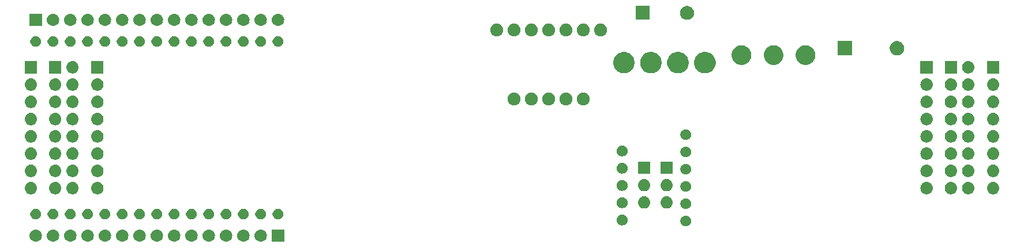
<source format=gbr>
G04 #@! TF.GenerationSoftware,KiCad,Pcbnew,(5.1.4)-1*
G04 #@! TF.CreationDate,2021-03-05T08:28:38-08:00*
G04 #@! TF.ProjectId,BOMPanelClipon,424f4d50-616e-4656-9c43-6c69706f6e2e,rev?*
G04 #@! TF.SameCoordinates,Original*
G04 #@! TF.FileFunction,Soldermask,Bot*
G04 #@! TF.FilePolarity,Negative*
%FSLAX46Y46*%
G04 Gerber Fmt 4.6, Leading zero omitted, Abs format (unit mm)*
G04 Created by KiCad (PCBNEW (5.1.4)-1) date 2021-03-05 08:28:38*
%MOMM*%
%LPD*%
G04 APERTURE LIST*
%ADD10C,0.100000*%
G04 APERTURE END LIST*
D10*
G36*
X-68469558Y-14980518D02*
G01*
X-68403373Y-14987037D01*
X-68233534Y-15038557D01*
X-68077009Y-15122222D01*
X-68041271Y-15151552D01*
X-67939814Y-15234814D01*
X-67856552Y-15336271D01*
X-67827222Y-15372009D01*
X-67743557Y-15528534D01*
X-67692037Y-15698373D01*
X-67674641Y-15875000D01*
X-67692037Y-16051627D01*
X-67743557Y-16221466D01*
X-67827222Y-16377991D01*
X-67856552Y-16413729D01*
X-67939814Y-16515186D01*
X-68041271Y-16598448D01*
X-68077009Y-16627778D01*
X-68233534Y-16711443D01*
X-68403373Y-16762963D01*
X-68469558Y-16769482D01*
X-68535740Y-16776000D01*
X-68624260Y-16776000D01*
X-68690442Y-16769482D01*
X-68756627Y-16762963D01*
X-68926466Y-16711443D01*
X-69082991Y-16627778D01*
X-69118729Y-16598448D01*
X-69220186Y-16515186D01*
X-69303448Y-16413729D01*
X-69332778Y-16377991D01*
X-69416443Y-16221466D01*
X-69467963Y-16051627D01*
X-69485359Y-15875000D01*
X-69467963Y-15698373D01*
X-69416443Y-15528534D01*
X-69332778Y-15372009D01*
X-69303448Y-15336271D01*
X-69220186Y-15234814D01*
X-69118729Y-15151552D01*
X-69082991Y-15122222D01*
X-68926466Y-15038557D01*
X-68756627Y-14987037D01*
X-68690442Y-14980518D01*
X-68624260Y-14974000D01*
X-68535740Y-14974000D01*
X-68469558Y-14980518D01*
X-68469558Y-14980518D01*
G37*
G36*
X-48149558Y-14980518D02*
G01*
X-48083373Y-14987037D01*
X-47913534Y-15038557D01*
X-47757009Y-15122222D01*
X-47721271Y-15151552D01*
X-47619814Y-15234814D01*
X-47536552Y-15336271D01*
X-47507222Y-15372009D01*
X-47423557Y-15528534D01*
X-47372037Y-15698373D01*
X-47354641Y-15875000D01*
X-47372037Y-16051627D01*
X-47423557Y-16221466D01*
X-47507222Y-16377991D01*
X-47536552Y-16413729D01*
X-47619814Y-16515186D01*
X-47721271Y-16598448D01*
X-47757009Y-16627778D01*
X-47913534Y-16711443D01*
X-48083373Y-16762963D01*
X-48149558Y-16769482D01*
X-48215740Y-16776000D01*
X-48304260Y-16776000D01*
X-48370442Y-16769482D01*
X-48436627Y-16762963D01*
X-48606466Y-16711443D01*
X-48762991Y-16627778D01*
X-48798729Y-16598448D01*
X-48900186Y-16515186D01*
X-48983448Y-16413729D01*
X-49012778Y-16377991D01*
X-49096443Y-16221466D01*
X-49147963Y-16051627D01*
X-49165359Y-15875000D01*
X-49147963Y-15698373D01*
X-49096443Y-15528534D01*
X-49012778Y-15372009D01*
X-48983448Y-15336271D01*
X-48900186Y-15234814D01*
X-48798729Y-15151552D01*
X-48762991Y-15122222D01*
X-48606466Y-15038557D01*
X-48436627Y-14987037D01*
X-48370442Y-14980518D01*
X-48304260Y-14974000D01*
X-48215740Y-14974000D01*
X-48149558Y-14980518D01*
X-48149558Y-14980518D01*
G37*
G36*
X-32119000Y-16776000D02*
G01*
X-33921000Y-16776000D01*
X-33921000Y-14974000D01*
X-32119000Y-14974000D01*
X-32119000Y-16776000D01*
X-32119000Y-16776000D01*
G37*
G36*
X-37989558Y-14980518D02*
G01*
X-37923373Y-14987037D01*
X-37753534Y-15038557D01*
X-37597009Y-15122222D01*
X-37561271Y-15151552D01*
X-37459814Y-15234814D01*
X-37376552Y-15336271D01*
X-37347222Y-15372009D01*
X-37263557Y-15528534D01*
X-37212037Y-15698373D01*
X-37194641Y-15875000D01*
X-37212037Y-16051627D01*
X-37263557Y-16221466D01*
X-37347222Y-16377991D01*
X-37376552Y-16413729D01*
X-37459814Y-16515186D01*
X-37561271Y-16598448D01*
X-37597009Y-16627778D01*
X-37753534Y-16711443D01*
X-37923373Y-16762963D01*
X-37989558Y-16769482D01*
X-38055740Y-16776000D01*
X-38144260Y-16776000D01*
X-38210442Y-16769482D01*
X-38276627Y-16762963D01*
X-38446466Y-16711443D01*
X-38602991Y-16627778D01*
X-38638729Y-16598448D01*
X-38740186Y-16515186D01*
X-38823448Y-16413729D01*
X-38852778Y-16377991D01*
X-38936443Y-16221466D01*
X-38987963Y-16051627D01*
X-39005359Y-15875000D01*
X-38987963Y-15698373D01*
X-38936443Y-15528534D01*
X-38852778Y-15372009D01*
X-38823448Y-15336271D01*
X-38740186Y-15234814D01*
X-38638729Y-15151552D01*
X-38602991Y-15122222D01*
X-38446466Y-15038557D01*
X-38276627Y-14987037D01*
X-38210442Y-14980518D01*
X-38144260Y-14974000D01*
X-38055740Y-14974000D01*
X-37989558Y-14980518D01*
X-37989558Y-14980518D01*
G37*
G36*
X-40529558Y-14980518D02*
G01*
X-40463373Y-14987037D01*
X-40293534Y-15038557D01*
X-40137009Y-15122222D01*
X-40101271Y-15151552D01*
X-39999814Y-15234814D01*
X-39916552Y-15336271D01*
X-39887222Y-15372009D01*
X-39803557Y-15528534D01*
X-39752037Y-15698373D01*
X-39734641Y-15875000D01*
X-39752037Y-16051627D01*
X-39803557Y-16221466D01*
X-39887222Y-16377991D01*
X-39916552Y-16413729D01*
X-39999814Y-16515186D01*
X-40101271Y-16598448D01*
X-40137009Y-16627778D01*
X-40293534Y-16711443D01*
X-40463373Y-16762963D01*
X-40529558Y-16769482D01*
X-40595740Y-16776000D01*
X-40684260Y-16776000D01*
X-40750442Y-16769482D01*
X-40816627Y-16762963D01*
X-40986466Y-16711443D01*
X-41142991Y-16627778D01*
X-41178729Y-16598448D01*
X-41280186Y-16515186D01*
X-41363448Y-16413729D01*
X-41392778Y-16377991D01*
X-41476443Y-16221466D01*
X-41527963Y-16051627D01*
X-41545359Y-15875000D01*
X-41527963Y-15698373D01*
X-41476443Y-15528534D01*
X-41392778Y-15372009D01*
X-41363448Y-15336271D01*
X-41280186Y-15234814D01*
X-41178729Y-15151552D01*
X-41142991Y-15122222D01*
X-40986466Y-15038557D01*
X-40816627Y-14987037D01*
X-40750442Y-14980518D01*
X-40684260Y-14974000D01*
X-40595740Y-14974000D01*
X-40529558Y-14980518D01*
X-40529558Y-14980518D01*
G37*
G36*
X-43069558Y-14980518D02*
G01*
X-43003373Y-14987037D01*
X-42833534Y-15038557D01*
X-42677009Y-15122222D01*
X-42641271Y-15151552D01*
X-42539814Y-15234814D01*
X-42456552Y-15336271D01*
X-42427222Y-15372009D01*
X-42343557Y-15528534D01*
X-42292037Y-15698373D01*
X-42274641Y-15875000D01*
X-42292037Y-16051627D01*
X-42343557Y-16221466D01*
X-42427222Y-16377991D01*
X-42456552Y-16413729D01*
X-42539814Y-16515186D01*
X-42641271Y-16598448D01*
X-42677009Y-16627778D01*
X-42833534Y-16711443D01*
X-43003373Y-16762963D01*
X-43069558Y-16769482D01*
X-43135740Y-16776000D01*
X-43224260Y-16776000D01*
X-43290442Y-16769482D01*
X-43356627Y-16762963D01*
X-43526466Y-16711443D01*
X-43682991Y-16627778D01*
X-43718729Y-16598448D01*
X-43820186Y-16515186D01*
X-43903448Y-16413729D01*
X-43932778Y-16377991D01*
X-44016443Y-16221466D01*
X-44067963Y-16051627D01*
X-44085359Y-15875000D01*
X-44067963Y-15698373D01*
X-44016443Y-15528534D01*
X-43932778Y-15372009D01*
X-43903448Y-15336271D01*
X-43820186Y-15234814D01*
X-43718729Y-15151552D01*
X-43682991Y-15122222D01*
X-43526466Y-15038557D01*
X-43356627Y-14987037D01*
X-43290442Y-14980518D01*
X-43224260Y-14974000D01*
X-43135740Y-14974000D01*
X-43069558Y-14980518D01*
X-43069558Y-14980518D01*
G37*
G36*
X-45609558Y-14980518D02*
G01*
X-45543373Y-14987037D01*
X-45373534Y-15038557D01*
X-45217009Y-15122222D01*
X-45181271Y-15151552D01*
X-45079814Y-15234814D01*
X-44996552Y-15336271D01*
X-44967222Y-15372009D01*
X-44883557Y-15528534D01*
X-44832037Y-15698373D01*
X-44814641Y-15875000D01*
X-44832037Y-16051627D01*
X-44883557Y-16221466D01*
X-44967222Y-16377991D01*
X-44996552Y-16413729D01*
X-45079814Y-16515186D01*
X-45181271Y-16598448D01*
X-45217009Y-16627778D01*
X-45373534Y-16711443D01*
X-45543373Y-16762963D01*
X-45609558Y-16769482D01*
X-45675740Y-16776000D01*
X-45764260Y-16776000D01*
X-45830442Y-16769482D01*
X-45896627Y-16762963D01*
X-46066466Y-16711443D01*
X-46222991Y-16627778D01*
X-46258729Y-16598448D01*
X-46360186Y-16515186D01*
X-46443448Y-16413729D01*
X-46472778Y-16377991D01*
X-46556443Y-16221466D01*
X-46607963Y-16051627D01*
X-46625359Y-15875000D01*
X-46607963Y-15698373D01*
X-46556443Y-15528534D01*
X-46472778Y-15372009D01*
X-46443448Y-15336271D01*
X-46360186Y-15234814D01*
X-46258729Y-15151552D01*
X-46222991Y-15122222D01*
X-46066466Y-15038557D01*
X-45896627Y-14987037D01*
X-45830442Y-14980518D01*
X-45764260Y-14974000D01*
X-45675740Y-14974000D01*
X-45609558Y-14980518D01*
X-45609558Y-14980518D01*
G37*
G36*
X-35449558Y-14980518D02*
G01*
X-35383373Y-14987037D01*
X-35213534Y-15038557D01*
X-35057009Y-15122222D01*
X-35021271Y-15151552D01*
X-34919814Y-15234814D01*
X-34836552Y-15336271D01*
X-34807222Y-15372009D01*
X-34723557Y-15528534D01*
X-34672037Y-15698373D01*
X-34654641Y-15875000D01*
X-34672037Y-16051627D01*
X-34723557Y-16221466D01*
X-34807222Y-16377991D01*
X-34836552Y-16413729D01*
X-34919814Y-16515186D01*
X-35021271Y-16598448D01*
X-35057009Y-16627778D01*
X-35213534Y-16711443D01*
X-35383373Y-16762963D01*
X-35449558Y-16769482D01*
X-35515740Y-16776000D01*
X-35604260Y-16776000D01*
X-35670442Y-16769482D01*
X-35736627Y-16762963D01*
X-35906466Y-16711443D01*
X-36062991Y-16627778D01*
X-36098729Y-16598448D01*
X-36200186Y-16515186D01*
X-36283448Y-16413729D01*
X-36312778Y-16377991D01*
X-36396443Y-16221466D01*
X-36447963Y-16051627D01*
X-36465359Y-15875000D01*
X-36447963Y-15698373D01*
X-36396443Y-15528534D01*
X-36312778Y-15372009D01*
X-36283448Y-15336271D01*
X-36200186Y-15234814D01*
X-36098729Y-15151552D01*
X-36062991Y-15122222D01*
X-35906466Y-15038557D01*
X-35736627Y-14987037D01*
X-35670442Y-14980518D01*
X-35604260Y-14974000D01*
X-35515740Y-14974000D01*
X-35449558Y-14980518D01*
X-35449558Y-14980518D01*
G37*
G36*
X-53229558Y-14980518D02*
G01*
X-53163373Y-14987037D01*
X-52993534Y-15038557D01*
X-52837009Y-15122222D01*
X-52801271Y-15151552D01*
X-52699814Y-15234814D01*
X-52616552Y-15336271D01*
X-52587222Y-15372009D01*
X-52503557Y-15528534D01*
X-52452037Y-15698373D01*
X-52434641Y-15875000D01*
X-52452037Y-16051627D01*
X-52503557Y-16221466D01*
X-52587222Y-16377991D01*
X-52616552Y-16413729D01*
X-52699814Y-16515186D01*
X-52801271Y-16598448D01*
X-52837009Y-16627778D01*
X-52993534Y-16711443D01*
X-53163373Y-16762963D01*
X-53229558Y-16769482D01*
X-53295740Y-16776000D01*
X-53384260Y-16776000D01*
X-53450442Y-16769482D01*
X-53516627Y-16762963D01*
X-53686466Y-16711443D01*
X-53842991Y-16627778D01*
X-53878729Y-16598448D01*
X-53980186Y-16515186D01*
X-54063448Y-16413729D01*
X-54092778Y-16377991D01*
X-54176443Y-16221466D01*
X-54227963Y-16051627D01*
X-54245359Y-15875000D01*
X-54227963Y-15698373D01*
X-54176443Y-15528534D01*
X-54092778Y-15372009D01*
X-54063448Y-15336271D01*
X-53980186Y-15234814D01*
X-53878729Y-15151552D01*
X-53842991Y-15122222D01*
X-53686466Y-15038557D01*
X-53516627Y-14987037D01*
X-53450442Y-14980518D01*
X-53384260Y-14974000D01*
X-53295740Y-14974000D01*
X-53229558Y-14980518D01*
X-53229558Y-14980518D01*
G37*
G36*
X-50689558Y-14980518D02*
G01*
X-50623373Y-14987037D01*
X-50453534Y-15038557D01*
X-50297009Y-15122222D01*
X-50261271Y-15151552D01*
X-50159814Y-15234814D01*
X-50076552Y-15336271D01*
X-50047222Y-15372009D01*
X-49963557Y-15528534D01*
X-49912037Y-15698373D01*
X-49894641Y-15875000D01*
X-49912037Y-16051627D01*
X-49963557Y-16221466D01*
X-50047222Y-16377991D01*
X-50076552Y-16413729D01*
X-50159814Y-16515186D01*
X-50261271Y-16598448D01*
X-50297009Y-16627778D01*
X-50453534Y-16711443D01*
X-50623373Y-16762963D01*
X-50689558Y-16769482D01*
X-50755740Y-16776000D01*
X-50844260Y-16776000D01*
X-50910442Y-16769482D01*
X-50976627Y-16762963D01*
X-51146466Y-16711443D01*
X-51302991Y-16627778D01*
X-51338729Y-16598448D01*
X-51440186Y-16515186D01*
X-51523448Y-16413729D01*
X-51552778Y-16377991D01*
X-51636443Y-16221466D01*
X-51687963Y-16051627D01*
X-51705359Y-15875000D01*
X-51687963Y-15698373D01*
X-51636443Y-15528534D01*
X-51552778Y-15372009D01*
X-51523448Y-15336271D01*
X-51440186Y-15234814D01*
X-51338729Y-15151552D01*
X-51302991Y-15122222D01*
X-51146466Y-15038557D01*
X-50976627Y-14987037D01*
X-50910442Y-14980518D01*
X-50844260Y-14974000D01*
X-50755740Y-14974000D01*
X-50689558Y-14980518D01*
X-50689558Y-14980518D01*
G37*
G36*
X-65929558Y-14980518D02*
G01*
X-65863373Y-14987037D01*
X-65693534Y-15038557D01*
X-65537009Y-15122222D01*
X-65501271Y-15151552D01*
X-65399814Y-15234814D01*
X-65316552Y-15336271D01*
X-65287222Y-15372009D01*
X-65203557Y-15528534D01*
X-65152037Y-15698373D01*
X-65134641Y-15875000D01*
X-65152037Y-16051627D01*
X-65203557Y-16221466D01*
X-65287222Y-16377991D01*
X-65316552Y-16413729D01*
X-65399814Y-16515186D01*
X-65501271Y-16598448D01*
X-65537009Y-16627778D01*
X-65693534Y-16711443D01*
X-65863373Y-16762963D01*
X-65929558Y-16769482D01*
X-65995740Y-16776000D01*
X-66084260Y-16776000D01*
X-66150442Y-16769482D01*
X-66216627Y-16762963D01*
X-66386466Y-16711443D01*
X-66542991Y-16627778D01*
X-66578729Y-16598448D01*
X-66680186Y-16515186D01*
X-66763448Y-16413729D01*
X-66792778Y-16377991D01*
X-66876443Y-16221466D01*
X-66927963Y-16051627D01*
X-66945359Y-15875000D01*
X-66927963Y-15698373D01*
X-66876443Y-15528534D01*
X-66792778Y-15372009D01*
X-66763448Y-15336271D01*
X-66680186Y-15234814D01*
X-66578729Y-15151552D01*
X-66542991Y-15122222D01*
X-66386466Y-15038557D01*
X-66216627Y-14987037D01*
X-66150442Y-14980518D01*
X-66084260Y-14974000D01*
X-65995740Y-14974000D01*
X-65929558Y-14980518D01*
X-65929558Y-14980518D01*
G37*
G36*
X-63389558Y-14980518D02*
G01*
X-63323373Y-14987037D01*
X-63153534Y-15038557D01*
X-62997009Y-15122222D01*
X-62961271Y-15151552D01*
X-62859814Y-15234814D01*
X-62776552Y-15336271D01*
X-62747222Y-15372009D01*
X-62663557Y-15528534D01*
X-62612037Y-15698373D01*
X-62594641Y-15875000D01*
X-62612037Y-16051627D01*
X-62663557Y-16221466D01*
X-62747222Y-16377991D01*
X-62776552Y-16413729D01*
X-62859814Y-16515186D01*
X-62961271Y-16598448D01*
X-62997009Y-16627778D01*
X-63153534Y-16711443D01*
X-63323373Y-16762963D01*
X-63389558Y-16769482D01*
X-63455740Y-16776000D01*
X-63544260Y-16776000D01*
X-63610442Y-16769482D01*
X-63676627Y-16762963D01*
X-63846466Y-16711443D01*
X-64002991Y-16627778D01*
X-64038729Y-16598448D01*
X-64140186Y-16515186D01*
X-64223448Y-16413729D01*
X-64252778Y-16377991D01*
X-64336443Y-16221466D01*
X-64387963Y-16051627D01*
X-64405359Y-15875000D01*
X-64387963Y-15698373D01*
X-64336443Y-15528534D01*
X-64252778Y-15372009D01*
X-64223448Y-15336271D01*
X-64140186Y-15234814D01*
X-64038729Y-15151552D01*
X-64002991Y-15122222D01*
X-63846466Y-15038557D01*
X-63676627Y-14987037D01*
X-63610442Y-14980518D01*
X-63544260Y-14974000D01*
X-63455740Y-14974000D01*
X-63389558Y-14980518D01*
X-63389558Y-14980518D01*
G37*
G36*
X-58309558Y-14980518D02*
G01*
X-58243373Y-14987037D01*
X-58073534Y-15038557D01*
X-57917009Y-15122222D01*
X-57881271Y-15151552D01*
X-57779814Y-15234814D01*
X-57696552Y-15336271D01*
X-57667222Y-15372009D01*
X-57583557Y-15528534D01*
X-57532037Y-15698373D01*
X-57514641Y-15875000D01*
X-57532037Y-16051627D01*
X-57583557Y-16221466D01*
X-57667222Y-16377991D01*
X-57696552Y-16413729D01*
X-57779814Y-16515186D01*
X-57881271Y-16598448D01*
X-57917009Y-16627778D01*
X-58073534Y-16711443D01*
X-58243373Y-16762963D01*
X-58309558Y-16769482D01*
X-58375740Y-16776000D01*
X-58464260Y-16776000D01*
X-58530442Y-16769482D01*
X-58596627Y-16762963D01*
X-58766466Y-16711443D01*
X-58922991Y-16627778D01*
X-58958729Y-16598448D01*
X-59060186Y-16515186D01*
X-59143448Y-16413729D01*
X-59172778Y-16377991D01*
X-59256443Y-16221466D01*
X-59307963Y-16051627D01*
X-59325359Y-15875000D01*
X-59307963Y-15698373D01*
X-59256443Y-15528534D01*
X-59172778Y-15372009D01*
X-59143448Y-15336271D01*
X-59060186Y-15234814D01*
X-58958729Y-15151552D01*
X-58922991Y-15122222D01*
X-58766466Y-15038557D01*
X-58596627Y-14987037D01*
X-58530442Y-14980518D01*
X-58464260Y-14974000D01*
X-58375740Y-14974000D01*
X-58309558Y-14980518D01*
X-58309558Y-14980518D01*
G37*
G36*
X-55769558Y-14980518D02*
G01*
X-55703373Y-14987037D01*
X-55533534Y-15038557D01*
X-55377009Y-15122222D01*
X-55341271Y-15151552D01*
X-55239814Y-15234814D01*
X-55156552Y-15336271D01*
X-55127222Y-15372009D01*
X-55043557Y-15528534D01*
X-54992037Y-15698373D01*
X-54974641Y-15875000D01*
X-54992037Y-16051627D01*
X-55043557Y-16221466D01*
X-55127222Y-16377991D01*
X-55156552Y-16413729D01*
X-55239814Y-16515186D01*
X-55341271Y-16598448D01*
X-55377009Y-16627778D01*
X-55533534Y-16711443D01*
X-55703373Y-16762963D01*
X-55769558Y-16769482D01*
X-55835740Y-16776000D01*
X-55924260Y-16776000D01*
X-55990442Y-16769482D01*
X-56056627Y-16762963D01*
X-56226466Y-16711443D01*
X-56382991Y-16627778D01*
X-56418729Y-16598448D01*
X-56520186Y-16515186D01*
X-56603448Y-16413729D01*
X-56632778Y-16377991D01*
X-56716443Y-16221466D01*
X-56767963Y-16051627D01*
X-56785359Y-15875000D01*
X-56767963Y-15698373D01*
X-56716443Y-15528534D01*
X-56632778Y-15372009D01*
X-56603448Y-15336271D01*
X-56520186Y-15234814D01*
X-56418729Y-15151552D01*
X-56382991Y-15122222D01*
X-56226466Y-15038557D01*
X-56056627Y-14987037D01*
X-55990442Y-14980518D01*
X-55924260Y-14974000D01*
X-55835740Y-14974000D01*
X-55769558Y-14980518D01*
X-55769558Y-14980518D01*
G37*
G36*
X-60849558Y-14980518D02*
G01*
X-60783373Y-14987037D01*
X-60613534Y-15038557D01*
X-60457009Y-15122222D01*
X-60421271Y-15151552D01*
X-60319814Y-15234814D01*
X-60236552Y-15336271D01*
X-60207222Y-15372009D01*
X-60123557Y-15528534D01*
X-60072037Y-15698373D01*
X-60054641Y-15875000D01*
X-60072037Y-16051627D01*
X-60123557Y-16221466D01*
X-60207222Y-16377991D01*
X-60236552Y-16413729D01*
X-60319814Y-16515186D01*
X-60421271Y-16598448D01*
X-60457009Y-16627778D01*
X-60613534Y-16711443D01*
X-60783373Y-16762963D01*
X-60849558Y-16769482D01*
X-60915740Y-16776000D01*
X-61004260Y-16776000D01*
X-61070442Y-16769482D01*
X-61136627Y-16762963D01*
X-61306466Y-16711443D01*
X-61462991Y-16627778D01*
X-61498729Y-16598448D01*
X-61600186Y-16515186D01*
X-61683448Y-16413729D01*
X-61712778Y-16377991D01*
X-61796443Y-16221466D01*
X-61847963Y-16051627D01*
X-61865359Y-15875000D01*
X-61847963Y-15698373D01*
X-61796443Y-15528534D01*
X-61712778Y-15372009D01*
X-61683448Y-15336271D01*
X-61600186Y-15234814D01*
X-61498729Y-15151552D01*
X-61462991Y-15122222D01*
X-61306466Y-15038557D01*
X-61136627Y-14987037D01*
X-61070442Y-14980518D01*
X-61004260Y-14974000D01*
X-60915740Y-14974000D01*
X-60849558Y-14980518D01*
X-60849558Y-14980518D01*
G37*
G36*
X27043342Y-12945781D02*
G01*
X27189114Y-13006162D01*
X27189116Y-13006163D01*
X27320308Y-13093822D01*
X27431878Y-13205392D01*
X27435363Y-13210608D01*
X27519538Y-13336586D01*
X27579919Y-13482358D01*
X27610700Y-13637107D01*
X27610700Y-13794893D01*
X27579919Y-13949642D01*
X27575871Y-13959414D01*
X27519537Y-14095416D01*
X27431878Y-14226608D01*
X27320308Y-14338178D01*
X27189116Y-14425837D01*
X27189115Y-14425838D01*
X27189114Y-14425838D01*
X27043342Y-14486219D01*
X26888593Y-14517000D01*
X26730807Y-14517000D01*
X26576058Y-14486219D01*
X26430286Y-14425838D01*
X26430285Y-14425838D01*
X26430284Y-14425837D01*
X26299092Y-14338178D01*
X26187522Y-14226608D01*
X26099863Y-14095416D01*
X26043529Y-13959414D01*
X26039481Y-13949642D01*
X26008700Y-13794893D01*
X26008700Y-13637107D01*
X26039481Y-13482358D01*
X26099862Y-13336586D01*
X26184037Y-13210608D01*
X26187522Y-13205392D01*
X26299092Y-13093822D01*
X26430284Y-13006163D01*
X26430286Y-13006162D01*
X26576058Y-12945781D01*
X26730807Y-12915000D01*
X26888593Y-12915000D01*
X27043342Y-12945781D01*
X27043342Y-12945781D01*
G37*
G36*
X17713642Y-12809781D02*
G01*
X17859414Y-12870162D01*
X17859416Y-12870163D01*
X17990608Y-12957822D01*
X18102178Y-13069392D01*
X18118501Y-13093822D01*
X18189838Y-13200586D01*
X18250219Y-13346358D01*
X18281000Y-13501107D01*
X18281000Y-13658893D01*
X18250219Y-13813642D01*
X18193886Y-13949642D01*
X18189837Y-13959416D01*
X18102178Y-14090608D01*
X17990608Y-14202178D01*
X17859416Y-14289837D01*
X17859415Y-14289838D01*
X17859414Y-14289838D01*
X17713642Y-14350219D01*
X17558893Y-14381000D01*
X17401107Y-14381000D01*
X17246358Y-14350219D01*
X17100586Y-14289838D01*
X17100585Y-14289838D01*
X17100584Y-14289837D01*
X16969392Y-14202178D01*
X16857822Y-14090608D01*
X16770163Y-13959416D01*
X16766114Y-13949642D01*
X16709781Y-13813642D01*
X16679000Y-13658893D01*
X16679000Y-13501107D01*
X16709781Y-13346358D01*
X16770162Y-13200586D01*
X16841499Y-13093822D01*
X16857822Y-13069392D01*
X16969392Y-12957822D01*
X17100584Y-12870163D01*
X17100586Y-12870162D01*
X17246358Y-12809781D01*
X17401107Y-12779000D01*
X17558893Y-12779000D01*
X17713642Y-12809781D01*
X17713642Y-12809781D01*
G37*
G36*
X-37866358Y-11929781D02*
G01*
X-37752362Y-11977000D01*
X-37720584Y-11990163D01*
X-37589392Y-12077822D01*
X-37477822Y-12189392D01*
X-37390163Y-12320584D01*
X-37390162Y-12320586D01*
X-37329781Y-12466358D01*
X-37299000Y-12621107D01*
X-37299000Y-12778893D01*
X-37329781Y-12933642D01*
X-37386011Y-13069392D01*
X-37390163Y-13079416D01*
X-37477822Y-13210608D01*
X-37589392Y-13322178D01*
X-37720584Y-13409837D01*
X-37720585Y-13409838D01*
X-37720586Y-13409838D01*
X-37866358Y-13470219D01*
X-38021107Y-13501000D01*
X-38178893Y-13501000D01*
X-38333642Y-13470219D01*
X-38479414Y-13409838D01*
X-38479415Y-13409838D01*
X-38479416Y-13409837D01*
X-38610608Y-13322178D01*
X-38722178Y-13210608D01*
X-38809837Y-13079416D01*
X-38813989Y-13069392D01*
X-38870219Y-12933642D01*
X-38901000Y-12778893D01*
X-38901000Y-12621107D01*
X-38870219Y-12466358D01*
X-38809838Y-12320586D01*
X-38809837Y-12320584D01*
X-38722178Y-12189392D01*
X-38610608Y-12077822D01*
X-38479416Y-11990163D01*
X-38447638Y-11977000D01*
X-38333642Y-11929781D01*
X-38178893Y-11899000D01*
X-38021107Y-11899000D01*
X-37866358Y-11929781D01*
X-37866358Y-11929781D01*
G37*
G36*
X-42946358Y-11929781D02*
G01*
X-42832362Y-11977000D01*
X-42800584Y-11990163D01*
X-42669392Y-12077822D01*
X-42557822Y-12189392D01*
X-42470163Y-12320584D01*
X-42470162Y-12320586D01*
X-42409781Y-12466358D01*
X-42379000Y-12621107D01*
X-42379000Y-12778893D01*
X-42409781Y-12933642D01*
X-42466011Y-13069392D01*
X-42470163Y-13079416D01*
X-42557822Y-13210608D01*
X-42669392Y-13322178D01*
X-42800584Y-13409837D01*
X-42800585Y-13409838D01*
X-42800586Y-13409838D01*
X-42946358Y-13470219D01*
X-43101107Y-13501000D01*
X-43258893Y-13501000D01*
X-43413642Y-13470219D01*
X-43559414Y-13409838D01*
X-43559415Y-13409838D01*
X-43559416Y-13409837D01*
X-43690608Y-13322178D01*
X-43802178Y-13210608D01*
X-43889837Y-13079416D01*
X-43893989Y-13069392D01*
X-43950219Y-12933642D01*
X-43981000Y-12778893D01*
X-43981000Y-12621107D01*
X-43950219Y-12466358D01*
X-43889838Y-12320586D01*
X-43889837Y-12320584D01*
X-43802178Y-12189392D01*
X-43690608Y-12077822D01*
X-43559416Y-11990163D01*
X-43527638Y-11977000D01*
X-43413642Y-11929781D01*
X-43258893Y-11899000D01*
X-43101107Y-11899000D01*
X-42946358Y-11929781D01*
X-42946358Y-11929781D01*
G37*
G36*
X-40406358Y-11929781D02*
G01*
X-40292362Y-11977000D01*
X-40260584Y-11990163D01*
X-40129392Y-12077822D01*
X-40017822Y-12189392D01*
X-39930163Y-12320584D01*
X-39930162Y-12320586D01*
X-39869781Y-12466358D01*
X-39839000Y-12621107D01*
X-39839000Y-12778893D01*
X-39869781Y-12933642D01*
X-39926011Y-13069392D01*
X-39930163Y-13079416D01*
X-40017822Y-13210608D01*
X-40129392Y-13322178D01*
X-40260584Y-13409837D01*
X-40260585Y-13409838D01*
X-40260586Y-13409838D01*
X-40406358Y-13470219D01*
X-40561107Y-13501000D01*
X-40718893Y-13501000D01*
X-40873642Y-13470219D01*
X-41019414Y-13409838D01*
X-41019415Y-13409838D01*
X-41019416Y-13409837D01*
X-41150608Y-13322178D01*
X-41262178Y-13210608D01*
X-41349837Y-13079416D01*
X-41353989Y-13069392D01*
X-41410219Y-12933642D01*
X-41441000Y-12778893D01*
X-41441000Y-12621107D01*
X-41410219Y-12466358D01*
X-41349838Y-12320586D01*
X-41349837Y-12320584D01*
X-41262178Y-12189392D01*
X-41150608Y-12077822D01*
X-41019416Y-11990163D01*
X-40987638Y-11977000D01*
X-40873642Y-11929781D01*
X-40718893Y-11899000D01*
X-40561107Y-11899000D01*
X-40406358Y-11929781D01*
X-40406358Y-11929781D01*
G37*
G36*
X-35326358Y-11929781D02*
G01*
X-35212362Y-11977000D01*
X-35180584Y-11990163D01*
X-35049392Y-12077822D01*
X-34937822Y-12189392D01*
X-34850163Y-12320584D01*
X-34850162Y-12320586D01*
X-34789781Y-12466358D01*
X-34759000Y-12621107D01*
X-34759000Y-12778893D01*
X-34789781Y-12933642D01*
X-34846011Y-13069392D01*
X-34850163Y-13079416D01*
X-34937822Y-13210608D01*
X-35049392Y-13322178D01*
X-35180584Y-13409837D01*
X-35180585Y-13409838D01*
X-35180586Y-13409838D01*
X-35326358Y-13470219D01*
X-35481107Y-13501000D01*
X-35638893Y-13501000D01*
X-35793642Y-13470219D01*
X-35939414Y-13409838D01*
X-35939415Y-13409838D01*
X-35939416Y-13409837D01*
X-36070608Y-13322178D01*
X-36182178Y-13210608D01*
X-36269837Y-13079416D01*
X-36273989Y-13069392D01*
X-36330219Y-12933642D01*
X-36361000Y-12778893D01*
X-36361000Y-12621107D01*
X-36330219Y-12466358D01*
X-36269838Y-12320586D01*
X-36269837Y-12320584D01*
X-36182178Y-12189392D01*
X-36070608Y-12077822D01*
X-35939416Y-11990163D01*
X-35907638Y-11977000D01*
X-35793642Y-11929781D01*
X-35638893Y-11899000D01*
X-35481107Y-11899000D01*
X-35326358Y-11929781D01*
X-35326358Y-11929781D01*
G37*
G36*
X-32786358Y-11929781D02*
G01*
X-32672362Y-11977000D01*
X-32640584Y-11990163D01*
X-32509392Y-12077822D01*
X-32397822Y-12189392D01*
X-32310163Y-12320584D01*
X-32310162Y-12320586D01*
X-32249781Y-12466358D01*
X-32219000Y-12621107D01*
X-32219000Y-12778893D01*
X-32249781Y-12933642D01*
X-32306011Y-13069392D01*
X-32310163Y-13079416D01*
X-32397822Y-13210608D01*
X-32509392Y-13322178D01*
X-32640584Y-13409837D01*
X-32640585Y-13409838D01*
X-32640586Y-13409838D01*
X-32786358Y-13470219D01*
X-32941107Y-13501000D01*
X-33098893Y-13501000D01*
X-33253642Y-13470219D01*
X-33399414Y-13409838D01*
X-33399415Y-13409838D01*
X-33399416Y-13409837D01*
X-33530608Y-13322178D01*
X-33642178Y-13210608D01*
X-33729837Y-13079416D01*
X-33733989Y-13069392D01*
X-33790219Y-12933642D01*
X-33821000Y-12778893D01*
X-33821000Y-12621107D01*
X-33790219Y-12466358D01*
X-33729838Y-12320586D01*
X-33729837Y-12320584D01*
X-33642178Y-12189392D01*
X-33530608Y-12077822D01*
X-33399416Y-11990163D01*
X-33367638Y-11977000D01*
X-33253642Y-11929781D01*
X-33098893Y-11899000D01*
X-32941107Y-11899000D01*
X-32786358Y-11929781D01*
X-32786358Y-11929781D01*
G37*
G36*
X-68346358Y-11929781D02*
G01*
X-68232362Y-11977000D01*
X-68200584Y-11990163D01*
X-68069392Y-12077822D01*
X-67957822Y-12189392D01*
X-67870163Y-12320584D01*
X-67870162Y-12320586D01*
X-67809781Y-12466358D01*
X-67779000Y-12621107D01*
X-67779000Y-12778893D01*
X-67809781Y-12933642D01*
X-67866011Y-13069392D01*
X-67870163Y-13079416D01*
X-67957822Y-13210608D01*
X-68069392Y-13322178D01*
X-68200584Y-13409837D01*
X-68200585Y-13409838D01*
X-68200586Y-13409838D01*
X-68346358Y-13470219D01*
X-68501107Y-13501000D01*
X-68658893Y-13501000D01*
X-68813642Y-13470219D01*
X-68959414Y-13409838D01*
X-68959415Y-13409838D01*
X-68959416Y-13409837D01*
X-69090608Y-13322178D01*
X-69202178Y-13210608D01*
X-69289837Y-13079416D01*
X-69293989Y-13069392D01*
X-69350219Y-12933642D01*
X-69381000Y-12778893D01*
X-69381000Y-12621107D01*
X-69350219Y-12466358D01*
X-69289838Y-12320586D01*
X-69289837Y-12320584D01*
X-69202178Y-12189392D01*
X-69090608Y-12077822D01*
X-68959416Y-11990163D01*
X-68927638Y-11977000D01*
X-68813642Y-11929781D01*
X-68658893Y-11899000D01*
X-68501107Y-11899000D01*
X-68346358Y-11929781D01*
X-68346358Y-11929781D01*
G37*
G36*
X-65806358Y-11929781D02*
G01*
X-65692362Y-11977000D01*
X-65660584Y-11990163D01*
X-65529392Y-12077822D01*
X-65417822Y-12189392D01*
X-65330163Y-12320584D01*
X-65330162Y-12320586D01*
X-65269781Y-12466358D01*
X-65239000Y-12621107D01*
X-65239000Y-12778893D01*
X-65269781Y-12933642D01*
X-65326011Y-13069392D01*
X-65330163Y-13079416D01*
X-65417822Y-13210608D01*
X-65529392Y-13322178D01*
X-65660584Y-13409837D01*
X-65660585Y-13409838D01*
X-65660586Y-13409838D01*
X-65806358Y-13470219D01*
X-65961107Y-13501000D01*
X-66118893Y-13501000D01*
X-66273642Y-13470219D01*
X-66419414Y-13409838D01*
X-66419415Y-13409838D01*
X-66419416Y-13409837D01*
X-66550608Y-13322178D01*
X-66662178Y-13210608D01*
X-66749837Y-13079416D01*
X-66753989Y-13069392D01*
X-66810219Y-12933642D01*
X-66841000Y-12778893D01*
X-66841000Y-12621107D01*
X-66810219Y-12466358D01*
X-66749838Y-12320586D01*
X-66749837Y-12320584D01*
X-66662178Y-12189392D01*
X-66550608Y-12077822D01*
X-66419416Y-11990163D01*
X-66387638Y-11977000D01*
X-66273642Y-11929781D01*
X-66118893Y-11899000D01*
X-65961107Y-11899000D01*
X-65806358Y-11929781D01*
X-65806358Y-11929781D01*
G37*
G36*
X-60726358Y-11929781D02*
G01*
X-60612362Y-11977000D01*
X-60580584Y-11990163D01*
X-60449392Y-12077822D01*
X-60337822Y-12189392D01*
X-60250163Y-12320584D01*
X-60250162Y-12320586D01*
X-60189781Y-12466358D01*
X-60159000Y-12621107D01*
X-60159000Y-12778893D01*
X-60189781Y-12933642D01*
X-60246011Y-13069392D01*
X-60250163Y-13079416D01*
X-60337822Y-13210608D01*
X-60449392Y-13322178D01*
X-60580584Y-13409837D01*
X-60580585Y-13409838D01*
X-60580586Y-13409838D01*
X-60726358Y-13470219D01*
X-60881107Y-13501000D01*
X-61038893Y-13501000D01*
X-61193642Y-13470219D01*
X-61339414Y-13409838D01*
X-61339415Y-13409838D01*
X-61339416Y-13409837D01*
X-61470608Y-13322178D01*
X-61582178Y-13210608D01*
X-61669837Y-13079416D01*
X-61673989Y-13069392D01*
X-61730219Y-12933642D01*
X-61761000Y-12778893D01*
X-61761000Y-12621107D01*
X-61730219Y-12466358D01*
X-61669838Y-12320586D01*
X-61669837Y-12320584D01*
X-61582178Y-12189392D01*
X-61470608Y-12077822D01*
X-61339416Y-11990163D01*
X-61307638Y-11977000D01*
X-61193642Y-11929781D01*
X-61038893Y-11899000D01*
X-60881107Y-11899000D01*
X-60726358Y-11929781D01*
X-60726358Y-11929781D01*
G37*
G36*
X-58186358Y-11929781D02*
G01*
X-58072362Y-11977000D01*
X-58040584Y-11990163D01*
X-57909392Y-12077822D01*
X-57797822Y-12189392D01*
X-57710163Y-12320584D01*
X-57710162Y-12320586D01*
X-57649781Y-12466358D01*
X-57619000Y-12621107D01*
X-57619000Y-12778893D01*
X-57649781Y-12933642D01*
X-57706011Y-13069392D01*
X-57710163Y-13079416D01*
X-57797822Y-13210608D01*
X-57909392Y-13322178D01*
X-58040584Y-13409837D01*
X-58040585Y-13409838D01*
X-58040586Y-13409838D01*
X-58186358Y-13470219D01*
X-58341107Y-13501000D01*
X-58498893Y-13501000D01*
X-58653642Y-13470219D01*
X-58799414Y-13409838D01*
X-58799415Y-13409838D01*
X-58799416Y-13409837D01*
X-58930608Y-13322178D01*
X-59042178Y-13210608D01*
X-59129837Y-13079416D01*
X-59133989Y-13069392D01*
X-59190219Y-12933642D01*
X-59221000Y-12778893D01*
X-59221000Y-12621107D01*
X-59190219Y-12466358D01*
X-59129838Y-12320586D01*
X-59129837Y-12320584D01*
X-59042178Y-12189392D01*
X-58930608Y-12077822D01*
X-58799416Y-11990163D01*
X-58767638Y-11977000D01*
X-58653642Y-11929781D01*
X-58498893Y-11899000D01*
X-58341107Y-11899000D01*
X-58186358Y-11929781D01*
X-58186358Y-11929781D01*
G37*
G36*
X-45486358Y-11929781D02*
G01*
X-45372362Y-11977000D01*
X-45340584Y-11990163D01*
X-45209392Y-12077822D01*
X-45097822Y-12189392D01*
X-45010163Y-12320584D01*
X-45010162Y-12320586D01*
X-44949781Y-12466358D01*
X-44919000Y-12621107D01*
X-44919000Y-12778893D01*
X-44949781Y-12933642D01*
X-45006011Y-13069392D01*
X-45010163Y-13079416D01*
X-45097822Y-13210608D01*
X-45209392Y-13322178D01*
X-45340584Y-13409837D01*
X-45340585Y-13409838D01*
X-45340586Y-13409838D01*
X-45486358Y-13470219D01*
X-45641107Y-13501000D01*
X-45798893Y-13501000D01*
X-45953642Y-13470219D01*
X-46099414Y-13409838D01*
X-46099415Y-13409838D01*
X-46099416Y-13409837D01*
X-46230608Y-13322178D01*
X-46342178Y-13210608D01*
X-46429837Y-13079416D01*
X-46433989Y-13069392D01*
X-46490219Y-12933642D01*
X-46521000Y-12778893D01*
X-46521000Y-12621107D01*
X-46490219Y-12466358D01*
X-46429838Y-12320586D01*
X-46429837Y-12320584D01*
X-46342178Y-12189392D01*
X-46230608Y-12077822D01*
X-46099416Y-11990163D01*
X-46067638Y-11977000D01*
X-45953642Y-11929781D01*
X-45798893Y-11899000D01*
X-45641107Y-11899000D01*
X-45486358Y-11929781D01*
X-45486358Y-11929781D01*
G37*
G36*
X-55646358Y-11929781D02*
G01*
X-55532362Y-11977000D01*
X-55500584Y-11990163D01*
X-55369392Y-12077822D01*
X-55257822Y-12189392D01*
X-55170163Y-12320584D01*
X-55170162Y-12320586D01*
X-55109781Y-12466358D01*
X-55079000Y-12621107D01*
X-55079000Y-12778893D01*
X-55109781Y-12933642D01*
X-55166011Y-13069392D01*
X-55170163Y-13079416D01*
X-55257822Y-13210608D01*
X-55369392Y-13322178D01*
X-55500584Y-13409837D01*
X-55500585Y-13409838D01*
X-55500586Y-13409838D01*
X-55646358Y-13470219D01*
X-55801107Y-13501000D01*
X-55958893Y-13501000D01*
X-56113642Y-13470219D01*
X-56259414Y-13409838D01*
X-56259415Y-13409838D01*
X-56259416Y-13409837D01*
X-56390608Y-13322178D01*
X-56502178Y-13210608D01*
X-56589837Y-13079416D01*
X-56593989Y-13069392D01*
X-56650219Y-12933642D01*
X-56681000Y-12778893D01*
X-56681000Y-12621107D01*
X-56650219Y-12466358D01*
X-56589838Y-12320586D01*
X-56589837Y-12320584D01*
X-56502178Y-12189392D01*
X-56390608Y-12077822D01*
X-56259416Y-11990163D01*
X-56227638Y-11977000D01*
X-56113642Y-11929781D01*
X-55958893Y-11899000D01*
X-55801107Y-11899000D01*
X-55646358Y-11929781D01*
X-55646358Y-11929781D01*
G37*
G36*
X-53106358Y-11929781D02*
G01*
X-52992362Y-11977000D01*
X-52960584Y-11990163D01*
X-52829392Y-12077822D01*
X-52717822Y-12189392D01*
X-52630163Y-12320584D01*
X-52630162Y-12320586D01*
X-52569781Y-12466358D01*
X-52539000Y-12621107D01*
X-52539000Y-12778893D01*
X-52569781Y-12933642D01*
X-52626011Y-13069392D01*
X-52630163Y-13079416D01*
X-52717822Y-13210608D01*
X-52829392Y-13322178D01*
X-52960584Y-13409837D01*
X-52960585Y-13409838D01*
X-52960586Y-13409838D01*
X-53106358Y-13470219D01*
X-53261107Y-13501000D01*
X-53418893Y-13501000D01*
X-53573642Y-13470219D01*
X-53719414Y-13409838D01*
X-53719415Y-13409838D01*
X-53719416Y-13409837D01*
X-53850608Y-13322178D01*
X-53962178Y-13210608D01*
X-54049837Y-13079416D01*
X-54053989Y-13069392D01*
X-54110219Y-12933642D01*
X-54141000Y-12778893D01*
X-54141000Y-12621107D01*
X-54110219Y-12466358D01*
X-54049838Y-12320586D01*
X-54049837Y-12320584D01*
X-53962178Y-12189392D01*
X-53850608Y-12077822D01*
X-53719416Y-11990163D01*
X-53687638Y-11977000D01*
X-53573642Y-11929781D01*
X-53418893Y-11899000D01*
X-53261107Y-11899000D01*
X-53106358Y-11929781D01*
X-53106358Y-11929781D01*
G37*
G36*
X-48026358Y-11929781D02*
G01*
X-47912362Y-11977000D01*
X-47880584Y-11990163D01*
X-47749392Y-12077822D01*
X-47637822Y-12189392D01*
X-47550163Y-12320584D01*
X-47550162Y-12320586D01*
X-47489781Y-12466358D01*
X-47459000Y-12621107D01*
X-47459000Y-12778893D01*
X-47489781Y-12933642D01*
X-47546011Y-13069392D01*
X-47550163Y-13079416D01*
X-47637822Y-13210608D01*
X-47749392Y-13322178D01*
X-47880584Y-13409837D01*
X-47880585Y-13409838D01*
X-47880586Y-13409838D01*
X-48026358Y-13470219D01*
X-48181107Y-13501000D01*
X-48338893Y-13501000D01*
X-48493642Y-13470219D01*
X-48639414Y-13409838D01*
X-48639415Y-13409838D01*
X-48639416Y-13409837D01*
X-48770608Y-13322178D01*
X-48882178Y-13210608D01*
X-48969837Y-13079416D01*
X-48973989Y-13069392D01*
X-49030219Y-12933642D01*
X-49061000Y-12778893D01*
X-49061000Y-12621107D01*
X-49030219Y-12466358D01*
X-48969838Y-12320586D01*
X-48969837Y-12320584D01*
X-48882178Y-12189392D01*
X-48770608Y-12077822D01*
X-48639416Y-11990163D01*
X-48607638Y-11977000D01*
X-48493642Y-11929781D01*
X-48338893Y-11899000D01*
X-48181107Y-11899000D01*
X-48026358Y-11929781D01*
X-48026358Y-11929781D01*
G37*
G36*
X-50566358Y-11929781D02*
G01*
X-50452362Y-11977000D01*
X-50420584Y-11990163D01*
X-50289392Y-12077822D01*
X-50177822Y-12189392D01*
X-50090163Y-12320584D01*
X-50090162Y-12320586D01*
X-50029781Y-12466358D01*
X-49999000Y-12621107D01*
X-49999000Y-12778893D01*
X-50029781Y-12933642D01*
X-50086011Y-13069392D01*
X-50090163Y-13079416D01*
X-50177822Y-13210608D01*
X-50289392Y-13322178D01*
X-50420584Y-13409837D01*
X-50420585Y-13409838D01*
X-50420586Y-13409838D01*
X-50566358Y-13470219D01*
X-50721107Y-13501000D01*
X-50878893Y-13501000D01*
X-51033642Y-13470219D01*
X-51179414Y-13409838D01*
X-51179415Y-13409838D01*
X-51179416Y-13409837D01*
X-51310608Y-13322178D01*
X-51422178Y-13210608D01*
X-51509837Y-13079416D01*
X-51513989Y-13069392D01*
X-51570219Y-12933642D01*
X-51601000Y-12778893D01*
X-51601000Y-12621107D01*
X-51570219Y-12466358D01*
X-51509838Y-12320586D01*
X-51509837Y-12320584D01*
X-51422178Y-12189392D01*
X-51310608Y-12077822D01*
X-51179416Y-11990163D01*
X-51147638Y-11977000D01*
X-51033642Y-11929781D01*
X-50878893Y-11899000D01*
X-50721107Y-11899000D01*
X-50566358Y-11929781D01*
X-50566358Y-11929781D01*
G37*
G36*
X-63266358Y-11929781D02*
G01*
X-63152362Y-11977000D01*
X-63120584Y-11990163D01*
X-62989392Y-12077822D01*
X-62877822Y-12189392D01*
X-62790163Y-12320584D01*
X-62790162Y-12320586D01*
X-62729781Y-12466358D01*
X-62699000Y-12621107D01*
X-62699000Y-12778893D01*
X-62729781Y-12933642D01*
X-62786011Y-13069392D01*
X-62790163Y-13079416D01*
X-62877822Y-13210608D01*
X-62989392Y-13322178D01*
X-63120584Y-13409837D01*
X-63120585Y-13409838D01*
X-63120586Y-13409838D01*
X-63266358Y-13470219D01*
X-63421107Y-13501000D01*
X-63578893Y-13501000D01*
X-63733642Y-13470219D01*
X-63879414Y-13409838D01*
X-63879415Y-13409838D01*
X-63879416Y-13409837D01*
X-64010608Y-13322178D01*
X-64122178Y-13210608D01*
X-64209837Y-13079416D01*
X-64213989Y-13069392D01*
X-64270219Y-12933642D01*
X-64301000Y-12778893D01*
X-64301000Y-12621107D01*
X-64270219Y-12466358D01*
X-64209838Y-12320586D01*
X-64209837Y-12320584D01*
X-64122178Y-12189392D01*
X-64010608Y-12077822D01*
X-63879416Y-11990163D01*
X-63847638Y-11977000D01*
X-63733642Y-11929781D01*
X-63578893Y-11899000D01*
X-63421107Y-11899000D01*
X-63266358Y-11929781D01*
X-63266358Y-11929781D01*
G37*
G36*
X27043342Y-10405781D02*
G01*
X27189114Y-10466162D01*
X27189116Y-10466163D01*
X27320308Y-10553822D01*
X27431878Y-10665392D01*
X27519537Y-10796584D01*
X27519538Y-10796586D01*
X27579919Y-10942358D01*
X27610700Y-11097107D01*
X27610700Y-11254893D01*
X27579919Y-11409642D01*
X27521529Y-11550607D01*
X27519537Y-11555416D01*
X27431878Y-11686608D01*
X27320308Y-11798178D01*
X27189116Y-11885837D01*
X27189115Y-11885838D01*
X27189114Y-11885838D01*
X27043342Y-11946219D01*
X26888593Y-11977000D01*
X26730807Y-11977000D01*
X26576058Y-11946219D01*
X26430286Y-11885838D01*
X26430285Y-11885838D01*
X26430284Y-11885837D01*
X26299092Y-11798178D01*
X26187522Y-11686608D01*
X26099863Y-11555416D01*
X26097871Y-11550607D01*
X26039481Y-11409642D01*
X26008700Y-11254893D01*
X26008700Y-11097107D01*
X26039481Y-10942358D01*
X26099862Y-10796586D01*
X26099863Y-10796584D01*
X26187522Y-10665392D01*
X26299092Y-10553822D01*
X26430284Y-10466163D01*
X26430286Y-10466162D01*
X26576058Y-10405781D01*
X26730807Y-10375000D01*
X26888593Y-10375000D01*
X27043342Y-10405781D01*
X27043342Y-10405781D01*
G37*
G36*
X20810442Y-10085518D02*
G01*
X20876627Y-10092037D01*
X21046466Y-10143557D01*
X21202991Y-10227222D01*
X21217342Y-10239000D01*
X21340186Y-10339814D01*
X21423448Y-10441271D01*
X21452778Y-10477009D01*
X21536443Y-10633534D01*
X21587963Y-10803373D01*
X21605359Y-10980000D01*
X21587963Y-11156627D01*
X21536443Y-11326466D01*
X21452778Y-11482991D01*
X21423448Y-11518729D01*
X21340186Y-11620186D01*
X21259249Y-11686608D01*
X21202991Y-11732778D01*
X21046466Y-11816443D01*
X20876627Y-11867963D01*
X20810443Y-11874481D01*
X20744260Y-11881000D01*
X20655740Y-11881000D01*
X20589558Y-11874482D01*
X20523373Y-11867963D01*
X20353534Y-11816443D01*
X20197009Y-11732778D01*
X20140751Y-11686608D01*
X20059814Y-11620186D01*
X19976552Y-11518729D01*
X19947222Y-11482991D01*
X19863557Y-11326466D01*
X19812037Y-11156627D01*
X19794641Y-10980000D01*
X19812037Y-10803373D01*
X19863557Y-10633534D01*
X19947222Y-10477009D01*
X19976552Y-10441271D01*
X20059814Y-10339814D01*
X20182658Y-10239000D01*
X20197009Y-10227222D01*
X20353534Y-10143557D01*
X20523373Y-10092037D01*
X20589558Y-10085518D01*
X20655740Y-10079000D01*
X20744260Y-10079000D01*
X20810442Y-10085518D01*
X20810442Y-10085518D01*
G37*
G36*
X24110442Y-10085518D02*
G01*
X24176627Y-10092037D01*
X24346466Y-10143557D01*
X24502991Y-10227222D01*
X24517342Y-10239000D01*
X24640186Y-10339814D01*
X24723448Y-10441271D01*
X24752778Y-10477009D01*
X24836443Y-10633534D01*
X24887963Y-10803373D01*
X24905359Y-10980000D01*
X24887963Y-11156627D01*
X24836443Y-11326466D01*
X24752778Y-11482991D01*
X24723448Y-11518729D01*
X24640186Y-11620186D01*
X24559249Y-11686608D01*
X24502991Y-11732778D01*
X24346466Y-11816443D01*
X24176627Y-11867963D01*
X24110443Y-11874481D01*
X24044260Y-11881000D01*
X23955740Y-11881000D01*
X23889558Y-11874482D01*
X23823373Y-11867963D01*
X23653534Y-11816443D01*
X23497009Y-11732778D01*
X23440751Y-11686608D01*
X23359814Y-11620186D01*
X23276552Y-11518729D01*
X23247222Y-11482991D01*
X23163557Y-11326466D01*
X23112037Y-11156627D01*
X23094641Y-10980000D01*
X23112037Y-10803373D01*
X23163557Y-10633534D01*
X23247222Y-10477009D01*
X23276552Y-10441271D01*
X23359814Y-10339814D01*
X23482658Y-10239000D01*
X23497009Y-10227222D01*
X23653534Y-10143557D01*
X23823373Y-10092037D01*
X23889558Y-10085518D01*
X23955740Y-10079000D01*
X24044260Y-10079000D01*
X24110442Y-10085518D01*
X24110442Y-10085518D01*
G37*
G36*
X17713642Y-10269781D02*
G01*
X17859414Y-10330162D01*
X17859416Y-10330163D01*
X17990608Y-10417822D01*
X18102178Y-10529392D01*
X18171763Y-10633534D01*
X18189838Y-10660586D01*
X18250219Y-10806358D01*
X18281000Y-10961107D01*
X18281000Y-11118893D01*
X18250219Y-11273642D01*
X18193886Y-11409642D01*
X18189837Y-11419416D01*
X18102178Y-11550608D01*
X17990608Y-11662178D01*
X17859416Y-11749837D01*
X17859415Y-11749838D01*
X17859414Y-11749838D01*
X17713642Y-11810219D01*
X17558893Y-11841000D01*
X17401107Y-11841000D01*
X17246358Y-11810219D01*
X17100586Y-11749838D01*
X17100585Y-11749838D01*
X17100584Y-11749837D01*
X16969392Y-11662178D01*
X16857822Y-11550608D01*
X16770163Y-11419416D01*
X16766114Y-11409642D01*
X16709781Y-11273642D01*
X16679000Y-11118893D01*
X16679000Y-10961107D01*
X16709781Y-10806358D01*
X16770162Y-10660586D01*
X16788237Y-10633534D01*
X16857822Y-10529392D01*
X16969392Y-10417822D01*
X17100584Y-10330163D01*
X17100586Y-10330162D01*
X17246358Y-10269781D01*
X17401107Y-10239000D01*
X17558893Y-10239000D01*
X17713642Y-10269781D01*
X17713642Y-10269781D01*
G37*
G36*
X-59427158Y-7995518D02*
G01*
X-59360973Y-8002037D01*
X-59191134Y-8053557D01*
X-59034609Y-8137222D01*
X-58998871Y-8166552D01*
X-58897414Y-8249814D01*
X-58814152Y-8351271D01*
X-58784822Y-8387009D01*
X-58701157Y-8543534D01*
X-58649637Y-8713373D01*
X-58632241Y-8890000D01*
X-58649637Y-9066627D01*
X-58701157Y-9236466D01*
X-58784822Y-9392991D01*
X-58795678Y-9406219D01*
X-58897414Y-9530186D01*
X-58998871Y-9613448D01*
X-59034609Y-9642778D01*
X-59191134Y-9726443D01*
X-59360973Y-9777963D01*
X-59427157Y-9784481D01*
X-59493340Y-9791000D01*
X-59581860Y-9791000D01*
X-59648043Y-9784481D01*
X-59714227Y-9777963D01*
X-59884066Y-9726443D01*
X-60040591Y-9642778D01*
X-60076329Y-9613448D01*
X-60177786Y-9530186D01*
X-60279522Y-9406219D01*
X-60290378Y-9392991D01*
X-60374043Y-9236466D01*
X-60425563Y-9066627D01*
X-60442959Y-8890000D01*
X-60425563Y-8713373D01*
X-60374043Y-8543534D01*
X-60290378Y-8387009D01*
X-60261048Y-8351271D01*
X-60177786Y-8249814D01*
X-60076329Y-8166552D01*
X-60040591Y-8137222D01*
X-59884066Y-8053557D01*
X-59714227Y-8002037D01*
X-59648042Y-7995518D01*
X-59581860Y-7989000D01*
X-59493340Y-7989000D01*
X-59427158Y-7995518D01*
X-59427158Y-7995518D01*
G37*
G36*
X-63079558Y-7995518D02*
G01*
X-63013373Y-8002037D01*
X-62843534Y-8053557D01*
X-62687009Y-8137222D01*
X-62651271Y-8166552D01*
X-62549814Y-8249814D01*
X-62466552Y-8351271D01*
X-62437222Y-8387009D01*
X-62353557Y-8543534D01*
X-62302037Y-8713373D01*
X-62284641Y-8890000D01*
X-62302037Y-9066627D01*
X-62353557Y-9236466D01*
X-62437222Y-9392991D01*
X-62448078Y-9406219D01*
X-62549814Y-9530186D01*
X-62651271Y-9613448D01*
X-62687009Y-9642778D01*
X-62843534Y-9726443D01*
X-63013373Y-9777963D01*
X-63079557Y-9784481D01*
X-63145740Y-9791000D01*
X-63234260Y-9791000D01*
X-63300443Y-9784481D01*
X-63366627Y-9777963D01*
X-63536466Y-9726443D01*
X-63692991Y-9642778D01*
X-63728729Y-9613448D01*
X-63830186Y-9530186D01*
X-63931922Y-9406219D01*
X-63942778Y-9392991D01*
X-64026443Y-9236466D01*
X-64077963Y-9066627D01*
X-64095359Y-8890000D01*
X-64077963Y-8713373D01*
X-64026443Y-8543534D01*
X-63942778Y-8387009D01*
X-63913448Y-8351271D01*
X-63830186Y-8249814D01*
X-63728729Y-8166552D01*
X-63692991Y-8137222D01*
X-63536466Y-8053557D01*
X-63366627Y-8002037D01*
X-63300442Y-7995518D01*
X-63234260Y-7989000D01*
X-63145740Y-7989000D01*
X-63079558Y-7995518D01*
X-63079558Y-7995518D01*
G37*
G36*
X62264242Y-7995518D02*
G01*
X62330427Y-8002037D01*
X62500266Y-8053557D01*
X62656791Y-8137222D01*
X62692529Y-8166552D01*
X62793986Y-8249814D01*
X62877248Y-8351271D01*
X62906578Y-8387009D01*
X62990243Y-8543534D01*
X63041763Y-8713373D01*
X63059159Y-8890000D01*
X63041763Y-9066627D01*
X62990243Y-9236466D01*
X62906578Y-9392991D01*
X62895722Y-9406219D01*
X62793986Y-9530186D01*
X62692529Y-9613448D01*
X62656791Y-9642778D01*
X62500266Y-9726443D01*
X62330427Y-9777963D01*
X62264243Y-9784481D01*
X62198060Y-9791000D01*
X62109540Y-9791000D01*
X62043357Y-9784481D01*
X61977173Y-9777963D01*
X61807334Y-9726443D01*
X61650809Y-9642778D01*
X61615071Y-9613448D01*
X61513614Y-9530186D01*
X61411878Y-9406219D01*
X61401022Y-9392991D01*
X61317357Y-9236466D01*
X61265837Y-9066627D01*
X61248441Y-8890000D01*
X61265837Y-8713373D01*
X61317357Y-8543534D01*
X61401022Y-8387009D01*
X61430352Y-8351271D01*
X61513614Y-8249814D01*
X61615071Y-8166552D01*
X61650809Y-8137222D01*
X61807334Y-8053557D01*
X61977173Y-8002037D01*
X62043358Y-7995518D01*
X62109540Y-7989000D01*
X62198060Y-7989000D01*
X62264242Y-7995518D01*
X62264242Y-7995518D01*
G37*
G36*
X-65619558Y-7995518D02*
G01*
X-65553373Y-8002037D01*
X-65383534Y-8053557D01*
X-65227009Y-8137222D01*
X-65191271Y-8166552D01*
X-65089814Y-8249814D01*
X-65006552Y-8351271D01*
X-64977222Y-8387009D01*
X-64893557Y-8543534D01*
X-64842037Y-8713373D01*
X-64824641Y-8890000D01*
X-64842037Y-9066627D01*
X-64893557Y-9236466D01*
X-64977222Y-9392991D01*
X-64988078Y-9406219D01*
X-65089814Y-9530186D01*
X-65191271Y-9613448D01*
X-65227009Y-9642778D01*
X-65383534Y-9726443D01*
X-65553373Y-9777963D01*
X-65619557Y-9784481D01*
X-65685740Y-9791000D01*
X-65774260Y-9791000D01*
X-65840443Y-9784481D01*
X-65906627Y-9777963D01*
X-66076466Y-9726443D01*
X-66232991Y-9642778D01*
X-66268729Y-9613448D01*
X-66370186Y-9530186D01*
X-66471922Y-9406219D01*
X-66482778Y-9392991D01*
X-66566443Y-9236466D01*
X-66617963Y-9066627D01*
X-66635359Y-8890000D01*
X-66617963Y-8713373D01*
X-66566443Y-8543534D01*
X-66482778Y-8387009D01*
X-66453448Y-8351271D01*
X-66370186Y-8249814D01*
X-66268729Y-8166552D01*
X-66232991Y-8137222D01*
X-66076466Y-8053557D01*
X-65906627Y-8002037D01*
X-65840442Y-7995518D01*
X-65774260Y-7989000D01*
X-65685740Y-7989000D01*
X-65619558Y-7995518D01*
X-65619558Y-7995518D01*
G37*
G36*
X65840442Y-7995518D02*
G01*
X65906627Y-8002037D01*
X66076466Y-8053557D01*
X66232991Y-8137222D01*
X66268729Y-8166552D01*
X66370186Y-8249814D01*
X66453448Y-8351271D01*
X66482778Y-8387009D01*
X66566443Y-8543534D01*
X66617963Y-8713373D01*
X66635359Y-8890000D01*
X66617963Y-9066627D01*
X66566443Y-9236466D01*
X66482778Y-9392991D01*
X66471922Y-9406219D01*
X66370186Y-9530186D01*
X66268729Y-9613448D01*
X66232991Y-9642778D01*
X66076466Y-9726443D01*
X65906627Y-9777963D01*
X65840443Y-9784481D01*
X65774260Y-9791000D01*
X65685740Y-9791000D01*
X65619557Y-9784481D01*
X65553373Y-9777963D01*
X65383534Y-9726443D01*
X65227009Y-9642778D01*
X65191271Y-9613448D01*
X65089814Y-9530186D01*
X64988078Y-9406219D01*
X64977222Y-9392991D01*
X64893557Y-9236466D01*
X64842037Y-9066627D01*
X64824641Y-8890000D01*
X64842037Y-8713373D01*
X64893557Y-8543534D01*
X64977222Y-8387009D01*
X65006552Y-8351271D01*
X65089814Y-8249814D01*
X65191271Y-8166552D01*
X65227009Y-8137222D01*
X65383534Y-8053557D01*
X65553373Y-8002037D01*
X65619558Y-7995518D01*
X65685740Y-7989000D01*
X65774260Y-7989000D01*
X65840442Y-7995518D01*
X65840442Y-7995518D01*
G37*
G36*
X68380442Y-7995518D02*
G01*
X68446627Y-8002037D01*
X68616466Y-8053557D01*
X68772991Y-8137222D01*
X68808729Y-8166552D01*
X68910186Y-8249814D01*
X68993448Y-8351271D01*
X69022778Y-8387009D01*
X69106443Y-8543534D01*
X69157963Y-8713373D01*
X69175359Y-8890000D01*
X69157963Y-9066627D01*
X69106443Y-9236466D01*
X69022778Y-9392991D01*
X69011922Y-9406219D01*
X68910186Y-9530186D01*
X68808729Y-9613448D01*
X68772991Y-9642778D01*
X68616466Y-9726443D01*
X68446627Y-9777963D01*
X68380443Y-9784481D01*
X68314260Y-9791000D01*
X68225740Y-9791000D01*
X68159557Y-9784481D01*
X68093373Y-9777963D01*
X67923534Y-9726443D01*
X67767009Y-9642778D01*
X67731271Y-9613448D01*
X67629814Y-9530186D01*
X67528078Y-9406219D01*
X67517222Y-9392991D01*
X67433557Y-9236466D01*
X67382037Y-9066627D01*
X67364641Y-8890000D01*
X67382037Y-8713373D01*
X67433557Y-8543534D01*
X67517222Y-8387009D01*
X67546552Y-8351271D01*
X67629814Y-8249814D01*
X67731271Y-8166552D01*
X67767009Y-8137222D01*
X67923534Y-8053557D01*
X68093373Y-8002037D01*
X68159558Y-7995518D01*
X68225740Y-7989000D01*
X68314260Y-7989000D01*
X68380442Y-7995518D01*
X68380442Y-7995518D01*
G37*
G36*
X-69180758Y-7995518D02*
G01*
X-69114573Y-8002037D01*
X-68944734Y-8053557D01*
X-68788209Y-8137222D01*
X-68752471Y-8166552D01*
X-68651014Y-8249814D01*
X-68567752Y-8351271D01*
X-68538422Y-8387009D01*
X-68454757Y-8543534D01*
X-68403237Y-8713373D01*
X-68385841Y-8890000D01*
X-68403237Y-9066627D01*
X-68454757Y-9236466D01*
X-68538422Y-9392991D01*
X-68549278Y-9406219D01*
X-68651014Y-9530186D01*
X-68752471Y-9613448D01*
X-68788209Y-9642778D01*
X-68944734Y-9726443D01*
X-69114573Y-9777963D01*
X-69180757Y-9784481D01*
X-69246940Y-9791000D01*
X-69335460Y-9791000D01*
X-69401643Y-9784481D01*
X-69467827Y-9777963D01*
X-69637666Y-9726443D01*
X-69794191Y-9642778D01*
X-69829929Y-9613448D01*
X-69931386Y-9530186D01*
X-70033122Y-9406219D01*
X-70043978Y-9392991D01*
X-70127643Y-9236466D01*
X-70179163Y-9066627D01*
X-70196559Y-8890000D01*
X-70179163Y-8713373D01*
X-70127643Y-8543534D01*
X-70043978Y-8387009D01*
X-70014648Y-8351271D01*
X-69931386Y-8249814D01*
X-69829929Y-8166552D01*
X-69794191Y-8137222D01*
X-69637666Y-8053557D01*
X-69467827Y-8002037D01*
X-69401642Y-7995518D01*
X-69335460Y-7989000D01*
X-69246940Y-7989000D01*
X-69180758Y-7995518D01*
X-69180758Y-7995518D01*
G37*
G36*
X72043242Y-7995518D02*
G01*
X72109427Y-8002037D01*
X72279266Y-8053557D01*
X72435791Y-8137222D01*
X72471529Y-8166552D01*
X72572986Y-8249814D01*
X72656248Y-8351271D01*
X72685578Y-8387009D01*
X72769243Y-8543534D01*
X72820763Y-8713373D01*
X72838159Y-8890000D01*
X72820763Y-9066627D01*
X72769243Y-9236466D01*
X72685578Y-9392991D01*
X72674722Y-9406219D01*
X72572986Y-9530186D01*
X72471529Y-9613448D01*
X72435791Y-9642778D01*
X72279266Y-9726443D01*
X72109427Y-9777963D01*
X72043243Y-9784481D01*
X71977060Y-9791000D01*
X71888540Y-9791000D01*
X71822357Y-9784481D01*
X71756173Y-9777963D01*
X71586334Y-9726443D01*
X71429809Y-9642778D01*
X71394071Y-9613448D01*
X71292614Y-9530186D01*
X71190878Y-9406219D01*
X71180022Y-9392991D01*
X71096357Y-9236466D01*
X71044837Y-9066627D01*
X71027441Y-8890000D01*
X71044837Y-8713373D01*
X71096357Y-8543534D01*
X71180022Y-8387009D01*
X71209352Y-8351271D01*
X71292614Y-8249814D01*
X71394071Y-8166552D01*
X71429809Y-8137222D01*
X71586334Y-8053557D01*
X71756173Y-8002037D01*
X71822358Y-7995518D01*
X71888540Y-7989000D01*
X71977060Y-7989000D01*
X72043242Y-7995518D01*
X72043242Y-7995518D01*
G37*
G36*
X27043342Y-7865781D02*
G01*
X27189114Y-7926162D01*
X27189116Y-7926163D01*
X27320308Y-8013822D01*
X27431878Y-8125392D01*
X27439782Y-8137222D01*
X27519538Y-8256586D01*
X27579919Y-8402358D01*
X27610700Y-8557107D01*
X27610700Y-8714893D01*
X27579919Y-8869642D01*
X27521529Y-9010607D01*
X27519537Y-9015416D01*
X27431878Y-9146608D01*
X27320308Y-9258178D01*
X27189116Y-9345837D01*
X27189115Y-9345838D01*
X27189114Y-9345838D01*
X27043342Y-9406219D01*
X26888593Y-9437000D01*
X26730807Y-9437000D01*
X26576058Y-9406219D01*
X26430286Y-9345838D01*
X26430285Y-9345838D01*
X26430284Y-9345837D01*
X26299092Y-9258178D01*
X26187522Y-9146608D01*
X26099863Y-9015416D01*
X26097871Y-9010607D01*
X26039481Y-8869642D01*
X26008700Y-8714893D01*
X26008700Y-8557107D01*
X26039481Y-8402358D01*
X26099862Y-8256586D01*
X26179618Y-8137222D01*
X26187522Y-8125392D01*
X26299092Y-8013822D01*
X26430284Y-7926163D01*
X26430286Y-7926162D01*
X26576058Y-7865781D01*
X26730807Y-7835000D01*
X26888593Y-7835000D01*
X27043342Y-7865781D01*
X27043342Y-7865781D01*
G37*
G36*
X24110442Y-7545518D02*
G01*
X24176627Y-7552037D01*
X24346466Y-7603557D01*
X24502991Y-7687222D01*
X24517342Y-7699000D01*
X24640186Y-7799814D01*
X24723448Y-7901271D01*
X24752778Y-7937009D01*
X24836443Y-8093534D01*
X24887963Y-8263373D01*
X24905359Y-8440000D01*
X24887963Y-8616627D01*
X24836443Y-8786466D01*
X24752778Y-8942991D01*
X24723448Y-8978729D01*
X24640186Y-9080186D01*
X24559249Y-9146608D01*
X24502991Y-9192778D01*
X24346466Y-9276443D01*
X24176627Y-9327963D01*
X24110443Y-9334481D01*
X24044260Y-9341000D01*
X23955740Y-9341000D01*
X23889557Y-9334481D01*
X23823373Y-9327963D01*
X23653534Y-9276443D01*
X23497009Y-9192778D01*
X23440751Y-9146608D01*
X23359814Y-9080186D01*
X23276552Y-8978729D01*
X23247222Y-8942991D01*
X23163557Y-8786466D01*
X23112037Y-8616627D01*
X23094641Y-8440000D01*
X23112037Y-8263373D01*
X23163557Y-8093534D01*
X23247222Y-7937009D01*
X23276552Y-7901271D01*
X23359814Y-7799814D01*
X23482658Y-7699000D01*
X23497009Y-7687222D01*
X23653534Y-7603557D01*
X23823373Y-7552037D01*
X23889558Y-7545518D01*
X23955740Y-7539000D01*
X24044260Y-7539000D01*
X24110442Y-7545518D01*
X24110442Y-7545518D01*
G37*
G36*
X20810442Y-7545518D02*
G01*
X20876627Y-7552037D01*
X21046466Y-7603557D01*
X21202991Y-7687222D01*
X21217342Y-7699000D01*
X21340186Y-7799814D01*
X21423448Y-7901271D01*
X21452778Y-7937009D01*
X21536443Y-8093534D01*
X21587963Y-8263373D01*
X21605359Y-8440000D01*
X21587963Y-8616627D01*
X21536443Y-8786466D01*
X21452778Y-8942991D01*
X21423448Y-8978729D01*
X21340186Y-9080186D01*
X21259249Y-9146608D01*
X21202991Y-9192778D01*
X21046466Y-9276443D01*
X20876627Y-9327963D01*
X20810443Y-9334481D01*
X20744260Y-9341000D01*
X20655740Y-9341000D01*
X20589557Y-9334481D01*
X20523373Y-9327963D01*
X20353534Y-9276443D01*
X20197009Y-9192778D01*
X20140751Y-9146608D01*
X20059814Y-9080186D01*
X19976552Y-8978729D01*
X19947222Y-8942991D01*
X19863557Y-8786466D01*
X19812037Y-8616627D01*
X19794641Y-8440000D01*
X19812037Y-8263373D01*
X19863557Y-8093534D01*
X19947222Y-7937009D01*
X19976552Y-7901271D01*
X20059814Y-7799814D01*
X20182658Y-7699000D01*
X20197009Y-7687222D01*
X20353534Y-7603557D01*
X20523373Y-7552037D01*
X20589558Y-7545518D01*
X20655740Y-7539000D01*
X20744260Y-7539000D01*
X20810442Y-7545518D01*
X20810442Y-7545518D01*
G37*
G36*
X17713642Y-7729781D02*
G01*
X17859414Y-7790162D01*
X17859416Y-7790163D01*
X17990608Y-7877822D01*
X18102178Y-7989392D01*
X18171763Y-8093534D01*
X18189838Y-8120586D01*
X18250219Y-8266358D01*
X18281000Y-8421107D01*
X18281000Y-8578893D01*
X18250219Y-8733642D01*
X18193886Y-8869642D01*
X18189837Y-8879416D01*
X18102178Y-9010608D01*
X17990608Y-9122178D01*
X17859416Y-9209837D01*
X17859415Y-9209838D01*
X17859414Y-9209838D01*
X17713642Y-9270219D01*
X17558893Y-9301000D01*
X17401107Y-9301000D01*
X17246358Y-9270219D01*
X17100586Y-9209838D01*
X17100585Y-9209838D01*
X17100584Y-9209837D01*
X16969392Y-9122178D01*
X16857822Y-9010608D01*
X16770163Y-8879416D01*
X16766114Y-8869642D01*
X16709781Y-8733642D01*
X16679000Y-8578893D01*
X16679000Y-8421107D01*
X16709781Y-8266358D01*
X16770162Y-8120586D01*
X16788237Y-8093534D01*
X16857822Y-7989392D01*
X16969392Y-7877822D01*
X17100584Y-7790163D01*
X17100586Y-7790162D01*
X17246358Y-7729781D01*
X17401107Y-7699000D01*
X17558893Y-7699000D01*
X17713642Y-7729781D01*
X17713642Y-7729781D01*
G37*
G36*
X-59427157Y-5455519D02*
G01*
X-59360973Y-5462037D01*
X-59191134Y-5513557D01*
X-59034609Y-5597222D01*
X-58998871Y-5626552D01*
X-58897414Y-5709814D01*
X-58814152Y-5811271D01*
X-58784822Y-5847009D01*
X-58701157Y-6003534D01*
X-58649637Y-6173373D01*
X-58632241Y-6350000D01*
X-58649637Y-6526627D01*
X-58701157Y-6696466D01*
X-58784822Y-6852991D01*
X-58795678Y-6866219D01*
X-58897414Y-6990186D01*
X-58998871Y-7073448D01*
X-59034609Y-7102778D01*
X-59191134Y-7186443D01*
X-59360973Y-7237963D01*
X-59427157Y-7244481D01*
X-59493340Y-7251000D01*
X-59581860Y-7251000D01*
X-59648043Y-7244481D01*
X-59714227Y-7237963D01*
X-59884066Y-7186443D01*
X-60040591Y-7102778D01*
X-60076329Y-7073448D01*
X-60177786Y-6990186D01*
X-60279522Y-6866219D01*
X-60290378Y-6852991D01*
X-60374043Y-6696466D01*
X-60425563Y-6526627D01*
X-60442959Y-6350000D01*
X-60425563Y-6173373D01*
X-60374043Y-6003534D01*
X-60290378Y-5847009D01*
X-60261048Y-5811271D01*
X-60177786Y-5709814D01*
X-60076329Y-5626552D01*
X-60040591Y-5597222D01*
X-59884066Y-5513557D01*
X-59714227Y-5462037D01*
X-59648043Y-5455519D01*
X-59581860Y-5449000D01*
X-59493340Y-5449000D01*
X-59427157Y-5455519D01*
X-59427157Y-5455519D01*
G37*
G36*
X-63079557Y-5455519D02*
G01*
X-63013373Y-5462037D01*
X-62843534Y-5513557D01*
X-62687009Y-5597222D01*
X-62651271Y-5626552D01*
X-62549814Y-5709814D01*
X-62466552Y-5811271D01*
X-62437222Y-5847009D01*
X-62353557Y-6003534D01*
X-62302037Y-6173373D01*
X-62284641Y-6350000D01*
X-62302037Y-6526627D01*
X-62353557Y-6696466D01*
X-62437222Y-6852991D01*
X-62448078Y-6866219D01*
X-62549814Y-6990186D01*
X-62651271Y-7073448D01*
X-62687009Y-7102778D01*
X-62843534Y-7186443D01*
X-63013373Y-7237963D01*
X-63079557Y-7244481D01*
X-63145740Y-7251000D01*
X-63234260Y-7251000D01*
X-63300443Y-7244481D01*
X-63366627Y-7237963D01*
X-63536466Y-7186443D01*
X-63692991Y-7102778D01*
X-63728729Y-7073448D01*
X-63830186Y-6990186D01*
X-63931922Y-6866219D01*
X-63942778Y-6852991D01*
X-64026443Y-6696466D01*
X-64077963Y-6526627D01*
X-64095359Y-6350000D01*
X-64077963Y-6173373D01*
X-64026443Y-6003534D01*
X-63942778Y-5847009D01*
X-63913448Y-5811271D01*
X-63830186Y-5709814D01*
X-63728729Y-5626552D01*
X-63692991Y-5597222D01*
X-63536466Y-5513557D01*
X-63366627Y-5462037D01*
X-63300443Y-5455519D01*
X-63234260Y-5449000D01*
X-63145740Y-5449000D01*
X-63079557Y-5455519D01*
X-63079557Y-5455519D01*
G37*
G36*
X-65619557Y-5455519D02*
G01*
X-65553373Y-5462037D01*
X-65383534Y-5513557D01*
X-65227009Y-5597222D01*
X-65191271Y-5626552D01*
X-65089814Y-5709814D01*
X-65006552Y-5811271D01*
X-64977222Y-5847009D01*
X-64893557Y-6003534D01*
X-64842037Y-6173373D01*
X-64824641Y-6350000D01*
X-64842037Y-6526627D01*
X-64893557Y-6696466D01*
X-64977222Y-6852991D01*
X-64988078Y-6866219D01*
X-65089814Y-6990186D01*
X-65191271Y-7073448D01*
X-65227009Y-7102778D01*
X-65383534Y-7186443D01*
X-65553373Y-7237963D01*
X-65619557Y-7244481D01*
X-65685740Y-7251000D01*
X-65774260Y-7251000D01*
X-65840443Y-7244481D01*
X-65906627Y-7237963D01*
X-66076466Y-7186443D01*
X-66232991Y-7102778D01*
X-66268729Y-7073448D01*
X-66370186Y-6990186D01*
X-66471922Y-6866219D01*
X-66482778Y-6852991D01*
X-66566443Y-6696466D01*
X-66617963Y-6526627D01*
X-66635359Y-6350000D01*
X-66617963Y-6173373D01*
X-66566443Y-6003534D01*
X-66482778Y-5847009D01*
X-66453448Y-5811271D01*
X-66370186Y-5709814D01*
X-66268729Y-5626552D01*
X-66232991Y-5597222D01*
X-66076466Y-5513557D01*
X-65906627Y-5462037D01*
X-65840443Y-5455519D01*
X-65774260Y-5449000D01*
X-65685740Y-5449000D01*
X-65619557Y-5455519D01*
X-65619557Y-5455519D01*
G37*
G36*
X-69180757Y-5455519D02*
G01*
X-69114573Y-5462037D01*
X-68944734Y-5513557D01*
X-68788209Y-5597222D01*
X-68752471Y-5626552D01*
X-68651014Y-5709814D01*
X-68567752Y-5811271D01*
X-68538422Y-5847009D01*
X-68454757Y-6003534D01*
X-68403237Y-6173373D01*
X-68385841Y-6350000D01*
X-68403237Y-6526627D01*
X-68454757Y-6696466D01*
X-68538422Y-6852991D01*
X-68549278Y-6866219D01*
X-68651014Y-6990186D01*
X-68752471Y-7073448D01*
X-68788209Y-7102778D01*
X-68944734Y-7186443D01*
X-69114573Y-7237963D01*
X-69180757Y-7244481D01*
X-69246940Y-7251000D01*
X-69335460Y-7251000D01*
X-69401643Y-7244481D01*
X-69467827Y-7237963D01*
X-69637666Y-7186443D01*
X-69794191Y-7102778D01*
X-69829929Y-7073448D01*
X-69931386Y-6990186D01*
X-70033122Y-6866219D01*
X-70043978Y-6852991D01*
X-70127643Y-6696466D01*
X-70179163Y-6526627D01*
X-70196559Y-6350000D01*
X-70179163Y-6173373D01*
X-70127643Y-6003534D01*
X-70043978Y-5847009D01*
X-70014648Y-5811271D01*
X-69931386Y-5709814D01*
X-69829929Y-5626552D01*
X-69794191Y-5597222D01*
X-69637666Y-5513557D01*
X-69467827Y-5462037D01*
X-69401643Y-5455519D01*
X-69335460Y-5449000D01*
X-69246940Y-5449000D01*
X-69180757Y-5455519D01*
X-69180757Y-5455519D01*
G37*
G36*
X62264243Y-5455519D02*
G01*
X62330427Y-5462037D01*
X62500266Y-5513557D01*
X62656791Y-5597222D01*
X62692529Y-5626552D01*
X62793986Y-5709814D01*
X62877248Y-5811271D01*
X62906578Y-5847009D01*
X62990243Y-6003534D01*
X63041763Y-6173373D01*
X63059159Y-6350000D01*
X63041763Y-6526627D01*
X62990243Y-6696466D01*
X62906578Y-6852991D01*
X62895722Y-6866219D01*
X62793986Y-6990186D01*
X62692529Y-7073448D01*
X62656791Y-7102778D01*
X62500266Y-7186443D01*
X62330427Y-7237963D01*
X62264243Y-7244481D01*
X62198060Y-7251000D01*
X62109540Y-7251000D01*
X62043357Y-7244481D01*
X61977173Y-7237963D01*
X61807334Y-7186443D01*
X61650809Y-7102778D01*
X61615071Y-7073448D01*
X61513614Y-6990186D01*
X61411878Y-6866219D01*
X61401022Y-6852991D01*
X61317357Y-6696466D01*
X61265837Y-6526627D01*
X61248441Y-6350000D01*
X61265837Y-6173373D01*
X61317357Y-6003534D01*
X61401022Y-5847009D01*
X61430352Y-5811271D01*
X61513614Y-5709814D01*
X61615071Y-5626552D01*
X61650809Y-5597222D01*
X61807334Y-5513557D01*
X61977173Y-5462037D01*
X62043357Y-5455519D01*
X62109540Y-5449000D01*
X62198060Y-5449000D01*
X62264243Y-5455519D01*
X62264243Y-5455519D01*
G37*
G36*
X65840443Y-5455519D02*
G01*
X65906627Y-5462037D01*
X66076466Y-5513557D01*
X66232991Y-5597222D01*
X66268729Y-5626552D01*
X66370186Y-5709814D01*
X66453448Y-5811271D01*
X66482778Y-5847009D01*
X66566443Y-6003534D01*
X66617963Y-6173373D01*
X66635359Y-6350000D01*
X66617963Y-6526627D01*
X66566443Y-6696466D01*
X66482778Y-6852991D01*
X66471922Y-6866219D01*
X66370186Y-6990186D01*
X66268729Y-7073448D01*
X66232991Y-7102778D01*
X66076466Y-7186443D01*
X65906627Y-7237963D01*
X65840443Y-7244481D01*
X65774260Y-7251000D01*
X65685740Y-7251000D01*
X65619557Y-7244481D01*
X65553373Y-7237963D01*
X65383534Y-7186443D01*
X65227009Y-7102778D01*
X65191271Y-7073448D01*
X65089814Y-6990186D01*
X64988078Y-6866219D01*
X64977222Y-6852991D01*
X64893557Y-6696466D01*
X64842037Y-6526627D01*
X64824641Y-6350000D01*
X64842037Y-6173373D01*
X64893557Y-6003534D01*
X64977222Y-5847009D01*
X65006552Y-5811271D01*
X65089814Y-5709814D01*
X65191271Y-5626552D01*
X65227009Y-5597222D01*
X65383534Y-5513557D01*
X65553373Y-5462037D01*
X65619557Y-5455519D01*
X65685740Y-5449000D01*
X65774260Y-5449000D01*
X65840443Y-5455519D01*
X65840443Y-5455519D01*
G37*
G36*
X68380443Y-5455519D02*
G01*
X68446627Y-5462037D01*
X68616466Y-5513557D01*
X68772991Y-5597222D01*
X68808729Y-5626552D01*
X68910186Y-5709814D01*
X68993448Y-5811271D01*
X69022778Y-5847009D01*
X69106443Y-6003534D01*
X69157963Y-6173373D01*
X69175359Y-6350000D01*
X69157963Y-6526627D01*
X69106443Y-6696466D01*
X69022778Y-6852991D01*
X69011922Y-6866219D01*
X68910186Y-6990186D01*
X68808729Y-7073448D01*
X68772991Y-7102778D01*
X68616466Y-7186443D01*
X68446627Y-7237963D01*
X68380443Y-7244481D01*
X68314260Y-7251000D01*
X68225740Y-7251000D01*
X68159557Y-7244481D01*
X68093373Y-7237963D01*
X67923534Y-7186443D01*
X67767009Y-7102778D01*
X67731271Y-7073448D01*
X67629814Y-6990186D01*
X67528078Y-6866219D01*
X67517222Y-6852991D01*
X67433557Y-6696466D01*
X67382037Y-6526627D01*
X67364641Y-6350000D01*
X67382037Y-6173373D01*
X67433557Y-6003534D01*
X67517222Y-5847009D01*
X67546552Y-5811271D01*
X67629814Y-5709814D01*
X67731271Y-5626552D01*
X67767009Y-5597222D01*
X67923534Y-5513557D01*
X68093373Y-5462037D01*
X68159557Y-5455519D01*
X68225740Y-5449000D01*
X68314260Y-5449000D01*
X68380443Y-5455519D01*
X68380443Y-5455519D01*
G37*
G36*
X72043243Y-5455519D02*
G01*
X72109427Y-5462037D01*
X72279266Y-5513557D01*
X72435791Y-5597222D01*
X72471529Y-5626552D01*
X72572986Y-5709814D01*
X72656248Y-5811271D01*
X72685578Y-5847009D01*
X72769243Y-6003534D01*
X72820763Y-6173373D01*
X72838159Y-6350000D01*
X72820763Y-6526627D01*
X72769243Y-6696466D01*
X72685578Y-6852991D01*
X72674722Y-6866219D01*
X72572986Y-6990186D01*
X72471529Y-7073448D01*
X72435791Y-7102778D01*
X72279266Y-7186443D01*
X72109427Y-7237963D01*
X72043243Y-7244481D01*
X71977060Y-7251000D01*
X71888540Y-7251000D01*
X71822357Y-7244481D01*
X71756173Y-7237963D01*
X71586334Y-7186443D01*
X71429809Y-7102778D01*
X71394071Y-7073448D01*
X71292614Y-6990186D01*
X71190878Y-6866219D01*
X71180022Y-6852991D01*
X71096357Y-6696466D01*
X71044837Y-6526627D01*
X71027441Y-6350000D01*
X71044837Y-6173373D01*
X71096357Y-6003534D01*
X71180022Y-5847009D01*
X71209352Y-5811271D01*
X71292614Y-5709814D01*
X71394071Y-5626552D01*
X71429809Y-5597222D01*
X71586334Y-5513557D01*
X71756173Y-5462037D01*
X71822357Y-5455519D01*
X71888540Y-5449000D01*
X71977060Y-5449000D01*
X72043243Y-5455519D01*
X72043243Y-5455519D01*
G37*
G36*
X27043342Y-5325781D02*
G01*
X27189114Y-5386162D01*
X27189116Y-5386163D01*
X27320308Y-5473822D01*
X27431878Y-5585392D01*
X27439782Y-5597222D01*
X27519538Y-5716586D01*
X27579919Y-5862358D01*
X27610700Y-6017107D01*
X27610700Y-6174893D01*
X27579919Y-6329642D01*
X27575871Y-6339414D01*
X27519537Y-6475416D01*
X27431878Y-6606608D01*
X27320308Y-6718178D01*
X27189116Y-6805837D01*
X27189115Y-6805838D01*
X27189114Y-6805838D01*
X27043342Y-6866219D01*
X26888593Y-6897000D01*
X26730807Y-6897000D01*
X26576058Y-6866219D01*
X26430286Y-6805838D01*
X26430285Y-6805838D01*
X26430284Y-6805837D01*
X26299092Y-6718178D01*
X26187522Y-6606608D01*
X26099863Y-6475416D01*
X26043529Y-6339414D01*
X26039481Y-6329642D01*
X26008700Y-6174893D01*
X26008700Y-6017107D01*
X26039481Y-5862358D01*
X26099862Y-5716586D01*
X26179618Y-5597222D01*
X26187522Y-5585392D01*
X26299092Y-5473822D01*
X26430284Y-5386163D01*
X26430286Y-5386162D01*
X26576058Y-5325781D01*
X26730807Y-5295000D01*
X26888593Y-5295000D01*
X27043342Y-5325781D01*
X27043342Y-5325781D01*
G37*
G36*
X24901000Y-6801000D02*
G01*
X23099000Y-6801000D01*
X23099000Y-4999000D01*
X24901000Y-4999000D01*
X24901000Y-6801000D01*
X24901000Y-6801000D01*
G37*
G36*
X21601000Y-6801000D02*
G01*
X19799000Y-6801000D01*
X19799000Y-4999000D01*
X21601000Y-4999000D01*
X21601000Y-6801000D01*
X21601000Y-6801000D01*
G37*
G36*
X17713642Y-5189781D02*
G01*
X17859414Y-5250162D01*
X17859416Y-5250163D01*
X17990608Y-5337822D01*
X18102178Y-5449392D01*
X18118501Y-5473822D01*
X18189838Y-5580586D01*
X18250219Y-5726358D01*
X18281000Y-5881107D01*
X18281000Y-6038893D01*
X18250219Y-6193642D01*
X18193886Y-6329642D01*
X18189837Y-6339416D01*
X18102178Y-6470608D01*
X17990608Y-6582178D01*
X17859416Y-6669837D01*
X17859415Y-6669838D01*
X17859414Y-6669838D01*
X17713642Y-6730219D01*
X17558893Y-6761000D01*
X17401107Y-6761000D01*
X17246358Y-6730219D01*
X17100586Y-6669838D01*
X17100585Y-6669838D01*
X17100584Y-6669837D01*
X16969392Y-6582178D01*
X16857822Y-6470608D01*
X16770163Y-6339416D01*
X16766114Y-6329642D01*
X16709781Y-6193642D01*
X16679000Y-6038893D01*
X16679000Y-5881107D01*
X16709781Y-5726358D01*
X16770162Y-5580586D01*
X16841499Y-5473822D01*
X16857822Y-5449392D01*
X16969392Y-5337822D01*
X17100584Y-5250163D01*
X17100586Y-5250162D01*
X17246358Y-5189781D01*
X17401107Y-5159000D01*
X17558893Y-5159000D01*
X17713642Y-5189781D01*
X17713642Y-5189781D01*
G37*
G36*
X-69180757Y-2915519D02*
G01*
X-69114573Y-2922037D01*
X-68944734Y-2973557D01*
X-68788209Y-3057222D01*
X-68752471Y-3086552D01*
X-68651014Y-3169814D01*
X-68567752Y-3271271D01*
X-68538422Y-3307009D01*
X-68454757Y-3463534D01*
X-68403237Y-3633373D01*
X-68385841Y-3810000D01*
X-68403237Y-3986627D01*
X-68454757Y-4156466D01*
X-68538422Y-4312991D01*
X-68549278Y-4326219D01*
X-68651014Y-4450186D01*
X-68752471Y-4533448D01*
X-68788209Y-4562778D01*
X-68944734Y-4646443D01*
X-69114573Y-4697963D01*
X-69180757Y-4704481D01*
X-69246940Y-4711000D01*
X-69335460Y-4711000D01*
X-69401643Y-4704481D01*
X-69467827Y-4697963D01*
X-69637666Y-4646443D01*
X-69794191Y-4562778D01*
X-69829929Y-4533448D01*
X-69931386Y-4450186D01*
X-70033122Y-4326219D01*
X-70043978Y-4312991D01*
X-70127643Y-4156466D01*
X-70179163Y-3986627D01*
X-70196559Y-3810000D01*
X-70179163Y-3633373D01*
X-70127643Y-3463534D01*
X-70043978Y-3307009D01*
X-70014648Y-3271271D01*
X-69931386Y-3169814D01*
X-69829929Y-3086552D01*
X-69794191Y-3057222D01*
X-69637666Y-2973557D01*
X-69467827Y-2922037D01*
X-69401643Y-2915519D01*
X-69335460Y-2909000D01*
X-69246940Y-2909000D01*
X-69180757Y-2915519D01*
X-69180757Y-2915519D01*
G37*
G36*
X-63079557Y-2915519D02*
G01*
X-63013373Y-2922037D01*
X-62843534Y-2973557D01*
X-62687009Y-3057222D01*
X-62651271Y-3086552D01*
X-62549814Y-3169814D01*
X-62466552Y-3271271D01*
X-62437222Y-3307009D01*
X-62353557Y-3463534D01*
X-62302037Y-3633373D01*
X-62284641Y-3810000D01*
X-62302037Y-3986627D01*
X-62353557Y-4156466D01*
X-62437222Y-4312991D01*
X-62448078Y-4326219D01*
X-62549814Y-4450186D01*
X-62651271Y-4533448D01*
X-62687009Y-4562778D01*
X-62843534Y-4646443D01*
X-63013373Y-4697963D01*
X-63079557Y-4704481D01*
X-63145740Y-4711000D01*
X-63234260Y-4711000D01*
X-63300443Y-4704481D01*
X-63366627Y-4697963D01*
X-63536466Y-4646443D01*
X-63692991Y-4562778D01*
X-63728729Y-4533448D01*
X-63830186Y-4450186D01*
X-63931922Y-4326219D01*
X-63942778Y-4312991D01*
X-64026443Y-4156466D01*
X-64077963Y-3986627D01*
X-64095359Y-3810000D01*
X-64077963Y-3633373D01*
X-64026443Y-3463534D01*
X-63942778Y-3307009D01*
X-63913448Y-3271271D01*
X-63830186Y-3169814D01*
X-63728729Y-3086552D01*
X-63692991Y-3057222D01*
X-63536466Y-2973557D01*
X-63366627Y-2922037D01*
X-63300443Y-2915519D01*
X-63234260Y-2909000D01*
X-63145740Y-2909000D01*
X-63079557Y-2915519D01*
X-63079557Y-2915519D01*
G37*
G36*
X65840443Y-2915519D02*
G01*
X65906627Y-2922037D01*
X66076466Y-2973557D01*
X66232991Y-3057222D01*
X66268729Y-3086552D01*
X66370186Y-3169814D01*
X66453448Y-3271271D01*
X66482778Y-3307009D01*
X66566443Y-3463534D01*
X66617963Y-3633373D01*
X66635359Y-3810000D01*
X66617963Y-3986627D01*
X66566443Y-4156466D01*
X66482778Y-4312991D01*
X66471922Y-4326219D01*
X66370186Y-4450186D01*
X66268729Y-4533448D01*
X66232991Y-4562778D01*
X66076466Y-4646443D01*
X65906627Y-4697963D01*
X65840443Y-4704481D01*
X65774260Y-4711000D01*
X65685740Y-4711000D01*
X65619557Y-4704481D01*
X65553373Y-4697963D01*
X65383534Y-4646443D01*
X65227009Y-4562778D01*
X65191271Y-4533448D01*
X65089814Y-4450186D01*
X64988078Y-4326219D01*
X64977222Y-4312991D01*
X64893557Y-4156466D01*
X64842037Y-3986627D01*
X64824641Y-3810000D01*
X64842037Y-3633373D01*
X64893557Y-3463534D01*
X64977222Y-3307009D01*
X65006552Y-3271271D01*
X65089814Y-3169814D01*
X65191271Y-3086552D01*
X65227009Y-3057222D01*
X65383534Y-2973557D01*
X65553373Y-2922037D01*
X65619557Y-2915519D01*
X65685740Y-2909000D01*
X65774260Y-2909000D01*
X65840443Y-2915519D01*
X65840443Y-2915519D01*
G37*
G36*
X68380443Y-2915519D02*
G01*
X68446627Y-2922037D01*
X68616466Y-2973557D01*
X68772991Y-3057222D01*
X68808729Y-3086552D01*
X68910186Y-3169814D01*
X68993448Y-3271271D01*
X69022778Y-3307009D01*
X69106443Y-3463534D01*
X69157963Y-3633373D01*
X69175359Y-3810000D01*
X69157963Y-3986627D01*
X69106443Y-4156466D01*
X69022778Y-4312991D01*
X69011922Y-4326219D01*
X68910186Y-4450186D01*
X68808729Y-4533448D01*
X68772991Y-4562778D01*
X68616466Y-4646443D01*
X68446627Y-4697963D01*
X68380443Y-4704481D01*
X68314260Y-4711000D01*
X68225740Y-4711000D01*
X68159557Y-4704481D01*
X68093373Y-4697963D01*
X67923534Y-4646443D01*
X67767009Y-4562778D01*
X67731271Y-4533448D01*
X67629814Y-4450186D01*
X67528078Y-4326219D01*
X67517222Y-4312991D01*
X67433557Y-4156466D01*
X67382037Y-3986627D01*
X67364641Y-3810000D01*
X67382037Y-3633373D01*
X67433557Y-3463534D01*
X67517222Y-3307009D01*
X67546552Y-3271271D01*
X67629814Y-3169814D01*
X67731271Y-3086552D01*
X67767009Y-3057222D01*
X67923534Y-2973557D01*
X68093373Y-2922037D01*
X68159557Y-2915519D01*
X68225740Y-2909000D01*
X68314260Y-2909000D01*
X68380443Y-2915519D01*
X68380443Y-2915519D01*
G37*
G36*
X-65619557Y-2915519D02*
G01*
X-65553373Y-2922037D01*
X-65383534Y-2973557D01*
X-65227009Y-3057222D01*
X-65191271Y-3086552D01*
X-65089814Y-3169814D01*
X-65006552Y-3271271D01*
X-64977222Y-3307009D01*
X-64893557Y-3463534D01*
X-64842037Y-3633373D01*
X-64824641Y-3810000D01*
X-64842037Y-3986627D01*
X-64893557Y-4156466D01*
X-64977222Y-4312991D01*
X-64988078Y-4326219D01*
X-65089814Y-4450186D01*
X-65191271Y-4533448D01*
X-65227009Y-4562778D01*
X-65383534Y-4646443D01*
X-65553373Y-4697963D01*
X-65619557Y-4704481D01*
X-65685740Y-4711000D01*
X-65774260Y-4711000D01*
X-65840443Y-4704481D01*
X-65906627Y-4697963D01*
X-66076466Y-4646443D01*
X-66232991Y-4562778D01*
X-66268729Y-4533448D01*
X-66370186Y-4450186D01*
X-66471922Y-4326219D01*
X-66482778Y-4312991D01*
X-66566443Y-4156466D01*
X-66617963Y-3986627D01*
X-66635359Y-3810000D01*
X-66617963Y-3633373D01*
X-66566443Y-3463534D01*
X-66482778Y-3307009D01*
X-66453448Y-3271271D01*
X-66370186Y-3169814D01*
X-66268729Y-3086552D01*
X-66232991Y-3057222D01*
X-66076466Y-2973557D01*
X-65906627Y-2922037D01*
X-65840443Y-2915519D01*
X-65774260Y-2909000D01*
X-65685740Y-2909000D01*
X-65619557Y-2915519D01*
X-65619557Y-2915519D01*
G37*
G36*
X62264243Y-2915519D02*
G01*
X62330427Y-2922037D01*
X62500266Y-2973557D01*
X62656791Y-3057222D01*
X62692529Y-3086552D01*
X62793986Y-3169814D01*
X62877248Y-3271271D01*
X62906578Y-3307009D01*
X62990243Y-3463534D01*
X63041763Y-3633373D01*
X63059159Y-3810000D01*
X63041763Y-3986627D01*
X62990243Y-4156466D01*
X62906578Y-4312991D01*
X62895722Y-4326219D01*
X62793986Y-4450186D01*
X62692529Y-4533448D01*
X62656791Y-4562778D01*
X62500266Y-4646443D01*
X62330427Y-4697963D01*
X62264243Y-4704481D01*
X62198060Y-4711000D01*
X62109540Y-4711000D01*
X62043357Y-4704481D01*
X61977173Y-4697963D01*
X61807334Y-4646443D01*
X61650809Y-4562778D01*
X61615071Y-4533448D01*
X61513614Y-4450186D01*
X61411878Y-4326219D01*
X61401022Y-4312991D01*
X61317357Y-4156466D01*
X61265837Y-3986627D01*
X61248441Y-3810000D01*
X61265837Y-3633373D01*
X61317357Y-3463534D01*
X61401022Y-3307009D01*
X61430352Y-3271271D01*
X61513614Y-3169814D01*
X61615071Y-3086552D01*
X61650809Y-3057222D01*
X61807334Y-2973557D01*
X61977173Y-2922037D01*
X62043357Y-2915519D01*
X62109540Y-2909000D01*
X62198060Y-2909000D01*
X62264243Y-2915519D01*
X62264243Y-2915519D01*
G37*
G36*
X-59427157Y-2915519D02*
G01*
X-59360973Y-2922037D01*
X-59191134Y-2973557D01*
X-59034609Y-3057222D01*
X-58998871Y-3086552D01*
X-58897414Y-3169814D01*
X-58814152Y-3271271D01*
X-58784822Y-3307009D01*
X-58701157Y-3463534D01*
X-58649637Y-3633373D01*
X-58632241Y-3810000D01*
X-58649637Y-3986627D01*
X-58701157Y-4156466D01*
X-58784822Y-4312991D01*
X-58795678Y-4326219D01*
X-58897414Y-4450186D01*
X-58998871Y-4533448D01*
X-59034609Y-4562778D01*
X-59191134Y-4646443D01*
X-59360973Y-4697963D01*
X-59427157Y-4704481D01*
X-59493340Y-4711000D01*
X-59581860Y-4711000D01*
X-59648043Y-4704481D01*
X-59714227Y-4697963D01*
X-59884066Y-4646443D01*
X-60040591Y-4562778D01*
X-60076329Y-4533448D01*
X-60177786Y-4450186D01*
X-60279522Y-4326219D01*
X-60290378Y-4312991D01*
X-60374043Y-4156466D01*
X-60425563Y-3986627D01*
X-60442959Y-3810000D01*
X-60425563Y-3633373D01*
X-60374043Y-3463534D01*
X-60290378Y-3307009D01*
X-60261048Y-3271271D01*
X-60177786Y-3169814D01*
X-60076329Y-3086552D01*
X-60040591Y-3057222D01*
X-59884066Y-2973557D01*
X-59714227Y-2922037D01*
X-59648043Y-2915519D01*
X-59581860Y-2909000D01*
X-59493340Y-2909000D01*
X-59427157Y-2915519D01*
X-59427157Y-2915519D01*
G37*
G36*
X72043243Y-2915519D02*
G01*
X72109427Y-2922037D01*
X72279266Y-2973557D01*
X72435791Y-3057222D01*
X72471529Y-3086552D01*
X72572986Y-3169814D01*
X72656248Y-3271271D01*
X72685578Y-3307009D01*
X72769243Y-3463534D01*
X72820763Y-3633373D01*
X72838159Y-3810000D01*
X72820763Y-3986627D01*
X72769243Y-4156466D01*
X72685578Y-4312991D01*
X72674722Y-4326219D01*
X72572986Y-4450186D01*
X72471529Y-4533448D01*
X72435791Y-4562778D01*
X72279266Y-4646443D01*
X72109427Y-4697963D01*
X72043243Y-4704481D01*
X71977060Y-4711000D01*
X71888540Y-4711000D01*
X71822357Y-4704481D01*
X71756173Y-4697963D01*
X71586334Y-4646443D01*
X71429809Y-4562778D01*
X71394071Y-4533448D01*
X71292614Y-4450186D01*
X71190878Y-4326219D01*
X71180022Y-4312991D01*
X71096357Y-4156466D01*
X71044837Y-3986627D01*
X71027441Y-3810000D01*
X71044837Y-3633373D01*
X71096357Y-3463534D01*
X71180022Y-3307009D01*
X71209352Y-3271271D01*
X71292614Y-3169814D01*
X71394071Y-3086552D01*
X71429809Y-3057222D01*
X71586334Y-2973557D01*
X71756173Y-2922037D01*
X71822357Y-2915519D01*
X71888540Y-2909000D01*
X71977060Y-2909000D01*
X72043243Y-2915519D01*
X72043243Y-2915519D01*
G37*
G36*
X27043342Y-2785781D02*
G01*
X27189114Y-2846162D01*
X27189116Y-2846163D01*
X27320308Y-2933822D01*
X27431878Y-3045392D01*
X27439782Y-3057222D01*
X27519538Y-3176586D01*
X27579919Y-3322358D01*
X27610700Y-3477107D01*
X27610700Y-3634893D01*
X27579919Y-3789642D01*
X27575871Y-3799414D01*
X27519537Y-3935416D01*
X27431878Y-4066608D01*
X27320308Y-4178178D01*
X27189116Y-4265837D01*
X27189115Y-4265838D01*
X27189114Y-4265838D01*
X27043342Y-4326219D01*
X26888593Y-4357000D01*
X26730807Y-4357000D01*
X26576058Y-4326219D01*
X26430286Y-4265838D01*
X26430285Y-4265838D01*
X26430284Y-4265837D01*
X26299092Y-4178178D01*
X26187522Y-4066608D01*
X26099863Y-3935416D01*
X26043529Y-3799414D01*
X26039481Y-3789642D01*
X26008700Y-3634893D01*
X26008700Y-3477107D01*
X26039481Y-3322358D01*
X26099862Y-3176586D01*
X26179618Y-3057222D01*
X26187522Y-3045392D01*
X26299092Y-2933822D01*
X26430284Y-2846163D01*
X26430286Y-2846162D01*
X26576058Y-2785781D01*
X26730807Y-2755000D01*
X26888593Y-2755000D01*
X27043342Y-2785781D01*
X27043342Y-2785781D01*
G37*
G36*
X17713642Y-2649781D02*
G01*
X17859414Y-2710162D01*
X17859416Y-2710163D01*
X17990608Y-2797822D01*
X18102178Y-2909392D01*
X18118501Y-2933822D01*
X18189838Y-3040586D01*
X18250219Y-3186358D01*
X18281000Y-3341107D01*
X18281000Y-3498893D01*
X18250219Y-3653642D01*
X18193886Y-3789642D01*
X18189837Y-3799416D01*
X18102178Y-3930608D01*
X17990608Y-4042178D01*
X17859416Y-4129837D01*
X17859415Y-4129838D01*
X17859414Y-4129838D01*
X17713642Y-4190219D01*
X17558893Y-4221000D01*
X17401107Y-4221000D01*
X17246358Y-4190219D01*
X17100586Y-4129838D01*
X17100585Y-4129838D01*
X17100584Y-4129837D01*
X16969392Y-4042178D01*
X16857822Y-3930608D01*
X16770163Y-3799416D01*
X16766114Y-3789642D01*
X16709781Y-3653642D01*
X16679000Y-3498893D01*
X16679000Y-3341107D01*
X16709781Y-3186358D01*
X16770162Y-3040586D01*
X16841499Y-2933822D01*
X16857822Y-2909392D01*
X16969392Y-2797822D01*
X17100584Y-2710163D01*
X17100586Y-2710162D01*
X17246358Y-2649781D01*
X17401107Y-2619000D01*
X17558893Y-2619000D01*
X17713642Y-2649781D01*
X17713642Y-2649781D01*
G37*
G36*
X-65619557Y-375519D02*
G01*
X-65553373Y-382037D01*
X-65383534Y-433557D01*
X-65227009Y-517222D01*
X-65191271Y-546552D01*
X-65089814Y-629814D01*
X-65006552Y-731271D01*
X-64977222Y-767009D01*
X-64893557Y-923534D01*
X-64842037Y-1093373D01*
X-64824641Y-1270000D01*
X-64842037Y-1446627D01*
X-64893557Y-1616466D01*
X-64977222Y-1772991D01*
X-64988078Y-1786219D01*
X-65089814Y-1910186D01*
X-65191271Y-1993448D01*
X-65227009Y-2022778D01*
X-65383534Y-2106443D01*
X-65553373Y-2157963D01*
X-65619557Y-2164481D01*
X-65685740Y-2171000D01*
X-65774260Y-2171000D01*
X-65840443Y-2164481D01*
X-65906627Y-2157963D01*
X-66076466Y-2106443D01*
X-66232991Y-2022778D01*
X-66268729Y-1993448D01*
X-66370186Y-1910186D01*
X-66471922Y-1786219D01*
X-66482778Y-1772991D01*
X-66566443Y-1616466D01*
X-66617963Y-1446627D01*
X-66635359Y-1270000D01*
X-66617963Y-1093373D01*
X-66566443Y-923534D01*
X-66482778Y-767009D01*
X-66453448Y-731271D01*
X-66370186Y-629814D01*
X-66268729Y-546552D01*
X-66232991Y-517222D01*
X-66076466Y-433557D01*
X-65906627Y-382037D01*
X-65840443Y-375519D01*
X-65774260Y-369000D01*
X-65685740Y-369000D01*
X-65619557Y-375519D01*
X-65619557Y-375519D01*
G37*
G36*
X62264243Y-375519D02*
G01*
X62330427Y-382037D01*
X62500266Y-433557D01*
X62656791Y-517222D01*
X62692529Y-546552D01*
X62793986Y-629814D01*
X62877248Y-731271D01*
X62906578Y-767009D01*
X62990243Y-923534D01*
X63041763Y-1093373D01*
X63059159Y-1270000D01*
X63041763Y-1446627D01*
X62990243Y-1616466D01*
X62906578Y-1772991D01*
X62895722Y-1786219D01*
X62793986Y-1910186D01*
X62692529Y-1993448D01*
X62656791Y-2022778D01*
X62500266Y-2106443D01*
X62330427Y-2157963D01*
X62264243Y-2164481D01*
X62198060Y-2171000D01*
X62109540Y-2171000D01*
X62043357Y-2164481D01*
X61977173Y-2157963D01*
X61807334Y-2106443D01*
X61650809Y-2022778D01*
X61615071Y-1993448D01*
X61513614Y-1910186D01*
X61411878Y-1786219D01*
X61401022Y-1772991D01*
X61317357Y-1616466D01*
X61265837Y-1446627D01*
X61248441Y-1270000D01*
X61265837Y-1093373D01*
X61317357Y-923534D01*
X61401022Y-767009D01*
X61430352Y-731271D01*
X61513614Y-629814D01*
X61615071Y-546552D01*
X61650809Y-517222D01*
X61807334Y-433557D01*
X61977173Y-382037D01*
X62043357Y-375519D01*
X62109540Y-369000D01*
X62198060Y-369000D01*
X62264243Y-375519D01*
X62264243Y-375519D01*
G37*
G36*
X-59427157Y-375519D02*
G01*
X-59360973Y-382037D01*
X-59191134Y-433557D01*
X-59034609Y-517222D01*
X-58998871Y-546552D01*
X-58897414Y-629814D01*
X-58814152Y-731271D01*
X-58784822Y-767009D01*
X-58701157Y-923534D01*
X-58649637Y-1093373D01*
X-58632241Y-1270000D01*
X-58649637Y-1446627D01*
X-58701157Y-1616466D01*
X-58784822Y-1772991D01*
X-58795678Y-1786219D01*
X-58897414Y-1910186D01*
X-58998871Y-1993448D01*
X-59034609Y-2022778D01*
X-59191134Y-2106443D01*
X-59360973Y-2157963D01*
X-59427157Y-2164481D01*
X-59493340Y-2171000D01*
X-59581860Y-2171000D01*
X-59648043Y-2164481D01*
X-59714227Y-2157963D01*
X-59884066Y-2106443D01*
X-60040591Y-2022778D01*
X-60076329Y-1993448D01*
X-60177786Y-1910186D01*
X-60279522Y-1786219D01*
X-60290378Y-1772991D01*
X-60374043Y-1616466D01*
X-60425563Y-1446627D01*
X-60442959Y-1270000D01*
X-60425563Y-1093373D01*
X-60374043Y-923534D01*
X-60290378Y-767009D01*
X-60261048Y-731271D01*
X-60177786Y-629814D01*
X-60076329Y-546552D01*
X-60040591Y-517222D01*
X-59884066Y-433557D01*
X-59714227Y-382037D01*
X-59648043Y-375519D01*
X-59581860Y-369000D01*
X-59493340Y-369000D01*
X-59427157Y-375519D01*
X-59427157Y-375519D01*
G37*
G36*
X65840443Y-375519D02*
G01*
X65906627Y-382037D01*
X66076466Y-433557D01*
X66232991Y-517222D01*
X66268729Y-546552D01*
X66370186Y-629814D01*
X66453448Y-731271D01*
X66482778Y-767009D01*
X66566443Y-923534D01*
X66617963Y-1093373D01*
X66635359Y-1270000D01*
X66617963Y-1446627D01*
X66566443Y-1616466D01*
X66482778Y-1772991D01*
X66471922Y-1786219D01*
X66370186Y-1910186D01*
X66268729Y-1993448D01*
X66232991Y-2022778D01*
X66076466Y-2106443D01*
X65906627Y-2157963D01*
X65840443Y-2164481D01*
X65774260Y-2171000D01*
X65685740Y-2171000D01*
X65619557Y-2164481D01*
X65553373Y-2157963D01*
X65383534Y-2106443D01*
X65227009Y-2022778D01*
X65191271Y-1993448D01*
X65089814Y-1910186D01*
X64988078Y-1786219D01*
X64977222Y-1772991D01*
X64893557Y-1616466D01*
X64842037Y-1446627D01*
X64824641Y-1270000D01*
X64842037Y-1093373D01*
X64893557Y-923534D01*
X64977222Y-767009D01*
X65006552Y-731271D01*
X65089814Y-629814D01*
X65191271Y-546552D01*
X65227009Y-517222D01*
X65383534Y-433557D01*
X65553373Y-382037D01*
X65619557Y-375519D01*
X65685740Y-369000D01*
X65774260Y-369000D01*
X65840443Y-375519D01*
X65840443Y-375519D01*
G37*
G36*
X72043243Y-375519D02*
G01*
X72109427Y-382037D01*
X72279266Y-433557D01*
X72435791Y-517222D01*
X72471529Y-546552D01*
X72572986Y-629814D01*
X72656248Y-731271D01*
X72685578Y-767009D01*
X72769243Y-923534D01*
X72820763Y-1093373D01*
X72838159Y-1270000D01*
X72820763Y-1446627D01*
X72769243Y-1616466D01*
X72685578Y-1772991D01*
X72674722Y-1786219D01*
X72572986Y-1910186D01*
X72471529Y-1993448D01*
X72435791Y-2022778D01*
X72279266Y-2106443D01*
X72109427Y-2157963D01*
X72043243Y-2164481D01*
X71977060Y-2171000D01*
X71888540Y-2171000D01*
X71822357Y-2164481D01*
X71756173Y-2157963D01*
X71586334Y-2106443D01*
X71429809Y-2022778D01*
X71394071Y-1993448D01*
X71292614Y-1910186D01*
X71190878Y-1786219D01*
X71180022Y-1772991D01*
X71096357Y-1616466D01*
X71044837Y-1446627D01*
X71027441Y-1270000D01*
X71044837Y-1093373D01*
X71096357Y-923534D01*
X71180022Y-767009D01*
X71209352Y-731271D01*
X71292614Y-629814D01*
X71394071Y-546552D01*
X71429809Y-517222D01*
X71586334Y-433557D01*
X71756173Y-382037D01*
X71822357Y-375519D01*
X71888540Y-369000D01*
X71977060Y-369000D01*
X72043243Y-375519D01*
X72043243Y-375519D01*
G37*
G36*
X-69180757Y-375519D02*
G01*
X-69114573Y-382037D01*
X-68944734Y-433557D01*
X-68788209Y-517222D01*
X-68752471Y-546552D01*
X-68651014Y-629814D01*
X-68567752Y-731271D01*
X-68538422Y-767009D01*
X-68454757Y-923534D01*
X-68403237Y-1093373D01*
X-68385841Y-1270000D01*
X-68403237Y-1446627D01*
X-68454757Y-1616466D01*
X-68538422Y-1772991D01*
X-68549278Y-1786219D01*
X-68651014Y-1910186D01*
X-68752471Y-1993448D01*
X-68788209Y-2022778D01*
X-68944734Y-2106443D01*
X-69114573Y-2157963D01*
X-69180757Y-2164481D01*
X-69246940Y-2171000D01*
X-69335460Y-2171000D01*
X-69401643Y-2164481D01*
X-69467827Y-2157963D01*
X-69637666Y-2106443D01*
X-69794191Y-2022778D01*
X-69829929Y-1993448D01*
X-69931386Y-1910186D01*
X-70033122Y-1786219D01*
X-70043978Y-1772991D01*
X-70127643Y-1616466D01*
X-70179163Y-1446627D01*
X-70196559Y-1270000D01*
X-70179163Y-1093373D01*
X-70127643Y-923534D01*
X-70043978Y-767009D01*
X-70014648Y-731271D01*
X-69931386Y-629814D01*
X-69829929Y-546552D01*
X-69794191Y-517222D01*
X-69637666Y-433557D01*
X-69467827Y-382037D01*
X-69401643Y-375519D01*
X-69335460Y-369000D01*
X-69246940Y-369000D01*
X-69180757Y-375519D01*
X-69180757Y-375519D01*
G37*
G36*
X68380443Y-375519D02*
G01*
X68446627Y-382037D01*
X68616466Y-433557D01*
X68772991Y-517222D01*
X68808729Y-546552D01*
X68910186Y-629814D01*
X68993448Y-731271D01*
X69022778Y-767009D01*
X69106443Y-923534D01*
X69157963Y-1093373D01*
X69175359Y-1270000D01*
X69157963Y-1446627D01*
X69106443Y-1616466D01*
X69022778Y-1772991D01*
X69011922Y-1786219D01*
X68910186Y-1910186D01*
X68808729Y-1993448D01*
X68772991Y-2022778D01*
X68616466Y-2106443D01*
X68446627Y-2157963D01*
X68380443Y-2164481D01*
X68314260Y-2171000D01*
X68225740Y-2171000D01*
X68159557Y-2164481D01*
X68093373Y-2157963D01*
X67923534Y-2106443D01*
X67767009Y-2022778D01*
X67731271Y-1993448D01*
X67629814Y-1910186D01*
X67528078Y-1786219D01*
X67517222Y-1772991D01*
X67433557Y-1616466D01*
X67382037Y-1446627D01*
X67364641Y-1270000D01*
X67382037Y-1093373D01*
X67433557Y-923534D01*
X67517222Y-767009D01*
X67546552Y-731271D01*
X67629814Y-629814D01*
X67731271Y-546552D01*
X67767009Y-517222D01*
X67923534Y-433557D01*
X68093373Y-382037D01*
X68159557Y-375519D01*
X68225740Y-369000D01*
X68314260Y-369000D01*
X68380443Y-375519D01*
X68380443Y-375519D01*
G37*
G36*
X-63079557Y-375519D02*
G01*
X-63013373Y-382037D01*
X-62843534Y-433557D01*
X-62687009Y-517222D01*
X-62651271Y-546552D01*
X-62549814Y-629814D01*
X-62466552Y-731271D01*
X-62437222Y-767009D01*
X-62353557Y-923534D01*
X-62302037Y-1093373D01*
X-62284641Y-1270000D01*
X-62302037Y-1446627D01*
X-62353557Y-1616466D01*
X-62437222Y-1772991D01*
X-62448078Y-1786219D01*
X-62549814Y-1910186D01*
X-62651271Y-1993448D01*
X-62687009Y-2022778D01*
X-62843534Y-2106443D01*
X-63013373Y-2157963D01*
X-63079557Y-2164481D01*
X-63145740Y-2171000D01*
X-63234260Y-2171000D01*
X-63300443Y-2164481D01*
X-63366627Y-2157963D01*
X-63536466Y-2106443D01*
X-63692991Y-2022778D01*
X-63728729Y-1993448D01*
X-63830186Y-1910186D01*
X-63931922Y-1786219D01*
X-63942778Y-1772991D01*
X-64026443Y-1616466D01*
X-64077963Y-1446627D01*
X-64095359Y-1270000D01*
X-64077963Y-1093373D01*
X-64026443Y-923534D01*
X-63942778Y-767009D01*
X-63913448Y-731271D01*
X-63830186Y-629814D01*
X-63728729Y-546552D01*
X-63692991Y-517222D01*
X-63536466Y-433557D01*
X-63366627Y-382037D01*
X-63300443Y-375519D01*
X-63234260Y-369000D01*
X-63145740Y-369000D01*
X-63079557Y-375519D01*
X-63079557Y-375519D01*
G37*
G36*
X27043342Y-245781D02*
G01*
X27189114Y-306162D01*
X27189116Y-306163D01*
X27320308Y-393822D01*
X27431878Y-505392D01*
X27439782Y-517222D01*
X27519538Y-636586D01*
X27579919Y-782358D01*
X27610700Y-937107D01*
X27610700Y-1094893D01*
X27579919Y-1249642D01*
X27571486Y-1270000D01*
X27519537Y-1395416D01*
X27431878Y-1526608D01*
X27320308Y-1638178D01*
X27189116Y-1725837D01*
X27189115Y-1725838D01*
X27189114Y-1725838D01*
X27043342Y-1786219D01*
X26888593Y-1817000D01*
X26730807Y-1817000D01*
X26576058Y-1786219D01*
X26430286Y-1725838D01*
X26430285Y-1725838D01*
X26430284Y-1725837D01*
X26299092Y-1638178D01*
X26187522Y-1526608D01*
X26099863Y-1395416D01*
X26047914Y-1270000D01*
X26039481Y-1249642D01*
X26008700Y-1094893D01*
X26008700Y-937107D01*
X26039481Y-782358D01*
X26099862Y-636586D01*
X26179618Y-517222D01*
X26187522Y-505392D01*
X26299092Y-393822D01*
X26430284Y-306163D01*
X26430286Y-306162D01*
X26576058Y-245781D01*
X26730807Y-215000D01*
X26888593Y-215000D01*
X27043342Y-245781D01*
X27043342Y-245781D01*
G37*
G36*
X72043243Y2164481D02*
G01*
X72109427Y2157963D01*
X72279266Y2106443D01*
X72435791Y2022778D01*
X72471529Y1993448D01*
X72572986Y1910186D01*
X72656248Y1808729D01*
X72685578Y1772991D01*
X72769243Y1616466D01*
X72820763Y1446627D01*
X72838159Y1270000D01*
X72820763Y1093373D01*
X72769243Y923534D01*
X72685578Y767009D01*
X72656248Y731271D01*
X72572986Y629814D01*
X72471529Y546552D01*
X72435791Y517222D01*
X72279266Y433557D01*
X72109427Y382037D01*
X72043243Y375519D01*
X71977060Y369000D01*
X71888540Y369000D01*
X71822357Y375519D01*
X71756173Y382037D01*
X71586334Y433557D01*
X71429809Y517222D01*
X71394071Y546552D01*
X71292614Y629814D01*
X71209352Y731271D01*
X71180022Y767009D01*
X71096357Y923534D01*
X71044837Y1093373D01*
X71027441Y1270000D01*
X71044837Y1446627D01*
X71096357Y1616466D01*
X71180022Y1772991D01*
X71209352Y1808729D01*
X71292614Y1910186D01*
X71394071Y1993448D01*
X71429809Y2022778D01*
X71586334Y2106443D01*
X71756173Y2157963D01*
X71822357Y2164481D01*
X71888540Y2171000D01*
X71977060Y2171000D01*
X72043243Y2164481D01*
X72043243Y2164481D01*
G37*
G36*
X68380443Y2164481D02*
G01*
X68446627Y2157963D01*
X68616466Y2106443D01*
X68772991Y2022778D01*
X68808729Y1993448D01*
X68910186Y1910186D01*
X68993448Y1808729D01*
X69022778Y1772991D01*
X69106443Y1616466D01*
X69157963Y1446627D01*
X69175359Y1270000D01*
X69157963Y1093373D01*
X69106443Y923534D01*
X69022778Y767009D01*
X68993448Y731271D01*
X68910186Y629814D01*
X68808729Y546552D01*
X68772991Y517222D01*
X68616466Y433557D01*
X68446627Y382037D01*
X68380443Y375519D01*
X68314260Y369000D01*
X68225740Y369000D01*
X68159557Y375519D01*
X68093373Y382037D01*
X67923534Y433557D01*
X67767009Y517222D01*
X67731271Y546552D01*
X67629814Y629814D01*
X67546552Y731271D01*
X67517222Y767009D01*
X67433557Y923534D01*
X67382037Y1093373D01*
X67364641Y1270000D01*
X67382037Y1446627D01*
X67433557Y1616466D01*
X67517222Y1772991D01*
X67546552Y1808729D01*
X67629814Y1910186D01*
X67731271Y1993448D01*
X67767009Y2022778D01*
X67923534Y2106443D01*
X68093373Y2157963D01*
X68159557Y2164481D01*
X68225740Y2171000D01*
X68314260Y2171000D01*
X68380443Y2164481D01*
X68380443Y2164481D01*
G37*
G36*
X65840443Y2164481D02*
G01*
X65906627Y2157963D01*
X66076466Y2106443D01*
X66232991Y2022778D01*
X66268729Y1993448D01*
X66370186Y1910186D01*
X66453448Y1808729D01*
X66482778Y1772991D01*
X66566443Y1616466D01*
X66617963Y1446627D01*
X66635359Y1270000D01*
X66617963Y1093373D01*
X66566443Y923534D01*
X66482778Y767009D01*
X66453448Y731271D01*
X66370186Y629814D01*
X66268729Y546552D01*
X66232991Y517222D01*
X66076466Y433557D01*
X65906627Y382037D01*
X65840443Y375519D01*
X65774260Y369000D01*
X65685740Y369000D01*
X65619557Y375519D01*
X65553373Y382037D01*
X65383534Y433557D01*
X65227009Y517222D01*
X65191271Y546552D01*
X65089814Y629814D01*
X65006552Y731271D01*
X64977222Y767009D01*
X64893557Y923534D01*
X64842037Y1093373D01*
X64824641Y1270000D01*
X64842037Y1446627D01*
X64893557Y1616466D01*
X64977222Y1772991D01*
X65006552Y1808729D01*
X65089814Y1910186D01*
X65191271Y1993448D01*
X65227009Y2022778D01*
X65383534Y2106443D01*
X65553373Y2157963D01*
X65619557Y2164481D01*
X65685740Y2171000D01*
X65774260Y2171000D01*
X65840443Y2164481D01*
X65840443Y2164481D01*
G37*
G36*
X-63079557Y2164481D02*
G01*
X-63013373Y2157963D01*
X-62843534Y2106443D01*
X-62687009Y2022778D01*
X-62651271Y1993448D01*
X-62549814Y1910186D01*
X-62466552Y1808729D01*
X-62437222Y1772991D01*
X-62353557Y1616466D01*
X-62302037Y1446627D01*
X-62284641Y1270000D01*
X-62302037Y1093373D01*
X-62353557Y923534D01*
X-62437222Y767009D01*
X-62466552Y731271D01*
X-62549814Y629814D01*
X-62651271Y546552D01*
X-62687009Y517222D01*
X-62843534Y433557D01*
X-63013373Y382037D01*
X-63079557Y375519D01*
X-63145740Y369000D01*
X-63234260Y369000D01*
X-63300443Y375519D01*
X-63366627Y382037D01*
X-63536466Y433557D01*
X-63692991Y517222D01*
X-63728729Y546552D01*
X-63830186Y629814D01*
X-63913448Y731271D01*
X-63942778Y767009D01*
X-64026443Y923534D01*
X-64077963Y1093373D01*
X-64095359Y1270000D01*
X-64077963Y1446627D01*
X-64026443Y1616466D01*
X-63942778Y1772991D01*
X-63913448Y1808729D01*
X-63830186Y1910186D01*
X-63728729Y1993448D01*
X-63692991Y2022778D01*
X-63536466Y2106443D01*
X-63366627Y2157963D01*
X-63300443Y2164481D01*
X-63234260Y2171000D01*
X-63145740Y2171000D01*
X-63079557Y2164481D01*
X-63079557Y2164481D01*
G37*
G36*
X-65619557Y2164481D02*
G01*
X-65553373Y2157963D01*
X-65383534Y2106443D01*
X-65227009Y2022778D01*
X-65191271Y1993448D01*
X-65089814Y1910186D01*
X-65006552Y1808729D01*
X-64977222Y1772991D01*
X-64893557Y1616466D01*
X-64842037Y1446627D01*
X-64824641Y1270000D01*
X-64842037Y1093373D01*
X-64893557Y923534D01*
X-64977222Y767009D01*
X-65006552Y731271D01*
X-65089814Y629814D01*
X-65191271Y546552D01*
X-65227009Y517222D01*
X-65383534Y433557D01*
X-65553373Y382037D01*
X-65619557Y375519D01*
X-65685740Y369000D01*
X-65774260Y369000D01*
X-65840443Y375519D01*
X-65906627Y382037D01*
X-66076466Y433557D01*
X-66232991Y517222D01*
X-66268729Y546552D01*
X-66370186Y629814D01*
X-66453448Y731271D01*
X-66482778Y767009D01*
X-66566443Y923534D01*
X-66617963Y1093373D01*
X-66635359Y1270000D01*
X-66617963Y1446627D01*
X-66566443Y1616466D01*
X-66482778Y1772991D01*
X-66453448Y1808729D01*
X-66370186Y1910186D01*
X-66268729Y1993448D01*
X-66232991Y2022778D01*
X-66076466Y2106443D01*
X-65906627Y2157963D01*
X-65840443Y2164481D01*
X-65774260Y2171000D01*
X-65685740Y2171000D01*
X-65619557Y2164481D01*
X-65619557Y2164481D01*
G37*
G36*
X62264243Y2164481D02*
G01*
X62330427Y2157963D01*
X62500266Y2106443D01*
X62656791Y2022778D01*
X62692529Y1993448D01*
X62793986Y1910186D01*
X62877248Y1808729D01*
X62906578Y1772991D01*
X62990243Y1616466D01*
X63041763Y1446627D01*
X63059159Y1270000D01*
X63041763Y1093373D01*
X62990243Y923534D01*
X62906578Y767009D01*
X62877248Y731271D01*
X62793986Y629814D01*
X62692529Y546552D01*
X62656791Y517222D01*
X62500266Y433557D01*
X62330427Y382037D01*
X62264243Y375519D01*
X62198060Y369000D01*
X62109540Y369000D01*
X62043357Y375519D01*
X61977173Y382037D01*
X61807334Y433557D01*
X61650809Y517222D01*
X61615071Y546552D01*
X61513614Y629814D01*
X61430352Y731271D01*
X61401022Y767009D01*
X61317357Y923534D01*
X61265837Y1093373D01*
X61248441Y1270000D01*
X61265837Y1446627D01*
X61317357Y1616466D01*
X61401022Y1772991D01*
X61430352Y1808729D01*
X61513614Y1910186D01*
X61615071Y1993448D01*
X61650809Y2022778D01*
X61807334Y2106443D01*
X61977173Y2157963D01*
X62043357Y2164481D01*
X62109540Y2171000D01*
X62198060Y2171000D01*
X62264243Y2164481D01*
X62264243Y2164481D01*
G37*
G36*
X-69180757Y2164481D02*
G01*
X-69114573Y2157963D01*
X-68944734Y2106443D01*
X-68788209Y2022778D01*
X-68752471Y1993448D01*
X-68651014Y1910186D01*
X-68567752Y1808729D01*
X-68538422Y1772991D01*
X-68454757Y1616466D01*
X-68403237Y1446627D01*
X-68385841Y1270000D01*
X-68403237Y1093373D01*
X-68454757Y923534D01*
X-68538422Y767009D01*
X-68567752Y731271D01*
X-68651014Y629814D01*
X-68752471Y546552D01*
X-68788209Y517222D01*
X-68944734Y433557D01*
X-69114573Y382037D01*
X-69180757Y375519D01*
X-69246940Y369000D01*
X-69335460Y369000D01*
X-69401643Y375519D01*
X-69467827Y382037D01*
X-69637666Y433557D01*
X-69794191Y517222D01*
X-69829929Y546552D01*
X-69931386Y629814D01*
X-70014648Y731271D01*
X-70043978Y767009D01*
X-70127643Y923534D01*
X-70179163Y1093373D01*
X-70196559Y1270000D01*
X-70179163Y1446627D01*
X-70127643Y1616466D01*
X-70043978Y1772991D01*
X-70014648Y1808729D01*
X-69931386Y1910186D01*
X-69829929Y1993448D01*
X-69794191Y2022778D01*
X-69637666Y2106443D01*
X-69467827Y2157963D01*
X-69401643Y2164481D01*
X-69335460Y2171000D01*
X-69246940Y2171000D01*
X-69180757Y2164481D01*
X-69180757Y2164481D01*
G37*
G36*
X-59427157Y2164481D02*
G01*
X-59360973Y2157963D01*
X-59191134Y2106443D01*
X-59034609Y2022778D01*
X-58998871Y1993448D01*
X-58897414Y1910186D01*
X-58814152Y1808729D01*
X-58784822Y1772991D01*
X-58701157Y1616466D01*
X-58649637Y1446627D01*
X-58632241Y1270000D01*
X-58649637Y1093373D01*
X-58701157Y923534D01*
X-58784822Y767009D01*
X-58814152Y731271D01*
X-58897414Y629814D01*
X-58998871Y546552D01*
X-59034609Y517222D01*
X-59191134Y433557D01*
X-59360973Y382037D01*
X-59427157Y375519D01*
X-59493340Y369000D01*
X-59581860Y369000D01*
X-59648043Y375519D01*
X-59714227Y382037D01*
X-59884066Y433557D01*
X-60040591Y517222D01*
X-60076329Y546552D01*
X-60177786Y629814D01*
X-60261048Y731271D01*
X-60290378Y767009D01*
X-60374043Y923534D01*
X-60425563Y1093373D01*
X-60442959Y1270000D01*
X-60425563Y1446627D01*
X-60374043Y1616466D01*
X-60290378Y1772991D01*
X-60261048Y1808729D01*
X-60177786Y1910186D01*
X-60076329Y1993448D01*
X-60040591Y2022778D01*
X-59884066Y2106443D01*
X-59714227Y2157963D01*
X-59648043Y2164481D01*
X-59581860Y2171000D01*
X-59493340Y2171000D01*
X-59427157Y2164481D01*
X-59427157Y2164481D01*
G37*
G36*
X62264243Y4704481D02*
G01*
X62330427Y4697963D01*
X62500266Y4646443D01*
X62656791Y4562778D01*
X62692529Y4533448D01*
X62793986Y4450186D01*
X62877248Y4348729D01*
X62906578Y4312991D01*
X62990243Y4156466D01*
X63041763Y3986627D01*
X63059159Y3810000D01*
X63041763Y3633373D01*
X62990243Y3463534D01*
X62906578Y3307009D01*
X62905378Y3305547D01*
X62793986Y3169814D01*
X62692529Y3086552D01*
X62656791Y3057222D01*
X62500266Y2973557D01*
X62330427Y2922037D01*
X62264243Y2915519D01*
X62198060Y2909000D01*
X62109540Y2909000D01*
X62043357Y2915519D01*
X61977173Y2922037D01*
X61807334Y2973557D01*
X61650809Y3057222D01*
X61615071Y3086552D01*
X61513614Y3169814D01*
X61402222Y3305547D01*
X61401022Y3307009D01*
X61317357Y3463534D01*
X61265837Y3633373D01*
X61248441Y3810000D01*
X61265837Y3986627D01*
X61317357Y4156466D01*
X61401022Y4312991D01*
X61430352Y4348729D01*
X61513614Y4450186D01*
X61615071Y4533448D01*
X61650809Y4562778D01*
X61807334Y4646443D01*
X61977173Y4697963D01*
X62043357Y4704481D01*
X62109540Y4711000D01*
X62198060Y4711000D01*
X62264243Y4704481D01*
X62264243Y4704481D01*
G37*
G36*
X65840443Y4704481D02*
G01*
X65906627Y4697963D01*
X66076466Y4646443D01*
X66232991Y4562778D01*
X66268729Y4533448D01*
X66370186Y4450186D01*
X66453448Y4348729D01*
X66482778Y4312991D01*
X66566443Y4156466D01*
X66617963Y3986627D01*
X66635359Y3810000D01*
X66617963Y3633373D01*
X66566443Y3463534D01*
X66482778Y3307009D01*
X66481578Y3305547D01*
X66370186Y3169814D01*
X66268729Y3086552D01*
X66232991Y3057222D01*
X66076466Y2973557D01*
X65906627Y2922037D01*
X65840443Y2915519D01*
X65774260Y2909000D01*
X65685740Y2909000D01*
X65619557Y2915519D01*
X65553373Y2922037D01*
X65383534Y2973557D01*
X65227009Y3057222D01*
X65191271Y3086552D01*
X65089814Y3169814D01*
X64978422Y3305547D01*
X64977222Y3307009D01*
X64893557Y3463534D01*
X64842037Y3633373D01*
X64824641Y3810000D01*
X64842037Y3986627D01*
X64893557Y4156466D01*
X64977222Y4312991D01*
X65006552Y4348729D01*
X65089814Y4450186D01*
X65191271Y4533448D01*
X65227009Y4562778D01*
X65383534Y4646443D01*
X65553373Y4697963D01*
X65619557Y4704481D01*
X65685740Y4711000D01*
X65774260Y4711000D01*
X65840443Y4704481D01*
X65840443Y4704481D01*
G37*
G36*
X68380443Y4704481D02*
G01*
X68446627Y4697963D01*
X68616466Y4646443D01*
X68772991Y4562778D01*
X68808729Y4533448D01*
X68910186Y4450186D01*
X68993448Y4348729D01*
X69022778Y4312991D01*
X69106443Y4156466D01*
X69157963Y3986627D01*
X69175359Y3810000D01*
X69157963Y3633373D01*
X69106443Y3463534D01*
X69022778Y3307009D01*
X69021578Y3305547D01*
X68910186Y3169814D01*
X68808729Y3086552D01*
X68772991Y3057222D01*
X68616466Y2973557D01*
X68446627Y2922037D01*
X68380443Y2915519D01*
X68314260Y2909000D01*
X68225740Y2909000D01*
X68159557Y2915519D01*
X68093373Y2922037D01*
X67923534Y2973557D01*
X67767009Y3057222D01*
X67731271Y3086552D01*
X67629814Y3169814D01*
X67518422Y3305547D01*
X67517222Y3307009D01*
X67433557Y3463534D01*
X67382037Y3633373D01*
X67364641Y3810000D01*
X67382037Y3986627D01*
X67433557Y4156466D01*
X67517222Y4312991D01*
X67546552Y4348729D01*
X67629814Y4450186D01*
X67731271Y4533448D01*
X67767009Y4562778D01*
X67923534Y4646443D01*
X68093373Y4697963D01*
X68159557Y4704481D01*
X68225740Y4711000D01*
X68314260Y4711000D01*
X68380443Y4704481D01*
X68380443Y4704481D01*
G37*
G36*
X72043243Y4704481D02*
G01*
X72109427Y4697963D01*
X72279266Y4646443D01*
X72435791Y4562778D01*
X72471529Y4533448D01*
X72572986Y4450186D01*
X72656248Y4348729D01*
X72685578Y4312991D01*
X72769243Y4156466D01*
X72820763Y3986627D01*
X72838159Y3810000D01*
X72820763Y3633373D01*
X72769243Y3463534D01*
X72685578Y3307009D01*
X72684378Y3305547D01*
X72572986Y3169814D01*
X72471529Y3086552D01*
X72435791Y3057222D01*
X72279266Y2973557D01*
X72109427Y2922037D01*
X72043243Y2915519D01*
X71977060Y2909000D01*
X71888540Y2909000D01*
X71822357Y2915519D01*
X71756173Y2922037D01*
X71586334Y2973557D01*
X71429809Y3057222D01*
X71394071Y3086552D01*
X71292614Y3169814D01*
X71181222Y3305547D01*
X71180022Y3307009D01*
X71096357Y3463534D01*
X71044837Y3633373D01*
X71027441Y3810000D01*
X71044837Y3986627D01*
X71096357Y4156466D01*
X71180022Y4312991D01*
X71209352Y4348729D01*
X71292614Y4450186D01*
X71394071Y4533448D01*
X71429809Y4562778D01*
X71586334Y4646443D01*
X71756173Y4697963D01*
X71822357Y4704481D01*
X71888540Y4711000D01*
X71977060Y4711000D01*
X72043243Y4704481D01*
X72043243Y4704481D01*
G37*
G36*
X-59427157Y4704481D02*
G01*
X-59360973Y4697963D01*
X-59191134Y4646443D01*
X-59034609Y4562778D01*
X-58998871Y4533448D01*
X-58897414Y4450186D01*
X-58814152Y4348729D01*
X-58784822Y4312991D01*
X-58701157Y4156466D01*
X-58649637Y3986627D01*
X-58632241Y3810000D01*
X-58649637Y3633373D01*
X-58701157Y3463534D01*
X-58784822Y3307009D01*
X-58786022Y3305547D01*
X-58897414Y3169814D01*
X-58998871Y3086552D01*
X-59034609Y3057222D01*
X-59191134Y2973557D01*
X-59360973Y2922037D01*
X-59427157Y2915519D01*
X-59493340Y2909000D01*
X-59581860Y2909000D01*
X-59648043Y2915519D01*
X-59714227Y2922037D01*
X-59884066Y2973557D01*
X-60040591Y3057222D01*
X-60076329Y3086552D01*
X-60177786Y3169814D01*
X-60289178Y3305547D01*
X-60290378Y3307009D01*
X-60374043Y3463534D01*
X-60425563Y3633373D01*
X-60442959Y3810000D01*
X-60425563Y3986627D01*
X-60374043Y4156466D01*
X-60290378Y4312991D01*
X-60261048Y4348729D01*
X-60177786Y4450186D01*
X-60076329Y4533448D01*
X-60040591Y4562778D01*
X-59884066Y4646443D01*
X-59714227Y4697963D01*
X-59648043Y4704481D01*
X-59581860Y4711000D01*
X-59493340Y4711000D01*
X-59427157Y4704481D01*
X-59427157Y4704481D01*
G37*
G36*
X-63079557Y4704481D02*
G01*
X-63013373Y4697963D01*
X-62843534Y4646443D01*
X-62687009Y4562778D01*
X-62651271Y4533448D01*
X-62549814Y4450186D01*
X-62466552Y4348729D01*
X-62437222Y4312991D01*
X-62353557Y4156466D01*
X-62302037Y3986627D01*
X-62284641Y3810000D01*
X-62302037Y3633373D01*
X-62353557Y3463534D01*
X-62437222Y3307009D01*
X-62438422Y3305547D01*
X-62549814Y3169814D01*
X-62651271Y3086552D01*
X-62687009Y3057222D01*
X-62843534Y2973557D01*
X-63013373Y2922037D01*
X-63079557Y2915519D01*
X-63145740Y2909000D01*
X-63234260Y2909000D01*
X-63300443Y2915519D01*
X-63366627Y2922037D01*
X-63536466Y2973557D01*
X-63692991Y3057222D01*
X-63728729Y3086552D01*
X-63830186Y3169814D01*
X-63941578Y3305547D01*
X-63942778Y3307009D01*
X-64026443Y3463534D01*
X-64077963Y3633373D01*
X-64095359Y3810000D01*
X-64077963Y3986627D01*
X-64026443Y4156466D01*
X-63942778Y4312991D01*
X-63913448Y4348729D01*
X-63830186Y4450186D01*
X-63728729Y4533448D01*
X-63692991Y4562778D01*
X-63536466Y4646443D01*
X-63366627Y4697963D01*
X-63300443Y4704481D01*
X-63234260Y4711000D01*
X-63145740Y4711000D01*
X-63079557Y4704481D01*
X-63079557Y4704481D01*
G37*
G36*
X-65619557Y4704481D02*
G01*
X-65553373Y4697963D01*
X-65383534Y4646443D01*
X-65227009Y4562778D01*
X-65191271Y4533448D01*
X-65089814Y4450186D01*
X-65006552Y4348729D01*
X-64977222Y4312991D01*
X-64893557Y4156466D01*
X-64842037Y3986627D01*
X-64824641Y3810000D01*
X-64842037Y3633373D01*
X-64893557Y3463534D01*
X-64977222Y3307009D01*
X-64978422Y3305547D01*
X-65089814Y3169814D01*
X-65191271Y3086552D01*
X-65227009Y3057222D01*
X-65383534Y2973557D01*
X-65553373Y2922037D01*
X-65619557Y2915519D01*
X-65685740Y2909000D01*
X-65774260Y2909000D01*
X-65840443Y2915519D01*
X-65906627Y2922037D01*
X-66076466Y2973557D01*
X-66232991Y3057222D01*
X-66268729Y3086552D01*
X-66370186Y3169814D01*
X-66481578Y3305547D01*
X-66482778Y3307009D01*
X-66566443Y3463534D01*
X-66617963Y3633373D01*
X-66635359Y3810000D01*
X-66617963Y3986627D01*
X-66566443Y4156466D01*
X-66482778Y4312991D01*
X-66453448Y4348729D01*
X-66370186Y4450186D01*
X-66268729Y4533448D01*
X-66232991Y4562778D01*
X-66076466Y4646443D01*
X-65906627Y4697963D01*
X-65840443Y4704481D01*
X-65774260Y4711000D01*
X-65685740Y4711000D01*
X-65619557Y4704481D01*
X-65619557Y4704481D01*
G37*
G36*
X-69180757Y4704481D02*
G01*
X-69114573Y4697963D01*
X-68944734Y4646443D01*
X-68788209Y4562778D01*
X-68752471Y4533448D01*
X-68651014Y4450186D01*
X-68567752Y4348729D01*
X-68538422Y4312991D01*
X-68454757Y4156466D01*
X-68403237Y3986627D01*
X-68385841Y3810000D01*
X-68403237Y3633373D01*
X-68454757Y3463534D01*
X-68538422Y3307009D01*
X-68539622Y3305547D01*
X-68651014Y3169814D01*
X-68752471Y3086552D01*
X-68788209Y3057222D01*
X-68944734Y2973557D01*
X-69114573Y2922037D01*
X-69180757Y2915519D01*
X-69246940Y2909000D01*
X-69335460Y2909000D01*
X-69401643Y2915519D01*
X-69467827Y2922037D01*
X-69637666Y2973557D01*
X-69794191Y3057222D01*
X-69829929Y3086552D01*
X-69931386Y3169814D01*
X-70042778Y3305547D01*
X-70043978Y3307009D01*
X-70127643Y3463534D01*
X-70179163Y3633373D01*
X-70196559Y3810000D01*
X-70179163Y3986627D01*
X-70127643Y4156466D01*
X-70043978Y4312991D01*
X-70014648Y4348729D01*
X-69931386Y4450186D01*
X-69829929Y4533448D01*
X-69794191Y4562778D01*
X-69637666Y4646443D01*
X-69467827Y4697963D01*
X-69401643Y4704481D01*
X-69335460Y4711000D01*
X-69246940Y4711000D01*
X-69180757Y4704481D01*
X-69180757Y4704481D01*
G37*
G36*
X1897395Y5134454D02*
G01*
X2070466Y5062766D01*
X2070467Y5062765D01*
X2226227Y4958690D01*
X2358690Y4826227D01*
X2358691Y4826225D01*
X2462766Y4670466D01*
X2534454Y4497395D01*
X2571000Y4313667D01*
X2571000Y4126333D01*
X2534454Y3942605D01*
X2462766Y3769534D01*
X2462765Y3769533D01*
X2358690Y3613773D01*
X2226227Y3481310D01*
X2199623Y3463534D01*
X2070466Y3377234D01*
X1897395Y3305546D01*
X1713667Y3269000D01*
X1526333Y3269000D01*
X1342605Y3305546D01*
X1169534Y3377234D01*
X1040377Y3463534D01*
X1013773Y3481310D01*
X881310Y3613773D01*
X777235Y3769533D01*
X777234Y3769534D01*
X705546Y3942605D01*
X669000Y4126333D01*
X669000Y4313667D01*
X705546Y4497395D01*
X777234Y4670466D01*
X881309Y4826225D01*
X881310Y4826227D01*
X1013773Y4958690D01*
X1169533Y5062765D01*
X1169534Y5062766D01*
X1342605Y5134454D01*
X1526333Y5171000D01*
X1713667Y5171000D01*
X1897395Y5134454D01*
X1897395Y5134454D01*
G37*
G36*
X9517395Y5134454D02*
G01*
X9690466Y5062766D01*
X9690467Y5062765D01*
X9846227Y4958690D01*
X9978690Y4826227D01*
X9978691Y4826225D01*
X10082766Y4670466D01*
X10154454Y4497395D01*
X10191000Y4313667D01*
X10191000Y4126333D01*
X10154454Y3942605D01*
X10082766Y3769534D01*
X10082765Y3769533D01*
X9978690Y3613773D01*
X9846227Y3481310D01*
X9819623Y3463534D01*
X9690466Y3377234D01*
X9517395Y3305546D01*
X9333667Y3269000D01*
X9146333Y3269000D01*
X8962605Y3305546D01*
X8789534Y3377234D01*
X8660377Y3463534D01*
X8633773Y3481310D01*
X8501310Y3613773D01*
X8397235Y3769533D01*
X8397234Y3769534D01*
X8325546Y3942605D01*
X8289000Y4126333D01*
X8289000Y4313667D01*
X8325546Y4497395D01*
X8397234Y4670466D01*
X8501309Y4826225D01*
X8501310Y4826227D01*
X8633773Y4958690D01*
X8789533Y5062765D01*
X8789534Y5062766D01*
X8962605Y5134454D01*
X9146333Y5171000D01*
X9333667Y5171000D01*
X9517395Y5134454D01*
X9517395Y5134454D01*
G37*
G36*
X6977395Y5134454D02*
G01*
X7150466Y5062766D01*
X7150467Y5062765D01*
X7306227Y4958690D01*
X7438690Y4826227D01*
X7438691Y4826225D01*
X7542766Y4670466D01*
X7614454Y4497395D01*
X7651000Y4313667D01*
X7651000Y4126333D01*
X7614454Y3942605D01*
X7542766Y3769534D01*
X7542765Y3769533D01*
X7438690Y3613773D01*
X7306227Y3481310D01*
X7279623Y3463534D01*
X7150466Y3377234D01*
X6977395Y3305546D01*
X6793667Y3269000D01*
X6606333Y3269000D01*
X6422605Y3305546D01*
X6249534Y3377234D01*
X6120377Y3463534D01*
X6093773Y3481310D01*
X5961310Y3613773D01*
X5857235Y3769533D01*
X5857234Y3769534D01*
X5785546Y3942605D01*
X5749000Y4126333D01*
X5749000Y4313667D01*
X5785546Y4497395D01*
X5857234Y4670466D01*
X5961309Y4826225D01*
X5961310Y4826227D01*
X6093773Y4958690D01*
X6249533Y5062765D01*
X6249534Y5062766D01*
X6422605Y5134454D01*
X6606333Y5171000D01*
X6793667Y5171000D01*
X6977395Y5134454D01*
X6977395Y5134454D01*
G37*
G36*
X12057395Y5134454D02*
G01*
X12230466Y5062766D01*
X12230467Y5062765D01*
X12386227Y4958690D01*
X12518690Y4826227D01*
X12518691Y4826225D01*
X12622766Y4670466D01*
X12694454Y4497395D01*
X12731000Y4313667D01*
X12731000Y4126333D01*
X12694454Y3942605D01*
X12622766Y3769534D01*
X12622765Y3769533D01*
X12518690Y3613773D01*
X12386227Y3481310D01*
X12359623Y3463534D01*
X12230466Y3377234D01*
X12057395Y3305546D01*
X11873667Y3269000D01*
X11686333Y3269000D01*
X11502605Y3305546D01*
X11329534Y3377234D01*
X11200377Y3463534D01*
X11173773Y3481310D01*
X11041310Y3613773D01*
X10937235Y3769533D01*
X10937234Y3769534D01*
X10865546Y3942605D01*
X10829000Y4126333D01*
X10829000Y4313667D01*
X10865546Y4497395D01*
X10937234Y4670466D01*
X11041309Y4826225D01*
X11041310Y4826227D01*
X11173773Y4958690D01*
X11329533Y5062765D01*
X11329534Y5062766D01*
X11502605Y5134454D01*
X11686333Y5171000D01*
X11873667Y5171000D01*
X12057395Y5134454D01*
X12057395Y5134454D01*
G37*
G36*
X4437395Y5134454D02*
G01*
X4610466Y5062766D01*
X4610467Y5062765D01*
X4766227Y4958690D01*
X4898690Y4826227D01*
X4898691Y4826225D01*
X5002766Y4670466D01*
X5074454Y4497395D01*
X5111000Y4313667D01*
X5111000Y4126333D01*
X5074454Y3942605D01*
X5002766Y3769534D01*
X5002765Y3769533D01*
X4898690Y3613773D01*
X4766227Y3481310D01*
X4739623Y3463534D01*
X4610466Y3377234D01*
X4437395Y3305546D01*
X4253667Y3269000D01*
X4066333Y3269000D01*
X3882605Y3305546D01*
X3709534Y3377234D01*
X3580377Y3463534D01*
X3553773Y3481310D01*
X3421310Y3613773D01*
X3317235Y3769533D01*
X3317234Y3769534D01*
X3245546Y3942605D01*
X3209000Y4126333D01*
X3209000Y4313667D01*
X3245546Y4497395D01*
X3317234Y4670466D01*
X3421309Y4826225D01*
X3421310Y4826227D01*
X3553773Y4958690D01*
X3709533Y5062765D01*
X3709534Y5062766D01*
X3882605Y5134454D01*
X4066333Y5171000D01*
X4253667Y5171000D01*
X4437395Y5134454D01*
X4437395Y5134454D01*
G37*
G36*
X-63079557Y7244481D02*
G01*
X-63013373Y7237963D01*
X-62843534Y7186443D01*
X-62687009Y7102778D01*
X-62651271Y7073448D01*
X-62549814Y6990186D01*
X-62466552Y6888729D01*
X-62437222Y6852991D01*
X-62353557Y6696466D01*
X-62302037Y6526627D01*
X-62284641Y6350000D01*
X-62302037Y6173373D01*
X-62353557Y6003534D01*
X-62437222Y5847009D01*
X-62466552Y5811271D01*
X-62549814Y5709814D01*
X-62651271Y5626552D01*
X-62687009Y5597222D01*
X-62843534Y5513557D01*
X-63013373Y5462037D01*
X-63079557Y5455519D01*
X-63145740Y5449000D01*
X-63234260Y5449000D01*
X-63300443Y5455519D01*
X-63366627Y5462037D01*
X-63536466Y5513557D01*
X-63692991Y5597222D01*
X-63728729Y5626552D01*
X-63830186Y5709814D01*
X-63913448Y5811271D01*
X-63942778Y5847009D01*
X-64026443Y6003534D01*
X-64077963Y6173373D01*
X-64095359Y6350000D01*
X-64077963Y6526627D01*
X-64026443Y6696466D01*
X-63942778Y6852991D01*
X-63913448Y6888729D01*
X-63830186Y6990186D01*
X-63728729Y7073448D01*
X-63692991Y7102778D01*
X-63536466Y7186443D01*
X-63366627Y7237963D01*
X-63300443Y7244481D01*
X-63234260Y7251000D01*
X-63145740Y7251000D01*
X-63079557Y7244481D01*
X-63079557Y7244481D01*
G37*
G36*
X-69180757Y7244481D02*
G01*
X-69114573Y7237963D01*
X-68944734Y7186443D01*
X-68788209Y7102778D01*
X-68752471Y7073448D01*
X-68651014Y6990186D01*
X-68567752Y6888729D01*
X-68538422Y6852991D01*
X-68454757Y6696466D01*
X-68403237Y6526627D01*
X-68385841Y6350000D01*
X-68403237Y6173373D01*
X-68454757Y6003534D01*
X-68538422Y5847009D01*
X-68567752Y5811271D01*
X-68651014Y5709814D01*
X-68752471Y5626552D01*
X-68788209Y5597222D01*
X-68944734Y5513557D01*
X-69114573Y5462037D01*
X-69180757Y5455519D01*
X-69246940Y5449000D01*
X-69335460Y5449000D01*
X-69401643Y5455519D01*
X-69467827Y5462037D01*
X-69637666Y5513557D01*
X-69794191Y5597222D01*
X-69829929Y5626552D01*
X-69931386Y5709814D01*
X-70014648Y5811271D01*
X-70043978Y5847009D01*
X-70127643Y6003534D01*
X-70179163Y6173373D01*
X-70196559Y6350000D01*
X-70179163Y6526627D01*
X-70127643Y6696466D01*
X-70043978Y6852991D01*
X-70014648Y6888729D01*
X-69931386Y6990186D01*
X-69829929Y7073448D01*
X-69794191Y7102778D01*
X-69637666Y7186443D01*
X-69467827Y7237963D01*
X-69401643Y7244481D01*
X-69335460Y7251000D01*
X-69246940Y7251000D01*
X-69180757Y7244481D01*
X-69180757Y7244481D01*
G37*
G36*
X-65619557Y7244481D02*
G01*
X-65553373Y7237963D01*
X-65383534Y7186443D01*
X-65227009Y7102778D01*
X-65191271Y7073448D01*
X-65089814Y6990186D01*
X-65006552Y6888729D01*
X-64977222Y6852991D01*
X-64893557Y6696466D01*
X-64842037Y6526627D01*
X-64824641Y6350000D01*
X-64842037Y6173373D01*
X-64893557Y6003534D01*
X-64977222Y5847009D01*
X-65006552Y5811271D01*
X-65089814Y5709814D01*
X-65191271Y5626552D01*
X-65227009Y5597222D01*
X-65383534Y5513557D01*
X-65553373Y5462037D01*
X-65619557Y5455519D01*
X-65685740Y5449000D01*
X-65774260Y5449000D01*
X-65840443Y5455519D01*
X-65906627Y5462037D01*
X-66076466Y5513557D01*
X-66232991Y5597222D01*
X-66268729Y5626552D01*
X-66370186Y5709814D01*
X-66453448Y5811271D01*
X-66482778Y5847009D01*
X-66566443Y6003534D01*
X-66617963Y6173373D01*
X-66635359Y6350000D01*
X-66617963Y6526627D01*
X-66566443Y6696466D01*
X-66482778Y6852991D01*
X-66453448Y6888729D01*
X-66370186Y6990186D01*
X-66268729Y7073448D01*
X-66232991Y7102778D01*
X-66076466Y7186443D01*
X-65906627Y7237963D01*
X-65840443Y7244481D01*
X-65774260Y7251000D01*
X-65685740Y7251000D01*
X-65619557Y7244481D01*
X-65619557Y7244481D01*
G37*
G36*
X72043243Y7244481D02*
G01*
X72109427Y7237963D01*
X72279266Y7186443D01*
X72435791Y7102778D01*
X72471529Y7073448D01*
X72572986Y6990186D01*
X72656248Y6888729D01*
X72685578Y6852991D01*
X72769243Y6696466D01*
X72820763Y6526627D01*
X72838159Y6350000D01*
X72820763Y6173373D01*
X72769243Y6003534D01*
X72685578Y5847009D01*
X72656248Y5811271D01*
X72572986Y5709814D01*
X72471529Y5626552D01*
X72435791Y5597222D01*
X72279266Y5513557D01*
X72109427Y5462037D01*
X72043243Y5455519D01*
X71977060Y5449000D01*
X71888540Y5449000D01*
X71822357Y5455519D01*
X71756173Y5462037D01*
X71586334Y5513557D01*
X71429809Y5597222D01*
X71394071Y5626552D01*
X71292614Y5709814D01*
X71209352Y5811271D01*
X71180022Y5847009D01*
X71096357Y6003534D01*
X71044837Y6173373D01*
X71027441Y6350000D01*
X71044837Y6526627D01*
X71096357Y6696466D01*
X71180022Y6852991D01*
X71209352Y6888729D01*
X71292614Y6990186D01*
X71394071Y7073448D01*
X71429809Y7102778D01*
X71586334Y7186443D01*
X71756173Y7237963D01*
X71822357Y7244481D01*
X71888540Y7251000D01*
X71977060Y7251000D01*
X72043243Y7244481D01*
X72043243Y7244481D01*
G37*
G36*
X-59427157Y7244481D02*
G01*
X-59360973Y7237963D01*
X-59191134Y7186443D01*
X-59034609Y7102778D01*
X-58998871Y7073448D01*
X-58897414Y6990186D01*
X-58814152Y6888729D01*
X-58784822Y6852991D01*
X-58701157Y6696466D01*
X-58649637Y6526627D01*
X-58632241Y6350000D01*
X-58649637Y6173373D01*
X-58701157Y6003534D01*
X-58784822Y5847009D01*
X-58814152Y5811271D01*
X-58897414Y5709814D01*
X-58998871Y5626552D01*
X-59034609Y5597222D01*
X-59191134Y5513557D01*
X-59360973Y5462037D01*
X-59427157Y5455519D01*
X-59493340Y5449000D01*
X-59581860Y5449000D01*
X-59648043Y5455519D01*
X-59714227Y5462037D01*
X-59884066Y5513557D01*
X-60040591Y5597222D01*
X-60076329Y5626552D01*
X-60177786Y5709814D01*
X-60261048Y5811271D01*
X-60290378Y5847009D01*
X-60374043Y6003534D01*
X-60425563Y6173373D01*
X-60442959Y6350000D01*
X-60425563Y6526627D01*
X-60374043Y6696466D01*
X-60290378Y6852991D01*
X-60261048Y6888729D01*
X-60177786Y6990186D01*
X-60076329Y7073448D01*
X-60040591Y7102778D01*
X-59884066Y7186443D01*
X-59714227Y7237963D01*
X-59648043Y7244481D01*
X-59581860Y7251000D01*
X-59493340Y7251000D01*
X-59427157Y7244481D01*
X-59427157Y7244481D01*
G37*
G36*
X65840443Y7244481D02*
G01*
X65906627Y7237963D01*
X66076466Y7186443D01*
X66232991Y7102778D01*
X66268729Y7073448D01*
X66370186Y6990186D01*
X66453448Y6888729D01*
X66482778Y6852991D01*
X66566443Y6696466D01*
X66617963Y6526627D01*
X66635359Y6350000D01*
X66617963Y6173373D01*
X66566443Y6003534D01*
X66482778Y5847009D01*
X66453448Y5811271D01*
X66370186Y5709814D01*
X66268729Y5626552D01*
X66232991Y5597222D01*
X66076466Y5513557D01*
X65906627Y5462037D01*
X65840443Y5455519D01*
X65774260Y5449000D01*
X65685740Y5449000D01*
X65619557Y5455519D01*
X65553373Y5462037D01*
X65383534Y5513557D01*
X65227009Y5597222D01*
X65191271Y5626552D01*
X65089814Y5709814D01*
X65006552Y5811271D01*
X64977222Y5847009D01*
X64893557Y6003534D01*
X64842037Y6173373D01*
X64824641Y6350000D01*
X64842037Y6526627D01*
X64893557Y6696466D01*
X64977222Y6852991D01*
X65006552Y6888729D01*
X65089814Y6990186D01*
X65191271Y7073448D01*
X65227009Y7102778D01*
X65383534Y7186443D01*
X65553373Y7237963D01*
X65619557Y7244481D01*
X65685740Y7251000D01*
X65774260Y7251000D01*
X65840443Y7244481D01*
X65840443Y7244481D01*
G37*
G36*
X62264243Y7244481D02*
G01*
X62330427Y7237963D01*
X62500266Y7186443D01*
X62656791Y7102778D01*
X62692529Y7073448D01*
X62793986Y6990186D01*
X62877248Y6888729D01*
X62906578Y6852991D01*
X62990243Y6696466D01*
X63041763Y6526627D01*
X63059159Y6350000D01*
X63041763Y6173373D01*
X62990243Y6003534D01*
X62906578Y5847009D01*
X62877248Y5811271D01*
X62793986Y5709814D01*
X62692529Y5626552D01*
X62656791Y5597222D01*
X62500266Y5513557D01*
X62330427Y5462037D01*
X62264243Y5455519D01*
X62198060Y5449000D01*
X62109540Y5449000D01*
X62043357Y5455519D01*
X61977173Y5462037D01*
X61807334Y5513557D01*
X61650809Y5597222D01*
X61615071Y5626552D01*
X61513614Y5709814D01*
X61430352Y5811271D01*
X61401022Y5847009D01*
X61317357Y6003534D01*
X61265837Y6173373D01*
X61248441Y6350000D01*
X61265837Y6526627D01*
X61317357Y6696466D01*
X61401022Y6852991D01*
X61430352Y6888729D01*
X61513614Y6990186D01*
X61615071Y7073448D01*
X61650809Y7102778D01*
X61807334Y7186443D01*
X61977173Y7237963D01*
X62043357Y7244481D01*
X62109540Y7251000D01*
X62198060Y7251000D01*
X62264243Y7244481D01*
X62264243Y7244481D01*
G37*
G36*
X68380443Y7244481D02*
G01*
X68446627Y7237963D01*
X68616466Y7186443D01*
X68772991Y7102778D01*
X68808729Y7073448D01*
X68910186Y6990186D01*
X68993448Y6888729D01*
X69022778Y6852991D01*
X69106443Y6696466D01*
X69157963Y6526627D01*
X69175359Y6350000D01*
X69157963Y6173373D01*
X69106443Y6003534D01*
X69022778Y5847009D01*
X68993448Y5811271D01*
X68910186Y5709814D01*
X68808729Y5626552D01*
X68772991Y5597222D01*
X68616466Y5513557D01*
X68446627Y5462037D01*
X68380443Y5455519D01*
X68314260Y5449000D01*
X68225740Y5449000D01*
X68159557Y5455519D01*
X68093373Y5462037D01*
X67923534Y5513557D01*
X67767009Y5597222D01*
X67731271Y5626552D01*
X67629814Y5709814D01*
X67546552Y5811271D01*
X67517222Y5847009D01*
X67433557Y6003534D01*
X67382037Y6173373D01*
X67364641Y6350000D01*
X67382037Y6526627D01*
X67433557Y6696466D01*
X67517222Y6852991D01*
X67546552Y6888729D01*
X67629814Y6990186D01*
X67731271Y7073448D01*
X67767009Y7102778D01*
X67923534Y7186443D01*
X68093373Y7237963D01*
X68159557Y7244481D01*
X68225740Y7251000D01*
X68314260Y7251000D01*
X68380443Y7244481D01*
X68380443Y7244481D01*
G37*
G36*
X-64829000Y7989000D02*
G01*
X-66631000Y7989000D01*
X-66631000Y9791000D01*
X-64829000Y9791000D01*
X-64829000Y7989000D01*
X-64829000Y7989000D01*
G37*
G36*
X-63079557Y9784481D02*
G01*
X-63013373Y9777963D01*
X-62843534Y9726443D01*
X-62687009Y9642778D01*
X-62651271Y9613448D01*
X-62549814Y9530186D01*
X-62466552Y9428729D01*
X-62437222Y9392991D01*
X-62353557Y9236466D01*
X-62302037Y9066627D01*
X-62284641Y8890000D01*
X-62302037Y8713373D01*
X-62353557Y8543534D01*
X-62437222Y8387009D01*
X-62466268Y8351617D01*
X-62549814Y8249814D01*
X-62651271Y8166552D01*
X-62687009Y8137222D01*
X-62843534Y8053557D01*
X-63013373Y8002037D01*
X-63079558Y7995518D01*
X-63145740Y7989000D01*
X-63234260Y7989000D01*
X-63300442Y7995518D01*
X-63366627Y8002037D01*
X-63536466Y8053557D01*
X-63692991Y8137222D01*
X-63728729Y8166552D01*
X-63830186Y8249814D01*
X-63913732Y8351617D01*
X-63942778Y8387009D01*
X-64026443Y8543534D01*
X-64077963Y8713373D01*
X-64095359Y8890000D01*
X-64077963Y9066627D01*
X-64026443Y9236466D01*
X-63942778Y9392991D01*
X-63913448Y9428729D01*
X-63830186Y9530186D01*
X-63728729Y9613448D01*
X-63692991Y9642778D01*
X-63536466Y9726443D01*
X-63366627Y9777963D01*
X-63300443Y9784481D01*
X-63234260Y9791000D01*
X-63145740Y9791000D01*
X-63079557Y9784481D01*
X-63079557Y9784481D01*
G37*
G36*
X-58636600Y7989000D02*
G01*
X-60438600Y7989000D01*
X-60438600Y9791000D01*
X-58636600Y9791000D01*
X-58636600Y7989000D01*
X-58636600Y7989000D01*
G37*
G36*
X66631000Y7989000D02*
G01*
X64829000Y7989000D01*
X64829000Y9791000D01*
X66631000Y9791000D01*
X66631000Y7989000D01*
X66631000Y7989000D01*
G37*
G36*
X68380443Y9784481D02*
G01*
X68446627Y9777963D01*
X68616466Y9726443D01*
X68772991Y9642778D01*
X68808729Y9613448D01*
X68910186Y9530186D01*
X68993448Y9428729D01*
X69022778Y9392991D01*
X69106443Y9236466D01*
X69157963Y9066627D01*
X69175359Y8890000D01*
X69157963Y8713373D01*
X69106443Y8543534D01*
X69022778Y8387009D01*
X68993732Y8351617D01*
X68910186Y8249814D01*
X68808729Y8166552D01*
X68772991Y8137222D01*
X68616466Y8053557D01*
X68446627Y8002037D01*
X68380442Y7995518D01*
X68314260Y7989000D01*
X68225740Y7989000D01*
X68159558Y7995518D01*
X68093373Y8002037D01*
X67923534Y8053557D01*
X67767009Y8137222D01*
X67731271Y8166552D01*
X67629814Y8249814D01*
X67546268Y8351617D01*
X67517222Y8387009D01*
X67433557Y8543534D01*
X67382037Y8713373D01*
X67364641Y8890000D01*
X67382037Y9066627D01*
X67433557Y9236466D01*
X67517222Y9392991D01*
X67546552Y9428729D01*
X67629814Y9530186D01*
X67731271Y9613448D01*
X67767009Y9642778D01*
X67923534Y9726443D01*
X68093373Y9777963D01*
X68159557Y9784481D01*
X68225740Y9791000D01*
X68314260Y9791000D01*
X68380443Y9784481D01*
X68380443Y9784481D01*
G37*
G36*
X63054800Y7989000D02*
G01*
X61252800Y7989000D01*
X61252800Y9791000D01*
X63054800Y9791000D01*
X63054800Y7989000D01*
X63054800Y7989000D01*
G37*
G36*
X72833800Y7989000D02*
G01*
X71031800Y7989000D01*
X71031800Y9791000D01*
X72833800Y9791000D01*
X72833800Y7989000D01*
X72833800Y7989000D01*
G37*
G36*
X-68390200Y7989000D02*
G01*
X-70192200Y7989000D01*
X-70192200Y9791000D01*
X-68390200Y9791000D01*
X-68390200Y7989000D01*
X-68390200Y7989000D01*
G37*
G36*
X22163211Y11089474D02*
G01*
X22281937Y11040296D01*
X22449841Y10970748D01*
X22449842Y10970747D01*
X22707804Y10798383D01*
X22927183Y10579004D01*
X22941004Y10558319D01*
X23099548Y10321041D01*
X23169096Y10153137D01*
X23218274Y10034411D01*
X23221416Y10018615D01*
X23278800Y9730125D01*
X23278800Y9419875D01*
X23218274Y9115590D01*
X23099548Y8828959D01*
X23099547Y8828958D01*
X22927183Y8570996D01*
X22707804Y8351617D01*
X22555446Y8249815D01*
X22449841Y8179252D01*
X22281937Y8109704D01*
X22163211Y8060526D01*
X21858925Y8000000D01*
X21548675Y8000000D01*
X21244389Y8060526D01*
X21125663Y8109704D01*
X20957759Y8179252D01*
X20852154Y8249815D01*
X20699796Y8351617D01*
X20480417Y8570996D01*
X20308053Y8828958D01*
X20308052Y8828959D01*
X20189326Y9115590D01*
X20128800Y9419875D01*
X20128800Y9730125D01*
X20186184Y10018615D01*
X20189326Y10034411D01*
X20238504Y10153137D01*
X20308052Y10321041D01*
X20466596Y10558319D01*
X20480417Y10579004D01*
X20699796Y10798383D01*
X20957758Y10970747D01*
X20957759Y10970748D01*
X21125663Y11040296D01*
X21244389Y11089474D01*
X21548675Y11150000D01*
X21858925Y11150000D01*
X22163211Y11089474D01*
X22163211Y11089474D01*
G37*
G36*
X30088011Y11089474D02*
G01*
X30206737Y11040296D01*
X30374641Y10970748D01*
X30374642Y10970747D01*
X30632604Y10798383D01*
X30851983Y10579004D01*
X30865804Y10558319D01*
X31024348Y10321041D01*
X31093896Y10153137D01*
X31143074Y10034411D01*
X31146216Y10018615D01*
X31203600Y9730125D01*
X31203600Y9419875D01*
X31143074Y9115590D01*
X31024348Y8828959D01*
X31024347Y8828958D01*
X30851983Y8570996D01*
X30632604Y8351617D01*
X30480246Y8249815D01*
X30374641Y8179252D01*
X30206737Y8109704D01*
X30088011Y8060526D01*
X29783725Y8000000D01*
X29473475Y8000000D01*
X29321333Y8030263D01*
X29169189Y8060526D01*
X29050463Y8109704D01*
X28882559Y8179252D01*
X28776954Y8249815D01*
X28624596Y8351617D01*
X28405217Y8570996D01*
X28232853Y8828958D01*
X28232852Y8828959D01*
X28114126Y9115590D01*
X28053600Y9419875D01*
X28053600Y9730125D01*
X28110984Y10018615D01*
X28114126Y10034411D01*
X28163304Y10153137D01*
X28232852Y10321041D01*
X28391396Y10558319D01*
X28405217Y10579004D01*
X28624596Y10798383D01*
X28882558Y10970747D01*
X28882559Y10970748D01*
X29050463Y11040296D01*
X29169189Y11089474D01*
X29473475Y11150000D01*
X29783725Y11150000D01*
X30088011Y11089474D01*
X30088011Y11089474D01*
G37*
G36*
X26125611Y11089474D02*
G01*
X26244337Y11040296D01*
X26412241Y10970748D01*
X26412242Y10970747D01*
X26670204Y10798383D01*
X26889583Y10579004D01*
X26903404Y10558319D01*
X27061948Y10321041D01*
X27131496Y10153137D01*
X27180674Y10034411D01*
X27183816Y10018615D01*
X27241200Y9730125D01*
X27241200Y9419875D01*
X27180674Y9115590D01*
X27061948Y8828959D01*
X27061947Y8828958D01*
X26889583Y8570996D01*
X26670204Y8351617D01*
X26517846Y8249815D01*
X26412241Y8179252D01*
X26244337Y8109704D01*
X26125611Y8060526D01*
X25821325Y8000000D01*
X25511075Y8000000D01*
X25206789Y8060526D01*
X25088063Y8109704D01*
X24920159Y8179252D01*
X24814554Y8249815D01*
X24662196Y8351617D01*
X24442817Y8570996D01*
X24270453Y8828958D01*
X24270452Y8828959D01*
X24151726Y9115590D01*
X24091200Y9419875D01*
X24091200Y9730125D01*
X24148584Y10018615D01*
X24151726Y10034411D01*
X24200904Y10153137D01*
X24270452Y10321041D01*
X24428996Y10558319D01*
X24442817Y10579004D01*
X24662196Y10798383D01*
X24920158Y10970747D01*
X24920159Y10970748D01*
X25088063Y11040296D01*
X25206789Y11089474D01*
X25511075Y11150000D01*
X25821325Y11150000D01*
X26125611Y11089474D01*
X26125611Y11089474D01*
G37*
G36*
X18200811Y11089474D02*
G01*
X18319537Y11040296D01*
X18487441Y10970748D01*
X18487442Y10970747D01*
X18745404Y10798383D01*
X18964783Y10579004D01*
X18978604Y10558319D01*
X19137148Y10321041D01*
X19206696Y10153137D01*
X19255874Y10034411D01*
X19259016Y10018615D01*
X19316400Y9730125D01*
X19316400Y9419875D01*
X19255874Y9115590D01*
X19137148Y8828959D01*
X19137147Y8828958D01*
X18964783Y8570996D01*
X18745404Y8351617D01*
X18593046Y8249815D01*
X18487441Y8179252D01*
X18319537Y8109704D01*
X18200811Y8060526D01*
X17896525Y8000000D01*
X17586275Y8000000D01*
X17281989Y8060526D01*
X17163263Y8109704D01*
X16995359Y8179252D01*
X16889754Y8249815D01*
X16737396Y8351617D01*
X16518017Y8570996D01*
X16345653Y8828958D01*
X16345652Y8828959D01*
X16226926Y9115590D01*
X16166400Y9419875D01*
X16166400Y9730125D01*
X16223784Y10018615D01*
X16226926Y10034411D01*
X16276104Y10153137D01*
X16345652Y10321041D01*
X16504196Y10558319D01*
X16518017Y10579004D01*
X16737396Y10798383D01*
X16995358Y10970747D01*
X16995359Y10970748D01*
X17163263Y11040296D01*
X17281989Y11089474D01*
X17586275Y11150000D01*
X17896525Y11150000D01*
X18200811Y11089474D01*
X18200811Y11089474D01*
G37*
G36*
X44819594Y12083220D02*
G01*
X45081383Y11974783D01*
X45081385Y11974782D01*
X45316990Y11817356D01*
X45517356Y11616990D01*
X45666730Y11393435D01*
X45674783Y11381383D01*
X45783220Y11119594D01*
X45838500Y10841681D01*
X45838500Y10558319D01*
X45783220Y10280406D01*
X45681325Y10034411D01*
X45674782Y10018615D01*
X45517356Y9783010D01*
X45316990Y9582644D01*
X45081385Y9425218D01*
X45081384Y9425217D01*
X45081383Y9425217D01*
X44819594Y9316780D01*
X44541681Y9261500D01*
X44258319Y9261500D01*
X43980406Y9316780D01*
X43718617Y9425217D01*
X43718616Y9425217D01*
X43718615Y9425218D01*
X43483010Y9582644D01*
X43282644Y9783010D01*
X43125218Y10018615D01*
X43118675Y10034411D01*
X43016780Y10280406D01*
X42961500Y10558319D01*
X42961500Y10841681D01*
X43016780Y11119594D01*
X43125217Y11381383D01*
X43133270Y11393435D01*
X43282644Y11616990D01*
X43483010Y11817356D01*
X43718615Y11974782D01*
X43718617Y11974783D01*
X43980406Y12083220D01*
X44258319Y12138500D01*
X44541681Y12138500D01*
X44819594Y12083220D01*
X44819594Y12083220D01*
G37*
G36*
X40119594Y12083220D02*
G01*
X40381383Y11974783D01*
X40381385Y11974782D01*
X40616990Y11817356D01*
X40817356Y11616990D01*
X40966730Y11393435D01*
X40974783Y11381383D01*
X41083220Y11119594D01*
X41138500Y10841681D01*
X41138500Y10558319D01*
X41083220Y10280406D01*
X40981325Y10034411D01*
X40974782Y10018615D01*
X40817356Y9783010D01*
X40616990Y9582644D01*
X40381385Y9425218D01*
X40381384Y9425217D01*
X40381383Y9425217D01*
X40119594Y9316780D01*
X39841681Y9261500D01*
X39558319Y9261500D01*
X39280406Y9316780D01*
X39018617Y9425217D01*
X39018616Y9425217D01*
X39018615Y9425218D01*
X38783010Y9582644D01*
X38582644Y9783010D01*
X38425218Y10018615D01*
X38418675Y10034411D01*
X38316780Y10280406D01*
X38261500Y10558319D01*
X38261500Y10841681D01*
X38316780Y11119594D01*
X38425217Y11381383D01*
X38433270Y11393435D01*
X38582644Y11616990D01*
X38783010Y11817356D01*
X39018615Y11974782D01*
X39018617Y11974783D01*
X39280406Y12083220D01*
X39558319Y12138500D01*
X39841681Y12138500D01*
X40119594Y12083220D01*
X40119594Y12083220D01*
G37*
G36*
X35419594Y12083220D02*
G01*
X35681383Y11974783D01*
X35681385Y11974782D01*
X35916990Y11817356D01*
X36117356Y11616990D01*
X36266730Y11393435D01*
X36274783Y11381383D01*
X36383220Y11119594D01*
X36438500Y10841681D01*
X36438500Y10558319D01*
X36383220Y10280406D01*
X36281325Y10034411D01*
X36274782Y10018615D01*
X36117356Y9783010D01*
X35916990Y9582644D01*
X35681385Y9425218D01*
X35681384Y9425217D01*
X35681383Y9425217D01*
X35419594Y9316780D01*
X35141681Y9261500D01*
X34858319Y9261500D01*
X34580406Y9316780D01*
X34318617Y9425217D01*
X34318616Y9425217D01*
X34318615Y9425218D01*
X34083010Y9582644D01*
X33882644Y9783010D01*
X33725218Y10018615D01*
X33718675Y10034411D01*
X33616780Y10280406D01*
X33561500Y10558319D01*
X33561500Y10841681D01*
X33616780Y11119594D01*
X33725217Y11381383D01*
X33733270Y11393435D01*
X33882644Y11616990D01*
X34083010Y11817356D01*
X34318615Y11974782D01*
X34318617Y11974783D01*
X34580406Y12083220D01*
X34858319Y12138500D01*
X35141681Y12138500D01*
X35419594Y12083220D01*
X35419594Y12083220D01*
G37*
G36*
X58106564Y12710611D02*
G01*
X58297833Y12631385D01*
X58297835Y12631384D01*
X58469973Y12516365D01*
X58616365Y12369973D01*
X58731385Y12197833D01*
X58810611Y12006564D01*
X58851000Y11803516D01*
X58851000Y11596484D01*
X58810611Y11393436D01*
X58805619Y11381385D01*
X58731384Y11202165D01*
X58616365Y11030027D01*
X58469973Y10883635D01*
X58297835Y10768616D01*
X58297834Y10768615D01*
X58297833Y10768615D01*
X58106564Y10689389D01*
X57903516Y10649000D01*
X57696484Y10649000D01*
X57493436Y10689389D01*
X57302167Y10768615D01*
X57302166Y10768615D01*
X57302165Y10768616D01*
X57130027Y10883635D01*
X56983635Y11030027D01*
X56868616Y11202165D01*
X56794381Y11381385D01*
X56789389Y11393436D01*
X56749000Y11596484D01*
X56749000Y11803516D01*
X56789389Y12006564D01*
X56868615Y12197833D01*
X56983635Y12369973D01*
X57130027Y12516365D01*
X57302165Y12631384D01*
X57302167Y12631385D01*
X57493436Y12710611D01*
X57696484Y12751000D01*
X57903516Y12751000D01*
X58106564Y12710611D01*
X58106564Y12710611D01*
G37*
G36*
X51251000Y10649000D02*
G01*
X49149000Y10649000D01*
X49149000Y12751000D01*
X51251000Y12751000D01*
X51251000Y10649000D01*
X51251000Y10649000D01*
G37*
G36*
X-53106358Y13470219D02*
G01*
X-52960586Y13409838D01*
X-52960584Y13409837D01*
X-52829392Y13322178D01*
X-52717822Y13210608D01*
X-52630163Y13079416D01*
X-52630162Y13079414D01*
X-52569781Y12933642D01*
X-52539000Y12778893D01*
X-52539000Y12621107D01*
X-52569781Y12466358D01*
X-52609705Y12369973D01*
X-52630163Y12320584D01*
X-52717822Y12189392D01*
X-52829392Y12077822D01*
X-52960584Y11990163D01*
X-52960585Y11990162D01*
X-52960586Y11990162D01*
X-53106358Y11929781D01*
X-53261107Y11899000D01*
X-53418893Y11899000D01*
X-53573642Y11929781D01*
X-53719414Y11990162D01*
X-53719415Y11990162D01*
X-53719416Y11990163D01*
X-53850608Y12077822D01*
X-53962178Y12189392D01*
X-54049837Y12320584D01*
X-54070295Y12369973D01*
X-54110219Y12466358D01*
X-54141000Y12621107D01*
X-54141000Y12778893D01*
X-54110219Y12933642D01*
X-54049838Y13079414D01*
X-54049837Y13079416D01*
X-53962178Y13210608D01*
X-53850608Y13322178D01*
X-53719416Y13409837D01*
X-53719414Y13409838D01*
X-53573642Y13470219D01*
X-53418893Y13501000D01*
X-53261107Y13501000D01*
X-53106358Y13470219D01*
X-53106358Y13470219D01*
G37*
G36*
X-68346358Y13470219D02*
G01*
X-68200586Y13409838D01*
X-68200584Y13409837D01*
X-68069392Y13322178D01*
X-67957822Y13210608D01*
X-67870163Y13079416D01*
X-67870162Y13079414D01*
X-67809781Y12933642D01*
X-67779000Y12778893D01*
X-67779000Y12621107D01*
X-67809781Y12466358D01*
X-67849705Y12369973D01*
X-67870163Y12320584D01*
X-67957822Y12189392D01*
X-68069392Y12077822D01*
X-68200584Y11990163D01*
X-68200585Y11990162D01*
X-68200586Y11990162D01*
X-68346358Y11929781D01*
X-68501107Y11899000D01*
X-68658893Y11899000D01*
X-68813642Y11929781D01*
X-68959414Y11990162D01*
X-68959415Y11990162D01*
X-68959416Y11990163D01*
X-69090608Y12077822D01*
X-69202178Y12189392D01*
X-69289837Y12320584D01*
X-69310295Y12369973D01*
X-69350219Y12466358D01*
X-69381000Y12621107D01*
X-69381000Y12778893D01*
X-69350219Y12933642D01*
X-69289838Y13079414D01*
X-69289837Y13079416D01*
X-69202178Y13210608D01*
X-69090608Y13322178D01*
X-68959416Y13409837D01*
X-68959414Y13409838D01*
X-68813642Y13470219D01*
X-68658893Y13501000D01*
X-68501107Y13501000D01*
X-68346358Y13470219D01*
X-68346358Y13470219D01*
G37*
G36*
X-65806358Y13470219D02*
G01*
X-65660586Y13409838D01*
X-65660584Y13409837D01*
X-65529392Y13322178D01*
X-65417822Y13210608D01*
X-65330163Y13079416D01*
X-65330162Y13079414D01*
X-65269781Y12933642D01*
X-65239000Y12778893D01*
X-65239000Y12621107D01*
X-65269781Y12466358D01*
X-65309705Y12369973D01*
X-65330163Y12320584D01*
X-65417822Y12189392D01*
X-65529392Y12077822D01*
X-65660584Y11990163D01*
X-65660585Y11990162D01*
X-65660586Y11990162D01*
X-65806358Y11929781D01*
X-65961107Y11899000D01*
X-66118893Y11899000D01*
X-66273642Y11929781D01*
X-66419414Y11990162D01*
X-66419415Y11990162D01*
X-66419416Y11990163D01*
X-66550608Y12077822D01*
X-66662178Y12189392D01*
X-66749837Y12320584D01*
X-66770295Y12369973D01*
X-66810219Y12466358D01*
X-66841000Y12621107D01*
X-66841000Y12778893D01*
X-66810219Y12933642D01*
X-66749838Y13079414D01*
X-66749837Y13079416D01*
X-66662178Y13210608D01*
X-66550608Y13322178D01*
X-66419416Y13409837D01*
X-66419414Y13409838D01*
X-66273642Y13470219D01*
X-66118893Y13501000D01*
X-65961107Y13501000D01*
X-65806358Y13470219D01*
X-65806358Y13470219D01*
G37*
G36*
X-63266358Y13470219D02*
G01*
X-63120586Y13409838D01*
X-63120584Y13409837D01*
X-62989392Y13322178D01*
X-62877822Y13210608D01*
X-62790163Y13079416D01*
X-62790162Y13079414D01*
X-62729781Y12933642D01*
X-62699000Y12778893D01*
X-62699000Y12621107D01*
X-62729781Y12466358D01*
X-62769705Y12369973D01*
X-62790163Y12320584D01*
X-62877822Y12189392D01*
X-62989392Y12077822D01*
X-63120584Y11990163D01*
X-63120585Y11990162D01*
X-63120586Y11990162D01*
X-63266358Y11929781D01*
X-63421107Y11899000D01*
X-63578893Y11899000D01*
X-63733642Y11929781D01*
X-63879414Y11990162D01*
X-63879415Y11990162D01*
X-63879416Y11990163D01*
X-64010608Y12077822D01*
X-64122178Y12189392D01*
X-64209837Y12320584D01*
X-64230295Y12369973D01*
X-64270219Y12466358D01*
X-64301000Y12621107D01*
X-64301000Y12778893D01*
X-64270219Y12933642D01*
X-64209838Y13079414D01*
X-64209837Y13079416D01*
X-64122178Y13210608D01*
X-64010608Y13322178D01*
X-63879416Y13409837D01*
X-63879414Y13409838D01*
X-63733642Y13470219D01*
X-63578893Y13501000D01*
X-63421107Y13501000D01*
X-63266358Y13470219D01*
X-63266358Y13470219D01*
G37*
G36*
X-60726358Y13470219D02*
G01*
X-60580586Y13409838D01*
X-60580584Y13409837D01*
X-60449392Y13322178D01*
X-60337822Y13210608D01*
X-60250163Y13079416D01*
X-60250162Y13079414D01*
X-60189781Y12933642D01*
X-60159000Y12778893D01*
X-60159000Y12621107D01*
X-60189781Y12466358D01*
X-60229705Y12369973D01*
X-60250163Y12320584D01*
X-60337822Y12189392D01*
X-60449392Y12077822D01*
X-60580584Y11990163D01*
X-60580585Y11990162D01*
X-60580586Y11990162D01*
X-60726358Y11929781D01*
X-60881107Y11899000D01*
X-61038893Y11899000D01*
X-61193642Y11929781D01*
X-61339414Y11990162D01*
X-61339415Y11990162D01*
X-61339416Y11990163D01*
X-61470608Y12077822D01*
X-61582178Y12189392D01*
X-61669837Y12320584D01*
X-61690295Y12369973D01*
X-61730219Y12466358D01*
X-61761000Y12621107D01*
X-61761000Y12778893D01*
X-61730219Y12933642D01*
X-61669838Y13079414D01*
X-61669837Y13079416D01*
X-61582178Y13210608D01*
X-61470608Y13322178D01*
X-61339416Y13409837D01*
X-61339414Y13409838D01*
X-61193642Y13470219D01*
X-61038893Y13501000D01*
X-60881107Y13501000D01*
X-60726358Y13470219D01*
X-60726358Y13470219D01*
G37*
G36*
X-58186358Y13470219D02*
G01*
X-58040586Y13409838D01*
X-58040584Y13409837D01*
X-57909392Y13322178D01*
X-57797822Y13210608D01*
X-57710163Y13079416D01*
X-57710162Y13079414D01*
X-57649781Y12933642D01*
X-57619000Y12778893D01*
X-57619000Y12621107D01*
X-57649781Y12466358D01*
X-57689705Y12369973D01*
X-57710163Y12320584D01*
X-57797822Y12189392D01*
X-57909392Y12077822D01*
X-58040584Y11990163D01*
X-58040585Y11990162D01*
X-58040586Y11990162D01*
X-58186358Y11929781D01*
X-58341107Y11899000D01*
X-58498893Y11899000D01*
X-58653642Y11929781D01*
X-58799414Y11990162D01*
X-58799415Y11990162D01*
X-58799416Y11990163D01*
X-58930608Y12077822D01*
X-59042178Y12189392D01*
X-59129837Y12320584D01*
X-59150295Y12369973D01*
X-59190219Y12466358D01*
X-59221000Y12621107D01*
X-59221000Y12778893D01*
X-59190219Y12933642D01*
X-59129838Y13079414D01*
X-59129837Y13079416D01*
X-59042178Y13210608D01*
X-58930608Y13322178D01*
X-58799416Y13409837D01*
X-58799414Y13409838D01*
X-58653642Y13470219D01*
X-58498893Y13501000D01*
X-58341107Y13501000D01*
X-58186358Y13470219D01*
X-58186358Y13470219D01*
G37*
G36*
X-55646358Y13470219D02*
G01*
X-55500586Y13409838D01*
X-55500584Y13409837D01*
X-55369392Y13322178D01*
X-55257822Y13210608D01*
X-55170163Y13079416D01*
X-55170162Y13079414D01*
X-55109781Y12933642D01*
X-55079000Y12778893D01*
X-55079000Y12621107D01*
X-55109781Y12466358D01*
X-55149705Y12369973D01*
X-55170163Y12320584D01*
X-55257822Y12189392D01*
X-55369392Y12077822D01*
X-55500584Y11990163D01*
X-55500585Y11990162D01*
X-55500586Y11990162D01*
X-55646358Y11929781D01*
X-55801107Y11899000D01*
X-55958893Y11899000D01*
X-56113642Y11929781D01*
X-56259414Y11990162D01*
X-56259415Y11990162D01*
X-56259416Y11990163D01*
X-56390608Y12077822D01*
X-56502178Y12189392D01*
X-56589837Y12320584D01*
X-56610295Y12369973D01*
X-56650219Y12466358D01*
X-56681000Y12621107D01*
X-56681000Y12778893D01*
X-56650219Y12933642D01*
X-56589838Y13079414D01*
X-56589837Y13079416D01*
X-56502178Y13210608D01*
X-56390608Y13322178D01*
X-56259416Y13409837D01*
X-56259414Y13409838D01*
X-56113642Y13470219D01*
X-55958893Y13501000D01*
X-55801107Y13501000D01*
X-55646358Y13470219D01*
X-55646358Y13470219D01*
G37*
G36*
X-50566358Y13470219D02*
G01*
X-50420586Y13409838D01*
X-50420584Y13409837D01*
X-50289392Y13322178D01*
X-50177822Y13210608D01*
X-50090163Y13079416D01*
X-50090162Y13079414D01*
X-50029781Y12933642D01*
X-49999000Y12778893D01*
X-49999000Y12621107D01*
X-50029781Y12466358D01*
X-50069705Y12369973D01*
X-50090163Y12320584D01*
X-50177822Y12189392D01*
X-50289392Y12077822D01*
X-50420584Y11990163D01*
X-50420585Y11990162D01*
X-50420586Y11990162D01*
X-50566358Y11929781D01*
X-50721107Y11899000D01*
X-50878893Y11899000D01*
X-51033642Y11929781D01*
X-51179414Y11990162D01*
X-51179415Y11990162D01*
X-51179416Y11990163D01*
X-51310608Y12077822D01*
X-51422178Y12189392D01*
X-51509837Y12320584D01*
X-51530295Y12369973D01*
X-51570219Y12466358D01*
X-51601000Y12621107D01*
X-51601000Y12778893D01*
X-51570219Y12933642D01*
X-51509838Y13079414D01*
X-51509837Y13079416D01*
X-51422178Y13210608D01*
X-51310608Y13322178D01*
X-51179416Y13409837D01*
X-51179414Y13409838D01*
X-51033642Y13470219D01*
X-50878893Y13501000D01*
X-50721107Y13501000D01*
X-50566358Y13470219D01*
X-50566358Y13470219D01*
G37*
G36*
X-48026358Y13470219D02*
G01*
X-47880586Y13409838D01*
X-47880584Y13409837D01*
X-47749392Y13322178D01*
X-47637822Y13210608D01*
X-47550163Y13079416D01*
X-47550162Y13079414D01*
X-47489781Y12933642D01*
X-47459000Y12778893D01*
X-47459000Y12621107D01*
X-47489781Y12466358D01*
X-47529705Y12369973D01*
X-47550163Y12320584D01*
X-47637822Y12189392D01*
X-47749392Y12077822D01*
X-47880584Y11990163D01*
X-47880585Y11990162D01*
X-47880586Y11990162D01*
X-48026358Y11929781D01*
X-48181107Y11899000D01*
X-48338893Y11899000D01*
X-48493642Y11929781D01*
X-48639414Y11990162D01*
X-48639415Y11990162D01*
X-48639416Y11990163D01*
X-48770608Y12077822D01*
X-48882178Y12189392D01*
X-48969837Y12320584D01*
X-48990295Y12369973D01*
X-49030219Y12466358D01*
X-49061000Y12621107D01*
X-49061000Y12778893D01*
X-49030219Y12933642D01*
X-48969838Y13079414D01*
X-48969837Y13079416D01*
X-48882178Y13210608D01*
X-48770608Y13322178D01*
X-48639416Y13409837D01*
X-48639414Y13409838D01*
X-48493642Y13470219D01*
X-48338893Y13501000D01*
X-48181107Y13501000D01*
X-48026358Y13470219D01*
X-48026358Y13470219D01*
G37*
G36*
X-32786358Y13470219D02*
G01*
X-32640586Y13409838D01*
X-32640584Y13409837D01*
X-32509392Y13322178D01*
X-32397822Y13210608D01*
X-32310163Y13079416D01*
X-32310162Y13079414D01*
X-32249781Y12933642D01*
X-32219000Y12778893D01*
X-32219000Y12621107D01*
X-32249781Y12466358D01*
X-32289705Y12369973D01*
X-32310163Y12320584D01*
X-32397822Y12189392D01*
X-32509392Y12077822D01*
X-32640584Y11990163D01*
X-32640585Y11990162D01*
X-32640586Y11990162D01*
X-32786358Y11929781D01*
X-32941107Y11899000D01*
X-33098893Y11899000D01*
X-33253642Y11929781D01*
X-33399414Y11990162D01*
X-33399415Y11990162D01*
X-33399416Y11990163D01*
X-33530608Y12077822D01*
X-33642178Y12189392D01*
X-33729837Y12320584D01*
X-33750295Y12369973D01*
X-33790219Y12466358D01*
X-33821000Y12621107D01*
X-33821000Y12778893D01*
X-33790219Y12933642D01*
X-33729838Y13079414D01*
X-33729837Y13079416D01*
X-33642178Y13210608D01*
X-33530608Y13322178D01*
X-33399416Y13409837D01*
X-33399414Y13409838D01*
X-33253642Y13470219D01*
X-33098893Y13501000D01*
X-32941107Y13501000D01*
X-32786358Y13470219D01*
X-32786358Y13470219D01*
G37*
G36*
X-35326358Y13470219D02*
G01*
X-35180586Y13409838D01*
X-35180584Y13409837D01*
X-35049392Y13322178D01*
X-34937822Y13210608D01*
X-34850163Y13079416D01*
X-34850162Y13079414D01*
X-34789781Y12933642D01*
X-34759000Y12778893D01*
X-34759000Y12621107D01*
X-34789781Y12466358D01*
X-34829705Y12369973D01*
X-34850163Y12320584D01*
X-34937822Y12189392D01*
X-35049392Y12077822D01*
X-35180584Y11990163D01*
X-35180585Y11990162D01*
X-35180586Y11990162D01*
X-35326358Y11929781D01*
X-35481107Y11899000D01*
X-35638893Y11899000D01*
X-35793642Y11929781D01*
X-35939414Y11990162D01*
X-35939415Y11990162D01*
X-35939416Y11990163D01*
X-36070608Y12077822D01*
X-36182178Y12189392D01*
X-36269837Y12320584D01*
X-36290295Y12369973D01*
X-36330219Y12466358D01*
X-36361000Y12621107D01*
X-36361000Y12778893D01*
X-36330219Y12933642D01*
X-36269838Y13079414D01*
X-36269837Y13079416D01*
X-36182178Y13210608D01*
X-36070608Y13322178D01*
X-35939416Y13409837D01*
X-35939414Y13409838D01*
X-35793642Y13470219D01*
X-35638893Y13501000D01*
X-35481107Y13501000D01*
X-35326358Y13470219D01*
X-35326358Y13470219D01*
G37*
G36*
X-37866358Y13470219D02*
G01*
X-37720586Y13409838D01*
X-37720584Y13409837D01*
X-37589392Y13322178D01*
X-37477822Y13210608D01*
X-37390163Y13079416D01*
X-37390162Y13079414D01*
X-37329781Y12933642D01*
X-37299000Y12778893D01*
X-37299000Y12621107D01*
X-37329781Y12466358D01*
X-37369705Y12369973D01*
X-37390163Y12320584D01*
X-37477822Y12189392D01*
X-37589392Y12077822D01*
X-37720584Y11990163D01*
X-37720585Y11990162D01*
X-37720586Y11990162D01*
X-37866358Y11929781D01*
X-38021107Y11899000D01*
X-38178893Y11899000D01*
X-38333642Y11929781D01*
X-38479414Y11990162D01*
X-38479415Y11990162D01*
X-38479416Y11990163D01*
X-38610608Y12077822D01*
X-38722178Y12189392D01*
X-38809837Y12320584D01*
X-38830295Y12369973D01*
X-38870219Y12466358D01*
X-38901000Y12621107D01*
X-38901000Y12778893D01*
X-38870219Y12933642D01*
X-38809838Y13079414D01*
X-38809837Y13079416D01*
X-38722178Y13210608D01*
X-38610608Y13322178D01*
X-38479416Y13409837D01*
X-38479414Y13409838D01*
X-38333642Y13470219D01*
X-38178893Y13501000D01*
X-38021107Y13501000D01*
X-37866358Y13470219D01*
X-37866358Y13470219D01*
G37*
G36*
X-42946358Y13470219D02*
G01*
X-42800586Y13409838D01*
X-42800584Y13409837D01*
X-42669392Y13322178D01*
X-42557822Y13210608D01*
X-42470163Y13079416D01*
X-42470162Y13079414D01*
X-42409781Y12933642D01*
X-42379000Y12778893D01*
X-42379000Y12621107D01*
X-42409781Y12466358D01*
X-42449705Y12369973D01*
X-42470163Y12320584D01*
X-42557822Y12189392D01*
X-42669392Y12077822D01*
X-42800584Y11990163D01*
X-42800585Y11990162D01*
X-42800586Y11990162D01*
X-42946358Y11929781D01*
X-43101107Y11899000D01*
X-43258893Y11899000D01*
X-43413642Y11929781D01*
X-43559414Y11990162D01*
X-43559415Y11990162D01*
X-43559416Y11990163D01*
X-43690608Y12077822D01*
X-43802178Y12189392D01*
X-43889837Y12320584D01*
X-43910295Y12369973D01*
X-43950219Y12466358D01*
X-43981000Y12621107D01*
X-43981000Y12778893D01*
X-43950219Y12933642D01*
X-43889838Y13079414D01*
X-43889837Y13079416D01*
X-43802178Y13210608D01*
X-43690608Y13322178D01*
X-43559416Y13409837D01*
X-43559414Y13409838D01*
X-43413642Y13470219D01*
X-43258893Y13501000D01*
X-43101107Y13501000D01*
X-42946358Y13470219D01*
X-42946358Y13470219D01*
G37*
G36*
X-45486358Y13470219D02*
G01*
X-45340586Y13409838D01*
X-45340584Y13409837D01*
X-45209392Y13322178D01*
X-45097822Y13210608D01*
X-45010163Y13079416D01*
X-45010162Y13079414D01*
X-44949781Y12933642D01*
X-44919000Y12778893D01*
X-44919000Y12621107D01*
X-44949781Y12466358D01*
X-44989705Y12369973D01*
X-45010163Y12320584D01*
X-45097822Y12189392D01*
X-45209392Y12077822D01*
X-45340584Y11990163D01*
X-45340585Y11990162D01*
X-45340586Y11990162D01*
X-45486358Y11929781D01*
X-45641107Y11899000D01*
X-45798893Y11899000D01*
X-45953642Y11929781D01*
X-46099414Y11990162D01*
X-46099415Y11990162D01*
X-46099416Y11990163D01*
X-46230608Y12077822D01*
X-46342178Y12189392D01*
X-46429837Y12320584D01*
X-46450295Y12369973D01*
X-46490219Y12466358D01*
X-46521000Y12621107D01*
X-46521000Y12778893D01*
X-46490219Y12933642D01*
X-46429838Y13079414D01*
X-46429837Y13079416D01*
X-46342178Y13210608D01*
X-46230608Y13322178D01*
X-46099416Y13409837D01*
X-46099414Y13409838D01*
X-45953642Y13470219D01*
X-45798893Y13501000D01*
X-45641107Y13501000D01*
X-45486358Y13470219D01*
X-45486358Y13470219D01*
G37*
G36*
X-40406358Y13470219D02*
G01*
X-40260586Y13409838D01*
X-40260584Y13409837D01*
X-40129392Y13322178D01*
X-40017822Y13210608D01*
X-39930163Y13079416D01*
X-39930162Y13079414D01*
X-39869781Y12933642D01*
X-39839000Y12778893D01*
X-39839000Y12621107D01*
X-39869781Y12466358D01*
X-39909705Y12369973D01*
X-39930163Y12320584D01*
X-40017822Y12189392D01*
X-40129392Y12077822D01*
X-40260584Y11990163D01*
X-40260585Y11990162D01*
X-40260586Y11990162D01*
X-40406358Y11929781D01*
X-40561107Y11899000D01*
X-40718893Y11899000D01*
X-40873642Y11929781D01*
X-41019414Y11990162D01*
X-41019415Y11990162D01*
X-41019416Y11990163D01*
X-41150608Y12077822D01*
X-41262178Y12189392D01*
X-41349837Y12320584D01*
X-41370295Y12369973D01*
X-41410219Y12466358D01*
X-41441000Y12621107D01*
X-41441000Y12778893D01*
X-41410219Y12933642D01*
X-41349838Y13079414D01*
X-41349837Y13079416D01*
X-41262178Y13210608D01*
X-41150608Y13322178D01*
X-41019416Y13409837D01*
X-41019414Y13409838D01*
X-40873642Y13470219D01*
X-40718893Y13501000D01*
X-40561107Y13501000D01*
X-40406358Y13470219D01*
X-40406358Y13470219D01*
G37*
G36*
X14597395Y15294454D02*
G01*
X14770466Y15222766D01*
X14770467Y15222765D01*
X14926227Y15118690D01*
X15058690Y14986227D01*
X15111081Y14907818D01*
X15162766Y14830466D01*
X15234454Y14657395D01*
X15271000Y14473667D01*
X15271000Y14286333D01*
X15234454Y14102605D01*
X15162766Y13929534D01*
X15162765Y13929533D01*
X15058690Y13773773D01*
X14926227Y13641310D01*
X14847818Y13588919D01*
X14770466Y13537234D01*
X14597395Y13465546D01*
X14413667Y13429000D01*
X14226333Y13429000D01*
X14042605Y13465546D01*
X13869534Y13537234D01*
X13792182Y13588919D01*
X13713773Y13641310D01*
X13581310Y13773773D01*
X13477235Y13929533D01*
X13477234Y13929534D01*
X13405546Y14102605D01*
X13369000Y14286333D01*
X13369000Y14473667D01*
X13405546Y14657395D01*
X13477234Y14830466D01*
X13528919Y14907818D01*
X13581310Y14986227D01*
X13713773Y15118690D01*
X13869533Y15222765D01*
X13869534Y15222766D01*
X14042605Y15294454D01*
X14226333Y15331000D01*
X14413667Y15331000D01*
X14597395Y15294454D01*
X14597395Y15294454D01*
G37*
G36*
X9517395Y15294454D02*
G01*
X9690466Y15222766D01*
X9690467Y15222765D01*
X9846227Y15118690D01*
X9978690Y14986227D01*
X10031081Y14907818D01*
X10082766Y14830466D01*
X10154454Y14657395D01*
X10191000Y14473667D01*
X10191000Y14286333D01*
X10154454Y14102605D01*
X10082766Y13929534D01*
X10082765Y13929533D01*
X9978690Y13773773D01*
X9846227Y13641310D01*
X9767818Y13588919D01*
X9690466Y13537234D01*
X9517395Y13465546D01*
X9333667Y13429000D01*
X9146333Y13429000D01*
X8962605Y13465546D01*
X8789534Y13537234D01*
X8712182Y13588919D01*
X8633773Y13641310D01*
X8501310Y13773773D01*
X8397235Y13929533D01*
X8397234Y13929534D01*
X8325546Y14102605D01*
X8289000Y14286333D01*
X8289000Y14473667D01*
X8325546Y14657395D01*
X8397234Y14830466D01*
X8448919Y14907818D01*
X8501310Y14986227D01*
X8633773Y15118690D01*
X8789533Y15222765D01*
X8789534Y15222766D01*
X8962605Y15294454D01*
X9146333Y15331000D01*
X9333667Y15331000D01*
X9517395Y15294454D01*
X9517395Y15294454D01*
G37*
G36*
X6977395Y15294454D02*
G01*
X7150466Y15222766D01*
X7150467Y15222765D01*
X7306227Y15118690D01*
X7438690Y14986227D01*
X7491081Y14907818D01*
X7542766Y14830466D01*
X7614454Y14657395D01*
X7651000Y14473667D01*
X7651000Y14286333D01*
X7614454Y14102605D01*
X7542766Y13929534D01*
X7542765Y13929533D01*
X7438690Y13773773D01*
X7306227Y13641310D01*
X7227818Y13588919D01*
X7150466Y13537234D01*
X6977395Y13465546D01*
X6793667Y13429000D01*
X6606333Y13429000D01*
X6422605Y13465546D01*
X6249534Y13537234D01*
X6172182Y13588919D01*
X6093773Y13641310D01*
X5961310Y13773773D01*
X5857235Y13929533D01*
X5857234Y13929534D01*
X5785546Y14102605D01*
X5749000Y14286333D01*
X5749000Y14473667D01*
X5785546Y14657395D01*
X5857234Y14830466D01*
X5908919Y14907818D01*
X5961310Y14986227D01*
X6093773Y15118690D01*
X6249533Y15222765D01*
X6249534Y15222766D01*
X6422605Y15294454D01*
X6606333Y15331000D01*
X6793667Y15331000D01*
X6977395Y15294454D01*
X6977395Y15294454D01*
G37*
G36*
X1897395Y15294454D02*
G01*
X2070466Y15222766D01*
X2070467Y15222765D01*
X2226227Y15118690D01*
X2358690Y14986227D01*
X2411081Y14907818D01*
X2462766Y14830466D01*
X2534454Y14657395D01*
X2571000Y14473667D01*
X2571000Y14286333D01*
X2534454Y14102605D01*
X2462766Y13929534D01*
X2462765Y13929533D01*
X2358690Y13773773D01*
X2226227Y13641310D01*
X2147818Y13588919D01*
X2070466Y13537234D01*
X1897395Y13465546D01*
X1713667Y13429000D01*
X1526333Y13429000D01*
X1342605Y13465546D01*
X1169534Y13537234D01*
X1092182Y13588919D01*
X1013773Y13641310D01*
X881310Y13773773D01*
X777235Y13929533D01*
X777234Y13929534D01*
X705546Y14102605D01*
X669000Y14286333D01*
X669000Y14473667D01*
X705546Y14657395D01*
X777234Y14830466D01*
X828919Y14907818D01*
X881310Y14986227D01*
X1013773Y15118690D01*
X1169533Y15222765D01*
X1169534Y15222766D01*
X1342605Y15294454D01*
X1526333Y15331000D01*
X1713667Y15331000D01*
X1897395Y15294454D01*
X1897395Y15294454D01*
G37*
G36*
X4437395Y15294454D02*
G01*
X4610466Y15222766D01*
X4610467Y15222765D01*
X4766227Y15118690D01*
X4898690Y14986227D01*
X4951081Y14907818D01*
X5002766Y14830466D01*
X5074454Y14657395D01*
X5111000Y14473667D01*
X5111000Y14286333D01*
X5074454Y14102605D01*
X5002766Y13929534D01*
X5002765Y13929533D01*
X4898690Y13773773D01*
X4766227Y13641310D01*
X4687818Y13588919D01*
X4610466Y13537234D01*
X4437395Y13465546D01*
X4253667Y13429000D01*
X4066333Y13429000D01*
X3882605Y13465546D01*
X3709534Y13537234D01*
X3632182Y13588919D01*
X3553773Y13641310D01*
X3421310Y13773773D01*
X3317235Y13929533D01*
X3317234Y13929534D01*
X3245546Y14102605D01*
X3209000Y14286333D01*
X3209000Y14473667D01*
X3245546Y14657395D01*
X3317234Y14830466D01*
X3368919Y14907818D01*
X3421310Y14986227D01*
X3553773Y15118690D01*
X3709533Y15222765D01*
X3709534Y15222766D01*
X3882605Y15294454D01*
X4066333Y15331000D01*
X4253667Y15331000D01*
X4437395Y15294454D01*
X4437395Y15294454D01*
G37*
G36*
X12057395Y15294454D02*
G01*
X12230466Y15222766D01*
X12230467Y15222765D01*
X12386227Y15118690D01*
X12518690Y14986227D01*
X12571081Y14907818D01*
X12622766Y14830466D01*
X12694454Y14657395D01*
X12731000Y14473667D01*
X12731000Y14286333D01*
X12694454Y14102605D01*
X12622766Y13929534D01*
X12622765Y13929533D01*
X12518690Y13773773D01*
X12386227Y13641310D01*
X12307818Y13588919D01*
X12230466Y13537234D01*
X12057395Y13465546D01*
X11873667Y13429000D01*
X11686333Y13429000D01*
X11502605Y13465546D01*
X11329534Y13537234D01*
X11252182Y13588919D01*
X11173773Y13641310D01*
X11041310Y13773773D01*
X10937235Y13929533D01*
X10937234Y13929534D01*
X10865546Y14102605D01*
X10829000Y14286333D01*
X10829000Y14473667D01*
X10865546Y14657395D01*
X10937234Y14830466D01*
X10988919Y14907818D01*
X11041310Y14986227D01*
X11173773Y15118690D01*
X11329533Y15222765D01*
X11329534Y15222766D01*
X11502605Y15294454D01*
X11686333Y15331000D01*
X11873667Y15331000D01*
X12057395Y15294454D01*
X12057395Y15294454D01*
G37*
G36*
X-642605Y15294454D02*
G01*
X-469534Y15222766D01*
X-469533Y15222765D01*
X-313773Y15118690D01*
X-181310Y14986227D01*
X-128919Y14907818D01*
X-77234Y14830466D01*
X-5546Y14657395D01*
X31000Y14473667D01*
X31000Y14286333D01*
X-5546Y14102605D01*
X-77234Y13929534D01*
X-77235Y13929533D01*
X-181310Y13773773D01*
X-313773Y13641310D01*
X-392182Y13588919D01*
X-469534Y13537234D01*
X-642605Y13465546D01*
X-826333Y13429000D01*
X-1013667Y13429000D01*
X-1197395Y13465546D01*
X-1370466Y13537234D01*
X-1447818Y13588919D01*
X-1526227Y13641310D01*
X-1658690Y13773773D01*
X-1762765Y13929533D01*
X-1762766Y13929534D01*
X-1834454Y14102605D01*
X-1871000Y14286333D01*
X-1871000Y14473667D01*
X-1834454Y14657395D01*
X-1762766Y14830466D01*
X-1711081Y14907818D01*
X-1658690Y14986227D01*
X-1526227Y15118690D01*
X-1370467Y15222765D01*
X-1370466Y15222766D01*
X-1197395Y15294454D01*
X-1013667Y15331000D01*
X-826333Y15331000D01*
X-642605Y15294454D01*
X-642605Y15294454D01*
G37*
G36*
X-43069558Y16769482D02*
G01*
X-43003373Y16762963D01*
X-42833534Y16711443D01*
X-42677009Y16627778D01*
X-42641271Y16598448D01*
X-42539814Y16515186D01*
X-42456781Y16414009D01*
X-42427222Y16377991D01*
X-42343557Y16221466D01*
X-42292037Y16051627D01*
X-42274641Y15875000D01*
X-42292037Y15698373D01*
X-42343557Y15528534D01*
X-42427222Y15372009D01*
X-42456552Y15336271D01*
X-42539814Y15234814D01*
X-42641271Y15151552D01*
X-42677009Y15122222D01*
X-42833534Y15038557D01*
X-43003373Y14987037D01*
X-43069558Y14980518D01*
X-43135740Y14974000D01*
X-43224260Y14974000D01*
X-43290442Y14980518D01*
X-43356627Y14987037D01*
X-43526466Y15038557D01*
X-43682991Y15122222D01*
X-43718729Y15151552D01*
X-43820186Y15234814D01*
X-43903448Y15336271D01*
X-43932778Y15372009D01*
X-44016443Y15528534D01*
X-44067963Y15698373D01*
X-44085359Y15875000D01*
X-44067963Y16051627D01*
X-44016443Y16221466D01*
X-43932778Y16377991D01*
X-43903219Y16414009D01*
X-43820186Y16515186D01*
X-43718729Y16598448D01*
X-43682991Y16627778D01*
X-43526466Y16711443D01*
X-43356627Y16762963D01*
X-43290442Y16769482D01*
X-43224260Y16776000D01*
X-43135740Y16776000D01*
X-43069558Y16769482D01*
X-43069558Y16769482D01*
G37*
G36*
X-58309558Y16769482D02*
G01*
X-58243373Y16762963D01*
X-58073534Y16711443D01*
X-57917009Y16627778D01*
X-57881271Y16598448D01*
X-57779814Y16515186D01*
X-57696781Y16414009D01*
X-57667222Y16377991D01*
X-57583557Y16221466D01*
X-57532037Y16051627D01*
X-57514641Y15875000D01*
X-57532037Y15698373D01*
X-57583557Y15528534D01*
X-57667222Y15372009D01*
X-57696552Y15336271D01*
X-57779814Y15234814D01*
X-57881271Y15151552D01*
X-57917009Y15122222D01*
X-58073534Y15038557D01*
X-58243373Y14987037D01*
X-58309558Y14980518D01*
X-58375740Y14974000D01*
X-58464260Y14974000D01*
X-58530442Y14980518D01*
X-58596627Y14987037D01*
X-58766466Y15038557D01*
X-58922991Y15122222D01*
X-58958729Y15151552D01*
X-59060186Y15234814D01*
X-59143448Y15336271D01*
X-59172778Y15372009D01*
X-59256443Y15528534D01*
X-59307963Y15698373D01*
X-59325359Y15875000D01*
X-59307963Y16051627D01*
X-59256443Y16221466D01*
X-59172778Y16377991D01*
X-59143219Y16414009D01*
X-59060186Y16515186D01*
X-58958729Y16598448D01*
X-58922991Y16627778D01*
X-58766466Y16711443D01*
X-58596627Y16762963D01*
X-58530442Y16769482D01*
X-58464260Y16776000D01*
X-58375740Y16776000D01*
X-58309558Y16769482D01*
X-58309558Y16769482D01*
G37*
G36*
X-67679000Y14974000D02*
G01*
X-69481000Y14974000D01*
X-69481000Y16776000D01*
X-67679000Y16776000D01*
X-67679000Y14974000D01*
X-67679000Y14974000D01*
G37*
G36*
X-65929558Y16769482D02*
G01*
X-65863373Y16762963D01*
X-65693534Y16711443D01*
X-65537009Y16627778D01*
X-65501271Y16598448D01*
X-65399814Y16515186D01*
X-65316781Y16414009D01*
X-65287222Y16377991D01*
X-65203557Y16221466D01*
X-65152037Y16051627D01*
X-65134641Y15875000D01*
X-65152037Y15698373D01*
X-65203557Y15528534D01*
X-65287222Y15372009D01*
X-65316552Y15336271D01*
X-65399814Y15234814D01*
X-65501271Y15151552D01*
X-65537009Y15122222D01*
X-65693534Y15038557D01*
X-65863373Y14987037D01*
X-65929558Y14980518D01*
X-65995740Y14974000D01*
X-66084260Y14974000D01*
X-66150442Y14980518D01*
X-66216627Y14987037D01*
X-66386466Y15038557D01*
X-66542991Y15122222D01*
X-66578729Y15151552D01*
X-66680186Y15234814D01*
X-66763448Y15336271D01*
X-66792778Y15372009D01*
X-66876443Y15528534D01*
X-66927963Y15698373D01*
X-66945359Y15875000D01*
X-66927963Y16051627D01*
X-66876443Y16221466D01*
X-66792778Y16377991D01*
X-66763219Y16414009D01*
X-66680186Y16515186D01*
X-66578729Y16598448D01*
X-66542991Y16627778D01*
X-66386466Y16711443D01*
X-66216627Y16762963D01*
X-66150442Y16769482D01*
X-66084260Y16776000D01*
X-65995740Y16776000D01*
X-65929558Y16769482D01*
X-65929558Y16769482D01*
G37*
G36*
X-60849558Y16769482D02*
G01*
X-60783373Y16762963D01*
X-60613534Y16711443D01*
X-60457009Y16627778D01*
X-60421271Y16598448D01*
X-60319814Y16515186D01*
X-60236781Y16414009D01*
X-60207222Y16377991D01*
X-60123557Y16221466D01*
X-60072037Y16051627D01*
X-60054641Y15875000D01*
X-60072037Y15698373D01*
X-60123557Y15528534D01*
X-60207222Y15372009D01*
X-60236552Y15336271D01*
X-60319814Y15234814D01*
X-60421271Y15151552D01*
X-60457009Y15122222D01*
X-60613534Y15038557D01*
X-60783373Y14987037D01*
X-60849558Y14980518D01*
X-60915740Y14974000D01*
X-61004260Y14974000D01*
X-61070442Y14980518D01*
X-61136627Y14987037D01*
X-61306466Y15038557D01*
X-61462991Y15122222D01*
X-61498729Y15151552D01*
X-61600186Y15234814D01*
X-61683448Y15336271D01*
X-61712778Y15372009D01*
X-61796443Y15528534D01*
X-61847963Y15698373D01*
X-61865359Y15875000D01*
X-61847963Y16051627D01*
X-61796443Y16221466D01*
X-61712778Y16377991D01*
X-61683219Y16414009D01*
X-61600186Y16515186D01*
X-61498729Y16598448D01*
X-61462991Y16627778D01*
X-61306466Y16711443D01*
X-61136627Y16762963D01*
X-61070442Y16769482D01*
X-61004260Y16776000D01*
X-60915740Y16776000D01*
X-60849558Y16769482D01*
X-60849558Y16769482D01*
G37*
G36*
X-40529558Y16769482D02*
G01*
X-40463373Y16762963D01*
X-40293534Y16711443D01*
X-40137009Y16627778D01*
X-40101271Y16598448D01*
X-39999814Y16515186D01*
X-39916781Y16414009D01*
X-39887222Y16377991D01*
X-39803557Y16221466D01*
X-39752037Y16051627D01*
X-39734641Y15875000D01*
X-39752037Y15698373D01*
X-39803557Y15528534D01*
X-39887222Y15372009D01*
X-39916552Y15336271D01*
X-39999814Y15234814D01*
X-40101271Y15151552D01*
X-40137009Y15122222D01*
X-40293534Y15038557D01*
X-40463373Y14987037D01*
X-40529558Y14980518D01*
X-40595740Y14974000D01*
X-40684260Y14974000D01*
X-40750442Y14980518D01*
X-40816627Y14987037D01*
X-40986466Y15038557D01*
X-41142991Y15122222D01*
X-41178729Y15151552D01*
X-41280186Y15234814D01*
X-41363448Y15336271D01*
X-41392778Y15372009D01*
X-41476443Y15528534D01*
X-41527963Y15698373D01*
X-41545359Y15875000D01*
X-41527963Y16051627D01*
X-41476443Y16221466D01*
X-41392778Y16377991D01*
X-41363219Y16414009D01*
X-41280186Y16515186D01*
X-41178729Y16598448D01*
X-41142991Y16627778D01*
X-40986466Y16711443D01*
X-40816627Y16762963D01*
X-40750442Y16769482D01*
X-40684260Y16776000D01*
X-40595740Y16776000D01*
X-40529558Y16769482D01*
X-40529558Y16769482D01*
G37*
G36*
X-35449558Y16769482D02*
G01*
X-35383373Y16762963D01*
X-35213534Y16711443D01*
X-35057009Y16627778D01*
X-35021271Y16598448D01*
X-34919814Y16515186D01*
X-34836781Y16414009D01*
X-34807222Y16377991D01*
X-34723557Y16221466D01*
X-34672037Y16051627D01*
X-34654641Y15875000D01*
X-34672037Y15698373D01*
X-34723557Y15528534D01*
X-34807222Y15372009D01*
X-34836552Y15336271D01*
X-34919814Y15234814D01*
X-35021271Y15151552D01*
X-35057009Y15122222D01*
X-35213534Y15038557D01*
X-35383373Y14987037D01*
X-35449558Y14980518D01*
X-35515740Y14974000D01*
X-35604260Y14974000D01*
X-35670442Y14980518D01*
X-35736627Y14987037D01*
X-35906466Y15038557D01*
X-36062991Y15122222D01*
X-36098729Y15151552D01*
X-36200186Y15234814D01*
X-36283448Y15336271D01*
X-36312778Y15372009D01*
X-36396443Y15528534D01*
X-36447963Y15698373D01*
X-36465359Y15875000D01*
X-36447963Y16051627D01*
X-36396443Y16221466D01*
X-36312778Y16377991D01*
X-36283219Y16414009D01*
X-36200186Y16515186D01*
X-36098729Y16598448D01*
X-36062991Y16627778D01*
X-35906466Y16711443D01*
X-35736627Y16762963D01*
X-35670442Y16769482D01*
X-35604260Y16776000D01*
X-35515740Y16776000D01*
X-35449558Y16769482D01*
X-35449558Y16769482D01*
G37*
G36*
X-32909558Y16769482D02*
G01*
X-32843373Y16762963D01*
X-32673534Y16711443D01*
X-32517009Y16627778D01*
X-32481271Y16598448D01*
X-32379814Y16515186D01*
X-32296781Y16414009D01*
X-32267222Y16377991D01*
X-32183557Y16221466D01*
X-32132037Y16051627D01*
X-32114641Y15875000D01*
X-32132037Y15698373D01*
X-32183557Y15528534D01*
X-32267222Y15372009D01*
X-32296552Y15336271D01*
X-32379814Y15234814D01*
X-32481271Y15151552D01*
X-32517009Y15122222D01*
X-32673534Y15038557D01*
X-32843373Y14987037D01*
X-32909558Y14980518D01*
X-32975740Y14974000D01*
X-33064260Y14974000D01*
X-33130442Y14980518D01*
X-33196627Y14987037D01*
X-33366466Y15038557D01*
X-33522991Y15122222D01*
X-33558729Y15151552D01*
X-33660186Y15234814D01*
X-33743448Y15336271D01*
X-33772778Y15372009D01*
X-33856443Y15528534D01*
X-33907963Y15698373D01*
X-33925359Y15875000D01*
X-33907963Y16051627D01*
X-33856443Y16221466D01*
X-33772778Y16377991D01*
X-33743219Y16414009D01*
X-33660186Y16515186D01*
X-33558729Y16598448D01*
X-33522991Y16627778D01*
X-33366466Y16711443D01*
X-33196627Y16762963D01*
X-33130442Y16769482D01*
X-33064260Y16776000D01*
X-32975740Y16776000D01*
X-32909558Y16769482D01*
X-32909558Y16769482D01*
G37*
G36*
X-63389558Y16769482D02*
G01*
X-63323373Y16762963D01*
X-63153534Y16711443D01*
X-62997009Y16627778D01*
X-62961271Y16598448D01*
X-62859814Y16515186D01*
X-62776781Y16414009D01*
X-62747222Y16377991D01*
X-62663557Y16221466D01*
X-62612037Y16051627D01*
X-62594641Y15875000D01*
X-62612037Y15698373D01*
X-62663557Y15528534D01*
X-62747222Y15372009D01*
X-62776552Y15336271D01*
X-62859814Y15234814D01*
X-62961271Y15151552D01*
X-62997009Y15122222D01*
X-63153534Y15038557D01*
X-63323373Y14987037D01*
X-63389558Y14980518D01*
X-63455740Y14974000D01*
X-63544260Y14974000D01*
X-63610442Y14980518D01*
X-63676627Y14987037D01*
X-63846466Y15038557D01*
X-64002991Y15122222D01*
X-64038729Y15151552D01*
X-64140186Y15234814D01*
X-64223448Y15336271D01*
X-64252778Y15372009D01*
X-64336443Y15528534D01*
X-64387963Y15698373D01*
X-64405359Y15875000D01*
X-64387963Y16051627D01*
X-64336443Y16221466D01*
X-64252778Y16377991D01*
X-64223219Y16414009D01*
X-64140186Y16515186D01*
X-64038729Y16598448D01*
X-64002991Y16627778D01*
X-63846466Y16711443D01*
X-63676627Y16762963D01*
X-63610442Y16769482D01*
X-63544260Y16776000D01*
X-63455740Y16776000D01*
X-63389558Y16769482D01*
X-63389558Y16769482D01*
G37*
G36*
X-45609558Y16769482D02*
G01*
X-45543373Y16762963D01*
X-45373534Y16711443D01*
X-45217009Y16627778D01*
X-45181271Y16598448D01*
X-45079814Y16515186D01*
X-44996781Y16414009D01*
X-44967222Y16377991D01*
X-44883557Y16221466D01*
X-44832037Y16051627D01*
X-44814641Y15875000D01*
X-44832037Y15698373D01*
X-44883557Y15528534D01*
X-44967222Y15372009D01*
X-44996552Y15336271D01*
X-45079814Y15234814D01*
X-45181271Y15151552D01*
X-45217009Y15122222D01*
X-45373534Y15038557D01*
X-45543373Y14987037D01*
X-45609558Y14980518D01*
X-45675740Y14974000D01*
X-45764260Y14974000D01*
X-45830442Y14980518D01*
X-45896627Y14987037D01*
X-46066466Y15038557D01*
X-46222991Y15122222D01*
X-46258729Y15151552D01*
X-46360186Y15234814D01*
X-46443448Y15336271D01*
X-46472778Y15372009D01*
X-46556443Y15528534D01*
X-46607963Y15698373D01*
X-46625359Y15875000D01*
X-46607963Y16051627D01*
X-46556443Y16221466D01*
X-46472778Y16377991D01*
X-46443219Y16414009D01*
X-46360186Y16515186D01*
X-46258729Y16598448D01*
X-46222991Y16627778D01*
X-46066466Y16711443D01*
X-45896627Y16762963D01*
X-45830442Y16769482D01*
X-45764260Y16776000D01*
X-45675740Y16776000D01*
X-45609558Y16769482D01*
X-45609558Y16769482D01*
G37*
G36*
X-48149558Y16769482D02*
G01*
X-48083373Y16762963D01*
X-47913534Y16711443D01*
X-47757009Y16627778D01*
X-47721271Y16598448D01*
X-47619814Y16515186D01*
X-47536781Y16414009D01*
X-47507222Y16377991D01*
X-47423557Y16221466D01*
X-47372037Y16051627D01*
X-47354641Y15875000D01*
X-47372037Y15698373D01*
X-47423557Y15528534D01*
X-47507222Y15372009D01*
X-47536552Y15336271D01*
X-47619814Y15234814D01*
X-47721271Y15151552D01*
X-47757009Y15122222D01*
X-47913534Y15038557D01*
X-48083373Y14987037D01*
X-48149558Y14980518D01*
X-48215740Y14974000D01*
X-48304260Y14974000D01*
X-48370442Y14980518D01*
X-48436627Y14987037D01*
X-48606466Y15038557D01*
X-48762991Y15122222D01*
X-48798729Y15151552D01*
X-48900186Y15234814D01*
X-48983448Y15336271D01*
X-49012778Y15372009D01*
X-49096443Y15528534D01*
X-49147963Y15698373D01*
X-49165359Y15875000D01*
X-49147963Y16051627D01*
X-49096443Y16221466D01*
X-49012778Y16377991D01*
X-48983219Y16414009D01*
X-48900186Y16515186D01*
X-48798729Y16598448D01*
X-48762991Y16627778D01*
X-48606466Y16711443D01*
X-48436627Y16762963D01*
X-48370442Y16769482D01*
X-48304260Y16776000D01*
X-48215740Y16776000D01*
X-48149558Y16769482D01*
X-48149558Y16769482D01*
G37*
G36*
X-50689558Y16769482D02*
G01*
X-50623373Y16762963D01*
X-50453534Y16711443D01*
X-50297009Y16627778D01*
X-50261271Y16598448D01*
X-50159814Y16515186D01*
X-50076781Y16414009D01*
X-50047222Y16377991D01*
X-49963557Y16221466D01*
X-49912037Y16051627D01*
X-49894641Y15875000D01*
X-49912037Y15698373D01*
X-49963557Y15528534D01*
X-50047222Y15372009D01*
X-50076552Y15336271D01*
X-50159814Y15234814D01*
X-50261271Y15151552D01*
X-50297009Y15122222D01*
X-50453534Y15038557D01*
X-50623373Y14987037D01*
X-50689558Y14980518D01*
X-50755740Y14974000D01*
X-50844260Y14974000D01*
X-50910442Y14980518D01*
X-50976627Y14987037D01*
X-51146466Y15038557D01*
X-51302991Y15122222D01*
X-51338729Y15151552D01*
X-51440186Y15234814D01*
X-51523448Y15336271D01*
X-51552778Y15372009D01*
X-51636443Y15528534D01*
X-51687963Y15698373D01*
X-51705359Y15875000D01*
X-51687963Y16051627D01*
X-51636443Y16221466D01*
X-51552778Y16377991D01*
X-51523219Y16414009D01*
X-51440186Y16515186D01*
X-51338729Y16598448D01*
X-51302991Y16627778D01*
X-51146466Y16711443D01*
X-50976627Y16762963D01*
X-50910442Y16769482D01*
X-50844260Y16776000D01*
X-50755740Y16776000D01*
X-50689558Y16769482D01*
X-50689558Y16769482D01*
G37*
G36*
X-53229558Y16769482D02*
G01*
X-53163373Y16762963D01*
X-52993534Y16711443D01*
X-52837009Y16627778D01*
X-52801271Y16598448D01*
X-52699814Y16515186D01*
X-52616781Y16414009D01*
X-52587222Y16377991D01*
X-52503557Y16221466D01*
X-52452037Y16051627D01*
X-52434641Y15875000D01*
X-52452037Y15698373D01*
X-52503557Y15528534D01*
X-52587222Y15372009D01*
X-52616552Y15336271D01*
X-52699814Y15234814D01*
X-52801271Y15151552D01*
X-52837009Y15122222D01*
X-52993534Y15038557D01*
X-53163373Y14987037D01*
X-53229558Y14980518D01*
X-53295740Y14974000D01*
X-53384260Y14974000D01*
X-53450442Y14980518D01*
X-53516627Y14987037D01*
X-53686466Y15038557D01*
X-53842991Y15122222D01*
X-53878729Y15151552D01*
X-53980186Y15234814D01*
X-54063448Y15336271D01*
X-54092778Y15372009D01*
X-54176443Y15528534D01*
X-54227963Y15698373D01*
X-54245359Y15875000D01*
X-54227963Y16051627D01*
X-54176443Y16221466D01*
X-54092778Y16377991D01*
X-54063219Y16414009D01*
X-53980186Y16515186D01*
X-53878729Y16598448D01*
X-53842991Y16627778D01*
X-53686466Y16711443D01*
X-53516627Y16762963D01*
X-53450442Y16769482D01*
X-53384260Y16776000D01*
X-53295740Y16776000D01*
X-53229558Y16769482D01*
X-53229558Y16769482D01*
G37*
G36*
X-37989558Y16769482D02*
G01*
X-37923373Y16762963D01*
X-37753534Y16711443D01*
X-37597009Y16627778D01*
X-37561271Y16598448D01*
X-37459814Y16515186D01*
X-37376781Y16414009D01*
X-37347222Y16377991D01*
X-37263557Y16221466D01*
X-37212037Y16051627D01*
X-37194641Y15875000D01*
X-37212037Y15698373D01*
X-37263557Y15528534D01*
X-37347222Y15372009D01*
X-37376552Y15336271D01*
X-37459814Y15234814D01*
X-37561271Y15151552D01*
X-37597009Y15122222D01*
X-37753534Y15038557D01*
X-37923373Y14987037D01*
X-37989558Y14980518D01*
X-38055740Y14974000D01*
X-38144260Y14974000D01*
X-38210442Y14980518D01*
X-38276627Y14987037D01*
X-38446466Y15038557D01*
X-38602991Y15122222D01*
X-38638729Y15151552D01*
X-38740186Y15234814D01*
X-38823448Y15336271D01*
X-38852778Y15372009D01*
X-38936443Y15528534D01*
X-38987963Y15698373D01*
X-39005359Y15875000D01*
X-38987963Y16051627D01*
X-38936443Y16221466D01*
X-38852778Y16377991D01*
X-38823219Y16414009D01*
X-38740186Y16515186D01*
X-38638729Y16598448D01*
X-38602991Y16627778D01*
X-38446466Y16711443D01*
X-38276627Y16762963D01*
X-38210442Y16769482D01*
X-38144260Y16776000D01*
X-38055740Y16776000D01*
X-37989558Y16769482D01*
X-37989558Y16769482D01*
G37*
G36*
X-55769558Y16769482D02*
G01*
X-55703373Y16762963D01*
X-55533534Y16711443D01*
X-55377009Y16627778D01*
X-55341271Y16598448D01*
X-55239814Y16515186D01*
X-55156781Y16414009D01*
X-55127222Y16377991D01*
X-55043557Y16221466D01*
X-54992037Y16051627D01*
X-54974641Y15875000D01*
X-54992037Y15698373D01*
X-55043557Y15528534D01*
X-55127222Y15372009D01*
X-55156552Y15336271D01*
X-55239814Y15234814D01*
X-55341271Y15151552D01*
X-55377009Y15122222D01*
X-55533534Y15038557D01*
X-55703373Y14987037D01*
X-55769558Y14980518D01*
X-55835740Y14974000D01*
X-55924260Y14974000D01*
X-55990442Y14980518D01*
X-56056627Y14987037D01*
X-56226466Y15038557D01*
X-56382991Y15122222D01*
X-56418729Y15151552D01*
X-56520186Y15234814D01*
X-56603448Y15336271D01*
X-56632778Y15372009D01*
X-56716443Y15528534D01*
X-56767963Y15698373D01*
X-56785359Y15875000D01*
X-56767963Y16051627D01*
X-56716443Y16221466D01*
X-56632778Y16377991D01*
X-56603219Y16414009D01*
X-56520186Y16515186D01*
X-56418729Y16598448D01*
X-56382991Y16627778D01*
X-56226466Y16711443D01*
X-56056627Y16762963D01*
X-55990442Y16769482D01*
X-55924260Y16776000D01*
X-55835740Y16776000D01*
X-55769558Y16769482D01*
X-55769558Y16769482D01*
G37*
G36*
X21526000Y15874000D02*
G01*
X19474000Y15874000D01*
X19474000Y17926000D01*
X21526000Y17926000D01*
X21526000Y15874000D01*
X21526000Y15874000D01*
G37*
G36*
X27299272Y17886572D02*
G01*
X27485991Y17809230D01*
X27485993Y17809229D01*
X27654037Y17696946D01*
X27796946Y17554037D01*
X27909229Y17385993D01*
X27909230Y17385991D01*
X27986572Y17199272D01*
X28026000Y17001053D01*
X28026000Y16798947D01*
X27986572Y16600728D01*
X27909230Y16414009D01*
X27909229Y16414007D01*
X27796946Y16245963D01*
X27654037Y16103054D01*
X27485993Y15990771D01*
X27485992Y15990770D01*
X27485991Y15990770D01*
X27299272Y15913428D01*
X27101053Y15874000D01*
X26898947Y15874000D01*
X26700728Y15913428D01*
X26514009Y15990770D01*
X26514008Y15990770D01*
X26514007Y15990771D01*
X26345963Y16103054D01*
X26203054Y16245963D01*
X26090771Y16414007D01*
X26090770Y16414009D01*
X26013428Y16600728D01*
X25974000Y16798947D01*
X25974000Y17001053D01*
X26013428Y17199272D01*
X26090770Y17385991D01*
X26090771Y17385993D01*
X26203054Y17554037D01*
X26345963Y17696946D01*
X26514007Y17809229D01*
X26514009Y17809230D01*
X26700728Y17886572D01*
X26898947Y17926000D01*
X27101053Y17926000D01*
X27299272Y17886572D01*
X27299272Y17886572D01*
G37*
M02*

</source>
